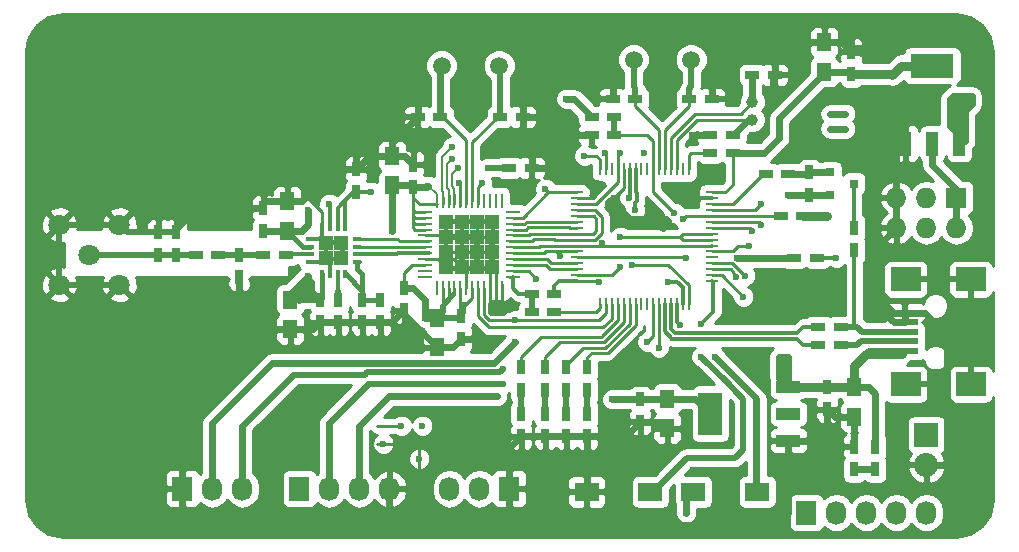
<source format=gbr>
G04 #@! TF.FileFunction,Copper,L1,Top,Signal*
%FSLAX46Y46*%
G04 Gerber Fmt 4.6, Leading zero omitted, Abs format (unit mm)*
G04 Created by KiCad (PCBNEW 4.0.4-stable) date 11/24/16 17:28:53*
%MOMM*%
%LPD*%
G01*
G04 APERTURE LIST*
%ADD10C,0.150000*%
%ADD11R,0.750000X1.200000*%
%ADD12R,0.250000X1.000000*%
%ADD13R,1.000000X0.250000*%
%ADD14R,2.032000X3.657600*%
%ADD15R,2.032000X1.016000*%
%ADD16R,1.200000X0.750000*%
%ADD17R,2.301240X0.500380*%
%ADD18R,2.499360X1.998980*%
%ADD19R,0.800000X0.350000*%
%ADD20R,0.350000X0.800000*%
%ADD21R,1.250000X1.250000*%
%ADD22C,1.798320*%
%ADD23C,1.795780*%
%ADD24R,1.727200X1.727200*%
%ADD25O,1.727200X1.727200*%
%ADD26R,2.000000X1.600000*%
%ADD27R,3.657600X2.032000*%
%ADD28R,1.016000X2.032000*%
%ADD29C,1.000760*%
%ADD30R,0.800100X0.800100*%
%ADD31R,1.250000X1.500000*%
%ADD32R,2.032000X2.032000*%
%ADD33O,2.032000X2.032000*%
%ADD34R,1.727200X2.032000*%
%ADD35O,1.727200X2.032000*%
%ADD36C,1.501140*%
%ADD37R,1.200000X0.250000*%
%ADD38R,0.250000X1.200000*%
%ADD39R,1.287500X1.287500*%
%ADD40C,0.600000*%
%ADD41C,0.500000*%
%ADD42C,0.250000*%
%ADD43C,0.600000*%
%ADD44C,0.300000*%
%ADD45C,0.800000*%
%ADD46C,0.200000*%
%ADD47C,0.400000*%
%ADD48C,0.254000*%
G04 APERTURE END LIST*
D10*
D11*
X123698000Y-99182000D03*
X123698000Y-97282000D03*
D12*
X161738000Y-90058000D03*
X161238000Y-90058000D03*
X160738000Y-90058000D03*
X160238000Y-90058000D03*
X159738000Y-90058000D03*
X159238000Y-90058000D03*
X158738000Y-90058000D03*
X158238000Y-90058000D03*
X157738000Y-90058000D03*
X157238000Y-90058000D03*
X156738000Y-90058000D03*
X156238000Y-90058000D03*
X155738000Y-90058000D03*
X155238000Y-90058000D03*
X154738000Y-90058000D03*
X154238000Y-90058000D03*
D13*
X152288000Y-92008000D03*
X152288000Y-92508000D03*
X152288000Y-93008000D03*
X152288000Y-93508000D03*
X152288000Y-94008000D03*
X152288000Y-94508000D03*
X152288000Y-95008000D03*
X152288000Y-95508000D03*
X152288000Y-96008000D03*
X152288000Y-96508000D03*
X152288000Y-97008000D03*
X152288000Y-97508000D03*
X152288000Y-98008000D03*
X152288000Y-98508000D03*
X152288000Y-99008000D03*
X152288000Y-99508000D03*
D12*
X154238000Y-101458000D03*
X154738000Y-101458000D03*
X155238000Y-101458000D03*
X155738000Y-101458000D03*
X156238000Y-101458000D03*
X156738000Y-101458000D03*
X157238000Y-101458000D03*
X157738000Y-101458000D03*
X158238000Y-101458000D03*
X158738000Y-101458000D03*
X159238000Y-101458000D03*
X159738000Y-101458000D03*
X160238000Y-101458000D03*
X160738000Y-101458000D03*
X161238000Y-101458000D03*
X161738000Y-101458000D03*
D13*
X163688000Y-99508000D03*
X163688000Y-99008000D03*
X163688000Y-98508000D03*
X163688000Y-98008000D03*
X163688000Y-97508000D03*
X163688000Y-97008000D03*
X163688000Y-96508000D03*
X163688000Y-96008000D03*
X163688000Y-95508000D03*
X163688000Y-95008000D03*
X163688000Y-94508000D03*
X163688000Y-94008000D03*
X163688000Y-93508000D03*
X163688000Y-93008000D03*
X163688000Y-92508000D03*
X163688000Y-92008000D03*
D14*
X163576000Y-110744000D03*
D15*
X170180000Y-110744000D03*
X170180000Y-108458000D03*
X170180000Y-113030000D03*
D16*
X170180000Y-90424000D03*
X168280000Y-90424000D03*
D17*
X180027580Y-105399840D03*
X180027580Y-104599740D03*
X180027580Y-103799640D03*
X180027580Y-102999540D03*
X180027580Y-102199440D03*
D18*
X180126640Y-108249720D03*
X185625740Y-108249720D03*
X180126640Y-99349560D03*
X185625740Y-99349560D03*
D19*
X133689000Y-97886000D03*
X133689000Y-97236000D03*
X133689000Y-96586000D03*
X133689000Y-95936000D03*
D20*
X132664000Y-94911000D03*
X132014000Y-94911000D03*
X131364000Y-94911000D03*
X130714000Y-94911000D03*
D19*
X129689000Y-95936000D03*
X129689000Y-96586000D03*
X129689000Y-97236000D03*
X129689000Y-97886000D03*
D20*
X130714000Y-98911000D03*
X131364000Y-98911000D03*
X132014000Y-98911000D03*
X132664000Y-98911000D03*
D21*
X131064000Y-96286000D03*
X131064000Y-97536000D03*
X132314000Y-96286000D03*
X132314000Y-97536000D03*
D16*
X167132000Y-82042000D03*
X169032000Y-82042000D03*
D11*
X118364000Y-95382000D03*
X118364000Y-97282000D03*
X116840000Y-95382000D03*
X116840000Y-97282000D03*
D22*
X110998000Y-97282000D03*
D23*
X113538000Y-94742000D03*
X108458000Y-94742000D03*
X108458000Y-99822000D03*
X113538000Y-99822000D03*
D24*
X184404000Y-92456000D03*
D25*
X184404000Y-94996000D03*
X181864000Y-92456000D03*
X181864000Y-94996000D03*
X179324000Y-92456000D03*
X179324000Y-94996000D03*
D26*
X158496000Y-117348000D03*
X153096000Y-117348000D03*
D27*
X182372000Y-81280000D03*
D28*
X182372000Y-87884000D03*
X184658000Y-87884000D03*
X180086000Y-87884000D03*
D29*
X167132000Y-84340700D03*
X167132000Y-85839300D03*
D11*
X125730000Y-93350000D03*
X125730000Y-95250000D03*
D16*
X127630000Y-97282000D03*
X125730000Y-97282000D03*
D11*
X130556000Y-101092000D03*
X130556000Y-102992000D03*
D16*
X161798000Y-84074000D03*
X163698000Y-84074000D03*
X157226000Y-84074000D03*
X155326000Y-84074000D03*
X165476000Y-87122000D03*
X163576000Y-87122000D03*
X155448000Y-87122000D03*
X153548000Y-87122000D03*
D11*
X134112000Y-101092000D03*
X134112000Y-102992000D03*
X135636000Y-101092000D03*
X135636000Y-102992000D03*
X138430000Y-91562000D03*
X138430000Y-89662000D03*
X137668000Y-100076000D03*
X137668000Y-101976000D03*
X142494000Y-102494000D03*
X142494000Y-104394000D03*
D16*
X140716000Y-85598000D03*
X138816000Y-85598000D03*
X145796000Y-85598000D03*
X147696000Y-85598000D03*
D11*
X175514000Y-81976000D03*
X175514000Y-80076000D03*
X157642808Y-111428914D03*
X157642808Y-109528914D03*
X173482000Y-110358000D03*
X173482000Y-108458000D03*
X153162000Y-112644000D03*
X153162000Y-110744000D03*
X151384000Y-112644000D03*
X151384000Y-110744000D03*
X149606000Y-112644000D03*
X149606000Y-110744000D03*
X147574000Y-112644000D03*
X147574000Y-110744000D03*
D16*
X120020000Y-97282000D03*
X121920000Y-97282000D03*
D11*
X153162000Y-106812000D03*
X153162000Y-108712000D03*
D16*
X171450000Y-93980000D03*
X169550000Y-93980000D03*
D11*
X151384000Y-106812000D03*
X151384000Y-108712000D03*
X149606000Y-106812000D03*
X149606000Y-108712000D03*
X147574000Y-106812000D03*
X147574000Y-108712000D03*
D16*
X170688000Y-97536000D03*
X172588000Y-97536000D03*
X153548000Y-85598000D03*
X155448000Y-85598000D03*
D11*
X132080000Y-101092000D03*
X132080000Y-102992000D03*
X133604000Y-91948000D03*
X133604000Y-90048000D03*
D16*
X163576000Y-88646000D03*
X165476000Y-88646000D03*
X146558000Y-89916000D03*
X148458000Y-89916000D03*
X148468000Y-100584000D03*
X150368000Y-100584000D03*
X150368000Y-102108000D03*
X148468000Y-102108000D03*
D11*
X177546000Y-113538000D03*
X177546000Y-115438000D03*
X171958000Y-90302000D03*
X171958000Y-92202000D03*
D30*
X173736000Y-90302000D03*
X173736000Y-92202000D03*
X175734980Y-91252000D03*
D31*
X127762000Y-92750000D03*
X127762000Y-95250000D03*
X128016000Y-101092000D03*
X128016000Y-103592000D03*
X136652000Y-91420000D03*
X136652000Y-88920000D03*
D16*
X172720000Y-104902000D03*
X174620000Y-104902000D03*
X172720000Y-103378000D03*
X174620000Y-103378000D03*
D31*
X140462000Y-102616000D03*
X140462000Y-105116000D03*
X159928808Y-111974000D03*
X159928808Y-109474000D03*
X175768000Y-110998000D03*
X175768000Y-108498000D03*
D11*
X175768000Y-113538000D03*
X175768000Y-115438000D03*
X175768000Y-96896000D03*
X175768000Y-94996000D03*
D31*
X173228000Y-81788000D03*
X173228000Y-79288000D03*
D32*
X181864000Y-112522000D03*
D33*
X181864000Y-115062000D03*
D34*
X171704000Y-119126000D03*
D35*
X174244000Y-119126000D03*
X176784000Y-119126000D03*
X179324000Y-119126000D03*
X181864000Y-119126000D03*
D36*
X157071060Y-80772000D03*
X161952940Y-80772000D03*
X140815060Y-81280000D03*
X145696940Y-81280000D03*
D34*
X118872000Y-117094000D03*
D35*
X121412000Y-117094000D03*
X123952000Y-117094000D03*
D34*
X128778000Y-117094000D03*
D35*
X131318000Y-117094000D03*
X133858000Y-117094000D03*
X136398000Y-117094000D03*
D34*
X146558000Y-117094000D03*
D35*
X144018000Y-117094000D03*
X141478000Y-117094000D03*
D26*
X167546000Y-117348000D03*
X162146000Y-117348000D03*
D37*
X139455250Y-93651750D03*
X139455250Y-94151750D03*
X139455250Y-94651750D03*
X139455250Y-95151750D03*
X139455250Y-95651750D03*
X139455250Y-96151750D03*
X139455250Y-96651750D03*
X139455250Y-97151750D03*
X139455250Y-97651750D03*
X139455250Y-98151750D03*
X139455250Y-98651750D03*
X139455250Y-99151750D03*
D38*
X140405250Y-100101750D03*
X140905250Y-100101750D03*
X141405250Y-100101750D03*
X141905250Y-100101750D03*
X142405250Y-100101750D03*
X142905250Y-100101750D03*
X143405250Y-100101750D03*
X143905250Y-100101750D03*
X144405250Y-100101750D03*
X144905250Y-100101750D03*
X145405250Y-100101750D03*
X145905250Y-100101750D03*
D37*
X146855250Y-99151750D03*
X146855250Y-98651750D03*
X146855250Y-98151750D03*
X146855250Y-97651750D03*
X146855250Y-97151750D03*
X146855250Y-96651750D03*
X146855250Y-96151750D03*
X146855250Y-95651750D03*
X146855250Y-95151750D03*
X146855250Y-94651750D03*
X146855250Y-94151750D03*
X146855250Y-93651750D03*
D38*
X145905250Y-92701750D03*
X145405250Y-92701750D03*
X144905250Y-92701750D03*
X144405250Y-92701750D03*
X143905250Y-92701750D03*
X143405250Y-92701750D03*
X142905250Y-92701750D03*
X142405250Y-92701750D03*
X141905250Y-92701750D03*
X141405250Y-92701750D03*
X140905250Y-92701750D03*
X140405250Y-92701750D03*
D39*
X145086500Y-98333000D03*
X145086500Y-97045500D03*
X145086500Y-95758000D03*
X145086500Y-94470500D03*
X143799000Y-98333000D03*
X143799000Y-97045500D03*
X143799000Y-95758000D03*
X143799000Y-94470500D03*
X142511500Y-98333000D03*
X142511500Y-97045500D03*
X142511500Y-95758000D03*
X142511500Y-94470500D03*
X141224000Y-98333000D03*
X141224000Y-97045500D03*
X141224000Y-95758000D03*
X141224000Y-94470500D03*
D40*
X175006000Y-85344000D03*
X175006000Y-86614000D03*
X139192000Y-111760000D03*
X137414000Y-111760000D03*
X138938000Y-114554000D03*
X135890000Y-113284000D03*
X131064000Y-96286000D03*
X131064000Y-97536000D03*
X132314000Y-97536000D03*
X132314000Y-96286000D03*
X143799000Y-94470500D03*
X143799000Y-95758000D03*
X143799000Y-97045500D03*
X143764000Y-98044000D03*
X142494000Y-98044000D03*
X142511500Y-97045500D03*
X142511500Y-95758000D03*
X142511500Y-94470500D03*
X137160000Y-113284000D03*
X138938000Y-113284000D03*
X114808000Y-113030000D03*
X113538000Y-113030000D03*
X112014000Y-113030000D03*
X110744000Y-113030000D03*
X110744000Y-111506000D03*
X112014000Y-111506000D03*
X113538000Y-111506000D03*
X114808000Y-111506000D03*
X114808000Y-110236000D03*
X113538000Y-110236000D03*
X112014000Y-110236000D03*
X110744000Y-110236000D03*
X110744000Y-108712000D03*
X112014000Y-108712000D03*
X113538000Y-108712000D03*
X114808000Y-108712000D03*
X121158000Y-89154000D03*
X122174000Y-89154000D03*
X121158000Y-87122000D03*
X121158000Y-86106000D03*
X121158000Y-88138000D03*
X122174000Y-86106000D03*
X122174000Y-87122000D03*
X122174000Y-88138000D03*
X123444000Y-89154000D03*
X123444000Y-88138000D03*
X123444000Y-87122000D03*
X123444000Y-86106000D03*
X124460000Y-86106000D03*
X124460000Y-87122000D03*
X124460000Y-88138000D03*
X124460000Y-89154000D03*
X149860000Y-80518000D03*
X150876000Y-80518000D03*
X151892000Y-80518000D03*
X152908000Y-80518000D03*
X152908000Y-79502000D03*
X151892000Y-79502000D03*
X150876000Y-79502000D03*
X149860000Y-79502000D03*
X185674000Y-119888000D03*
X185674000Y-118872000D03*
X185674000Y-117856000D03*
X185674000Y-115316000D03*
X185674000Y-114300000D03*
X185674000Y-113284000D03*
X185674000Y-112268000D03*
X155194000Y-115062000D03*
X156464000Y-115062000D03*
X157734000Y-115062000D03*
X159004000Y-115062000D03*
X159004000Y-114046000D03*
X157734000Y-114046000D03*
X156464000Y-114046000D03*
X155194000Y-114046000D03*
X120650000Y-103592000D03*
X123444000Y-103592000D03*
X122174000Y-103592000D03*
X119634000Y-103592000D03*
X171958000Y-100838000D03*
X172974000Y-100838000D03*
X173736000Y-100838000D03*
X174752000Y-100838000D03*
X174752000Y-99822000D03*
X173736000Y-99822000D03*
X172974000Y-99822000D03*
X171958000Y-99822000D03*
X133604000Y-86106000D03*
X134874000Y-86106000D03*
X134874000Y-86868000D03*
X133604000Y-86868000D03*
X154386001Y-91394001D03*
X155448000Y-92456000D03*
X159577991Y-94234000D03*
X159577991Y-94996000D03*
X168910000Y-83312000D03*
X162052000Y-87122000D03*
X162052000Y-92456000D03*
X153924000Y-91694000D03*
X154940000Y-92964000D03*
X176784000Y-79756000D03*
X176784000Y-80518000D03*
X177800000Y-83566000D03*
X178816000Y-83566000D03*
X145542000Y-104394000D03*
X144526000Y-104394000D03*
X146050000Y-101854000D03*
X145288000Y-101854000D03*
X156972000Y-98133000D03*
X154178000Y-99633000D03*
X157988000Y-88646000D03*
X155956000Y-88646000D03*
X151384000Y-84074000D03*
X170180000Y-92202000D03*
X168148000Y-88646000D03*
X162814000Y-105918000D03*
X160528000Y-93726000D03*
X155888712Y-98357860D03*
X160020000Y-99568000D03*
X136652000Y-95250000D03*
X136652000Y-94488000D03*
X136652000Y-93726000D03*
X148844000Y-99314000D03*
X139446000Y-101092000D03*
X139700000Y-91440000D03*
X144272000Y-91186000D03*
X142280250Y-91186000D03*
X139446000Y-101854000D03*
X139446000Y-102616000D03*
X155248914Y-109528914D03*
X173482000Y-93980000D03*
X174244000Y-97536000D03*
X158242000Y-104648000D03*
X147066000Y-104648000D03*
X159238000Y-105156000D03*
X146029854Y-106949806D03*
X146050000Y-108204000D03*
X161036000Y-103236000D03*
X145542000Y-109220000D03*
X162814000Y-103124000D03*
X184150000Y-84328000D03*
X185166000Y-84328000D03*
X169926000Y-107188000D03*
X169418000Y-106426000D03*
X184658000Y-85090000D03*
X170180000Y-106426000D03*
X163964011Y-105918000D03*
X161290000Y-94234000D03*
X165862000Y-97536000D03*
X161544000Y-97536000D03*
X156718000Y-92456000D03*
X134874000Y-91948000D03*
X156718000Y-92456000D03*
X144780000Y-89916000D03*
X142240000Y-89916000D03*
X131318000Y-92964000D03*
X157226000Y-93472000D03*
X147066000Y-102808001D03*
X150876000Y-97383000D03*
X155956000Y-95758000D03*
X154432000Y-96266000D03*
X149606000Y-91694000D03*
X152908000Y-88900000D03*
X141732000Y-89154000D03*
X154686000Y-88646000D03*
X141732000Y-88138000D03*
X166527872Y-99055205D03*
X165738263Y-99183737D03*
X166370000Y-100838000D03*
X166878000Y-96520000D03*
X167132000Y-95250000D03*
X167894000Y-94742000D03*
X167894000Y-92964000D03*
X161544000Y-119126000D03*
X134112000Y-100076000D03*
X129540000Y-99060000D03*
X129540000Y-99822000D03*
X129540000Y-93472000D03*
D41*
X180126640Y-108249720D02*
X182417720Y-108249720D01*
X185625740Y-99349560D02*
X185625740Y-108249720D01*
X180126640Y-99349560D02*
X185625740Y-99349560D01*
D42*
X180126640Y-99349560D02*
X182153560Y-99349560D01*
D43*
X173736000Y-85344000D02*
X175006000Y-85344000D01*
X173736000Y-86614000D02*
X175006000Y-86614000D01*
D42*
X135382000Y-111760000D02*
X137414000Y-111760000D01*
X131064000Y-97536000D02*
X131064000Y-96286000D01*
X132314000Y-97536000D02*
X131064000Y-97536000D01*
X132314000Y-96286000D02*
X132314000Y-97536000D01*
X131064000Y-96286000D02*
X132314000Y-96286000D01*
X143799000Y-95758000D02*
X143799000Y-94470500D01*
X142494000Y-98298000D02*
X143764000Y-98298000D01*
X143764000Y-98298000D02*
X143799000Y-98333000D01*
X142511500Y-95758000D02*
X142511500Y-97045500D01*
X142511500Y-94470500D02*
X142511500Y-95758000D01*
X141224000Y-94470500D02*
X142511500Y-94470500D01*
D41*
X154940000Y-92964000D02*
X156672001Y-94696001D01*
X156672001Y-94696001D02*
X159277992Y-94696001D01*
X156972000Y-94488000D02*
X158242000Y-94488000D01*
X156801736Y-94317736D02*
X156972000Y-94488000D01*
X156801736Y-94234000D02*
X156801736Y-94317736D01*
X155448000Y-92456000D02*
X155448000Y-92880264D01*
X155448000Y-92880264D02*
X156801736Y-94234000D01*
X156801736Y-94234000D02*
X159153727Y-94234000D01*
X159153727Y-94234000D02*
X159577991Y-94234000D01*
D42*
X137160000Y-113284000D02*
X135382000Y-113284000D01*
D43*
X138938000Y-120142000D02*
X145542000Y-120142000D01*
X135890000Y-120142000D02*
X138938000Y-120142000D01*
D42*
X138938000Y-120142000D02*
X138938000Y-113284000D01*
D41*
X114808000Y-110236000D02*
X114808000Y-111506000D01*
X112014000Y-113030000D02*
X113538000Y-113030000D01*
X110744000Y-111506000D02*
X110744000Y-113030000D01*
X113538000Y-111506000D02*
X112014000Y-111506000D01*
X112014000Y-110236000D02*
X113538000Y-110236000D01*
X110744000Y-108712000D02*
X110744000Y-110236000D01*
X113538000Y-108712000D02*
X112014000Y-108712000D01*
D43*
X118872000Y-107696000D02*
X118872000Y-106680000D01*
X118872000Y-111511000D02*
X118872000Y-107696000D01*
D41*
X118872000Y-107696000D02*
X115824000Y-107696000D01*
X115824000Y-107696000D02*
X114808000Y-108712000D01*
X125730000Y-93350000D02*
X124460000Y-93350000D01*
X124460000Y-93350000D02*
X120171000Y-93350000D01*
X124460000Y-89154000D02*
X124460000Y-93350000D01*
X122174000Y-89154000D02*
X121158000Y-89154000D01*
X123444000Y-89154000D02*
X122174000Y-89154000D01*
X122174000Y-89154000D02*
X122174000Y-88138000D01*
X121158000Y-86106000D02*
X121158000Y-87122000D01*
X122174000Y-87122000D02*
X122174000Y-86106000D01*
X121158000Y-88138000D02*
X121158000Y-89154000D01*
X123444000Y-88138000D02*
X123444000Y-89154000D01*
X123444000Y-86106000D02*
X123444000Y-87122000D01*
X124460000Y-87122000D02*
X124460000Y-86106000D01*
X124460000Y-89154000D02*
X124460000Y-88138000D01*
X123698000Y-99182000D02*
X123698000Y-103338000D01*
X123698000Y-103338000D02*
X123444000Y-103592000D01*
X108458000Y-99822000D02*
X109727808Y-99822000D01*
X109727808Y-99822000D02*
X113538000Y-99822000D01*
X108458000Y-99822000D02*
X108458000Y-94742000D01*
X113538000Y-94742000D02*
X112268192Y-94742000D01*
X112268192Y-94742000D02*
X108458000Y-94742000D01*
X116840000Y-95382000D02*
X114178000Y-95382000D01*
X114178000Y-95382000D02*
X113538000Y-94742000D01*
X118364000Y-95382000D02*
X116840000Y-95382000D01*
X120171000Y-93350000D02*
X118364000Y-95157000D01*
X118364000Y-95157000D02*
X118364000Y-95382000D01*
X151892000Y-80518000D02*
X150876000Y-80518000D01*
X152908000Y-79502000D02*
X152908000Y-80518000D01*
X150876000Y-79502000D02*
X151892000Y-79502000D01*
D43*
X149860000Y-78486000D02*
X139700000Y-78486000D01*
X155448000Y-78486000D02*
X149860000Y-78486000D01*
D41*
X149860000Y-78486000D02*
X149860000Y-79502000D01*
X185674000Y-118872000D02*
X185674000Y-119888000D01*
X185674000Y-115316000D02*
X185674000Y-117856000D01*
X185674000Y-113284000D02*
X185674000Y-114300000D01*
D43*
X183642000Y-112268000D02*
X183642000Y-114046000D01*
X183642000Y-104063240D02*
X183642000Y-112268000D01*
D41*
X183642000Y-112268000D02*
X185674000Y-112268000D01*
X157734000Y-115062000D02*
X156464000Y-115062000D01*
X159004000Y-114046000D02*
X159004000Y-115062000D01*
X156464000Y-114046000D02*
X157734000Y-114046000D01*
D43*
X153096000Y-114046000D02*
X153096000Y-112710000D01*
X153096000Y-117348000D02*
X153096000Y-114046000D01*
D41*
X153096000Y-114046000D02*
X155194000Y-114046000D01*
D43*
X119634000Y-103592000D02*
X120650000Y-103592000D01*
X122174000Y-103592000D02*
X123444000Y-103592000D01*
D42*
X139755250Y-95651750D02*
X140208000Y-95651750D01*
X140208000Y-95651750D02*
X141117750Y-95651750D01*
X139455250Y-95651750D02*
X140208000Y-95651750D01*
X142905250Y-98726750D02*
X142905250Y-99314000D01*
X142905250Y-99314000D02*
X142905250Y-99801750D01*
X142905250Y-100101750D02*
X142905250Y-99314000D01*
X141000000Y-96586000D02*
X141028000Y-96614000D01*
X140208000Y-97651750D02*
X140542750Y-97651750D01*
X139755250Y-97651750D02*
X140208000Y-97651750D01*
X140208000Y-97651750D02*
X139455250Y-97651750D01*
D43*
X172974000Y-100838000D02*
X171958000Y-100838000D01*
X174752000Y-100838000D02*
X173736000Y-100838000D01*
X173736000Y-99822000D02*
X174752000Y-99822000D01*
X171958000Y-99822000D02*
X172974000Y-99822000D01*
X134874000Y-86106000D02*
X133604000Y-86106000D01*
X133604000Y-86868000D02*
X134874000Y-86868000D01*
X133604000Y-90048000D02*
X133604000Y-86868000D01*
D41*
X175300000Y-79288000D02*
X175514000Y-79502000D01*
X174726000Y-79288000D02*
X175300000Y-79288000D01*
X142511500Y-95758000D02*
X143799000Y-95758000D01*
X141224000Y-95758000D02*
X142511500Y-95758000D01*
X145086500Y-97045500D02*
X145086500Y-95758000D01*
X145086500Y-98333000D02*
X145086500Y-97045500D01*
X143799000Y-97045500D02*
X143799000Y-98333000D01*
X143799000Y-95758000D02*
X143799000Y-97045500D01*
X142511500Y-97045500D02*
X142511500Y-98333000D01*
D43*
X179578000Y-85090000D02*
X179324000Y-84836000D01*
X179324000Y-84836000D02*
X178562000Y-84074000D01*
X179324000Y-85598000D02*
X179324000Y-84836000D01*
X179324000Y-89154000D02*
X179324000Y-88646000D01*
X179324000Y-92456000D02*
X179324000Y-89154000D01*
X179324000Y-89154000D02*
X179324000Y-85598000D01*
X180086000Y-87884000D02*
X179578000Y-87884000D01*
X179578000Y-87884000D02*
X179578000Y-85090000D01*
X178562000Y-84074000D02*
X178308000Y-84074000D01*
X178308000Y-84074000D02*
X177800000Y-83566000D01*
X180027580Y-102999540D02*
X180027580Y-102199440D01*
X173482000Y-110358000D02*
X173482000Y-112776000D01*
X173482000Y-112776000D02*
X173228000Y-113030000D01*
X173228000Y-113030000D02*
X170180000Y-113030000D01*
X175768000Y-110998000D02*
X174122000Y-110998000D01*
X174122000Y-110998000D02*
X173482000Y-110358000D01*
X175768000Y-113538000D02*
X175768000Y-110998000D01*
X144526000Y-104394000D02*
X145542000Y-104394000D01*
X145034000Y-102108000D02*
X145034000Y-101600000D01*
X145034000Y-101600000D02*
X145030260Y-101596260D01*
X146050000Y-102108000D02*
X146050000Y-101854000D01*
X145034000Y-102108000D02*
X146050000Y-102108000D01*
X145288000Y-101854000D02*
X145034000Y-102108000D01*
X159277992Y-94696001D02*
X159877990Y-94696001D01*
X159877990Y-94696001D02*
X160020000Y-94553991D01*
X160020000Y-94553991D02*
X159577991Y-94996000D01*
X160020000Y-94402002D02*
X160020000Y-94553991D01*
X159851998Y-94234000D02*
X160020000Y-94402002D01*
X159577991Y-94234000D02*
X159851998Y-94234000D01*
X155127948Y-92643948D02*
X155315896Y-92456000D01*
X154940000Y-92831896D02*
X155127948Y-92643948D01*
X154940000Y-92964000D02*
X154940000Y-92831896D01*
X155448000Y-92456000D02*
X155194000Y-92710000D01*
X154940000Y-92964000D02*
X155194000Y-92710000D01*
X178308000Y-83312000D02*
X178816000Y-83312000D01*
X177800000Y-83312000D02*
X178308000Y-83312000D01*
X177800000Y-83566000D02*
X177800000Y-83312000D01*
X177038000Y-80264000D02*
X177038000Y-80010000D01*
X177038000Y-80772000D02*
X177038000Y-80264000D01*
X176784000Y-80518000D02*
X177038000Y-80772000D01*
X176784000Y-80518000D02*
X176784000Y-80010000D01*
D44*
X130714000Y-94911000D02*
X130714000Y-95936000D01*
X130714000Y-95936000D02*
X131064000Y-96286000D01*
X129689000Y-95936000D02*
X130714000Y-95936000D01*
X131364000Y-98911000D02*
X131364000Y-97836000D01*
X131364000Y-97836000D02*
X131064000Y-97536000D01*
D43*
X118872000Y-106680000D02*
X118872000Y-106172000D01*
X126791000Y-103592000D02*
X121920000Y-103592000D01*
X118872000Y-106680000D02*
X118872000Y-106640000D01*
X121920000Y-103592000D02*
X121412000Y-103592000D01*
X118872000Y-106640000D02*
X121920000Y-103592000D01*
X118872000Y-106172000D02*
X118872000Y-105410000D01*
X121412000Y-103592000D02*
X120904000Y-103592000D01*
X118872000Y-106172000D02*
X118872000Y-106132000D01*
X118872000Y-106132000D02*
X121412000Y-103592000D01*
X118872000Y-105410000D02*
X118872000Y-104902000D01*
X119086000Y-105410000D02*
X120904000Y-103592000D01*
X120904000Y-103592000D02*
X120142000Y-103592000D01*
X118872000Y-105410000D02*
X119086000Y-105410000D01*
X118872000Y-104394000D02*
X118872000Y-103886000D01*
X118872000Y-104902000D02*
X118872000Y-104394000D01*
X120142000Y-103592000D02*
X119380000Y-103592000D01*
X119380000Y-103592000D02*
X119166000Y-103592000D01*
X118872000Y-104394000D02*
X118872000Y-104100000D01*
X118872000Y-104100000D02*
X119380000Y-103592000D01*
X118872000Y-104902000D02*
X118872000Y-104862000D01*
X118872000Y-104862000D02*
X120142000Y-103592000D01*
X119166000Y-103592000D02*
X118872000Y-103886000D01*
X139700000Y-78486000D02*
X138816000Y-79370000D01*
X138816000Y-79370000D02*
X138816000Y-85598000D01*
D44*
X154432000Y-91186000D02*
X154178000Y-91186000D01*
X154686000Y-91440000D02*
X154432000Y-91186000D01*
X154432000Y-91694000D02*
X154686000Y-91440000D01*
X154086002Y-92039998D02*
X154432000Y-91694000D01*
X154386001Y-91394001D02*
X154086002Y-91694000D01*
X154086002Y-91694000D02*
X154086002Y-92039998D01*
X154086002Y-92039998D02*
X153924000Y-92202000D01*
X154386001Y-91485999D02*
X154178000Y-91694000D01*
X154386001Y-91394001D02*
X154386001Y-91485999D01*
X154386001Y-91394001D02*
X154223999Y-91394001D01*
X154223999Y-91394001D02*
X153924000Y-91694000D01*
X153670000Y-90932000D02*
X152654000Y-89916000D01*
X153832002Y-91094002D02*
X153670000Y-90932000D01*
X153670000Y-90932000D02*
X153924000Y-91186000D01*
X152654000Y-89916000D02*
X152146000Y-89916000D01*
X154386001Y-91394001D02*
X154086002Y-91094002D01*
X154086002Y-91094002D02*
X153832002Y-91094002D01*
X153670000Y-91186000D02*
X153924000Y-91440000D01*
X152400000Y-89916000D02*
X153670000Y-91186000D01*
X152146000Y-89916000D02*
X152400000Y-89916000D01*
X154132001Y-91394001D02*
X154386001Y-91394001D01*
D43*
X148458000Y-89916000D02*
X149658000Y-89916000D01*
X149658000Y-89916000D02*
X152146000Y-89916000D01*
D42*
X156238000Y-91666000D02*
X155448000Y-92456000D01*
D43*
X159577991Y-94996000D02*
X159277992Y-94696001D01*
X168910000Y-83312000D02*
X168910000Y-82164000D01*
X168910000Y-82164000D02*
X169032000Y-82042000D01*
X163576000Y-87122000D02*
X162052000Y-87122000D01*
D44*
X163688000Y-92508000D02*
X162104000Y-92508000D01*
X162104000Y-92508000D02*
X162052000Y-92456000D01*
D42*
X156238000Y-90058000D02*
X156238000Y-91666000D01*
D43*
X176321999Y-80218001D02*
X176179998Y-80076000D01*
X176179998Y-80076000D02*
X175514000Y-80076000D01*
X176784000Y-80518000D02*
X176484001Y-80218001D01*
X176484001Y-80218001D02*
X176321999Y-80218001D01*
X176784000Y-79756000D02*
X175834000Y-79756000D01*
X175834000Y-79756000D02*
X175514000Y-80076000D01*
X180086000Y-87884000D02*
X180086000Y-84836000D01*
X180086000Y-84836000D02*
X178816000Y-83566000D01*
D42*
X145086500Y-94470500D02*
X145086500Y-95758000D01*
X143799000Y-94470500D02*
X145086500Y-94470500D01*
X139755250Y-97651750D02*
X141830250Y-97651750D01*
X141830250Y-97651750D02*
X142511500Y-98333000D01*
X141117750Y-95651750D02*
X141224000Y-95758000D01*
X140542750Y-97651750D02*
X141224000Y-98333000D01*
X141224000Y-97045500D02*
X141224000Y-98333000D01*
X141224000Y-95758000D02*
X141224000Y-97045500D01*
X141224000Y-94470500D02*
X141224000Y-95758000D01*
X143799000Y-94470500D02*
X142511500Y-94470500D01*
X145086500Y-95758000D02*
X143799000Y-95758000D01*
X143799000Y-97045500D02*
X145086500Y-97045500D01*
X142511500Y-97045500D02*
X143799000Y-97045500D01*
X141224000Y-97045500D02*
X142511500Y-97045500D01*
X142511500Y-98333000D02*
X141224000Y-98333000D01*
X142511500Y-98333000D02*
X142905250Y-98726750D01*
X143799000Y-98333000D02*
X142511500Y-98333000D01*
X145086500Y-98333000D02*
X143799000Y-98333000D01*
X145405250Y-99801750D02*
X145405250Y-98651750D01*
X145405250Y-98651750D02*
X145086500Y-98333000D01*
X144905250Y-99801750D02*
X144905250Y-98514250D01*
X144905250Y-98514250D02*
X145086500Y-98333000D01*
D43*
X145966264Y-101346000D02*
X145155510Y-101346000D01*
X145155510Y-101346000D02*
X145030260Y-101471250D01*
X146050000Y-101854000D02*
X146050000Y-101429736D01*
X146050000Y-101429736D02*
X145966264Y-101346000D01*
D42*
X144905250Y-101471250D02*
X145030260Y-101471250D01*
D43*
X145288000Y-101854000D02*
X145030260Y-101596260D01*
X145030260Y-101596260D02*
X145030260Y-101471250D01*
X142494000Y-104394000D02*
X144526000Y-104394000D01*
D42*
X145905250Y-101346000D02*
X145905250Y-101490750D01*
X145905250Y-101346000D02*
X145905250Y-101709250D01*
X145905250Y-99801750D02*
X145905250Y-101346000D01*
X145905250Y-101709250D02*
X146050000Y-101854000D01*
X145905250Y-101490750D02*
X145542000Y-101854000D01*
X145405250Y-99801750D02*
X145405250Y-101736750D01*
X145405250Y-101736750D02*
X145288000Y-101854000D01*
X144905250Y-99801750D02*
X144905250Y-101471250D01*
X152288000Y-92508000D02*
X153618000Y-92508000D01*
X153618000Y-92508000D02*
X153924000Y-92202000D01*
X153924000Y-92202000D02*
X153924000Y-91694000D01*
X153924000Y-91694000D02*
X152146000Y-89916000D01*
D43*
X147696000Y-85598000D02*
X148896000Y-85598000D01*
X148896000Y-85598000D02*
X150420000Y-87122000D01*
X150420000Y-87122000D02*
X152348000Y-87122000D01*
X152348000Y-87122000D02*
X153548000Y-87122000D01*
X148458000Y-88138000D02*
X148458000Y-89916000D01*
X147696000Y-85598000D02*
X147696000Y-87376000D01*
X147696000Y-87376000D02*
X148458000Y-88138000D01*
X148844000Y-81534000D02*
X147696000Y-82682000D01*
X147696000Y-82682000D02*
X147696000Y-85598000D01*
X155326000Y-81534000D02*
X155326000Y-84074000D01*
X155326000Y-78608000D02*
X155326000Y-81534000D01*
X155326000Y-81534000D02*
X148844000Y-81534000D01*
X163698000Y-84074000D02*
X163698000Y-83099000D01*
X163698000Y-83099000D02*
X164632000Y-82165000D01*
X164632000Y-82165000D02*
X164632000Y-79288000D01*
X155448000Y-78486000D02*
X155326000Y-78608000D01*
X163830000Y-78486000D02*
X155448000Y-78486000D01*
X164632000Y-79288000D02*
X163830000Y-78486000D01*
X170811000Y-79288000D02*
X164632000Y-79288000D01*
X128987000Y-92750000D02*
X129540000Y-92197000D01*
X129540000Y-92197000D02*
X131689000Y-90048000D01*
D42*
X130714000Y-93630000D02*
X129540000Y-92456000D01*
X129540000Y-92456000D02*
X129540000Y-92197000D01*
X130714000Y-94911000D02*
X130714000Y-93630000D01*
D43*
X127762000Y-92750000D02*
X128987000Y-92750000D01*
X131689000Y-90048000D02*
X132629000Y-90048000D01*
X132629000Y-90048000D02*
X133604000Y-90048000D01*
X183642000Y-114046000D02*
X183642000Y-114720840D01*
X167894000Y-120142000D02*
X168656000Y-120904000D01*
X168656000Y-120904000D02*
X183134000Y-120904000D01*
X183134000Y-120904000D02*
X183642000Y-120396000D01*
X183642000Y-120396000D02*
X183642000Y-114046000D01*
X167894000Y-120142000D02*
X169164000Y-120142000D01*
X145542000Y-120142000D02*
X167894000Y-120142000D01*
X183642000Y-114720840D02*
X183300840Y-115062000D01*
X183300840Y-115062000D02*
X181864000Y-115062000D01*
X180027580Y-102199440D02*
X181778200Y-102199440D01*
X181778200Y-102199440D02*
X183642000Y-104063240D01*
X169164000Y-120142000D02*
X170180000Y-119126000D01*
X170180000Y-119126000D02*
X170180000Y-113030000D01*
X145542000Y-120142000D02*
X146304000Y-120142000D01*
X146304000Y-120142000D02*
X146558000Y-119888000D01*
X146558000Y-119888000D02*
X146558000Y-117094000D01*
X135890000Y-120142000D02*
X136398000Y-119634000D01*
X136398000Y-119634000D02*
X136398000Y-117094000D01*
X120304000Y-120142000D02*
X135890000Y-120142000D01*
X118872000Y-117094000D02*
X118872000Y-118710000D01*
X118872000Y-118710000D02*
X120304000Y-120142000D01*
X128016000Y-103592000D02*
X126791000Y-103592000D01*
X118872000Y-111511000D02*
X118872000Y-115478000D01*
X118872000Y-115478000D02*
X118872000Y-117094000D01*
X146558000Y-117094000D02*
X146558000Y-113660000D01*
X146558000Y-113660000D02*
X147574000Y-112644000D01*
X179324000Y-94996000D02*
X179324000Y-88646000D01*
X179324000Y-88646000D02*
X180086000Y-87884000D01*
X177546000Y-100618290D02*
X177546000Y-101418390D01*
X177546000Y-101418390D02*
X179127150Y-102999540D01*
X179127150Y-102999540D02*
X180027580Y-102999540D01*
X177546000Y-96774000D02*
X177546000Y-100618290D01*
X177546000Y-100618290D02*
X179127150Y-102199440D01*
X179127150Y-102199440D02*
X180027580Y-102199440D01*
X179324000Y-94996000D02*
X177546000Y-96774000D01*
X173228000Y-79288000D02*
X174726000Y-79288000D01*
X174726000Y-79288000D02*
X175514000Y-80076000D01*
X169032000Y-82042000D02*
X169032000Y-81067000D01*
X169032000Y-81067000D02*
X170811000Y-79288000D01*
X170811000Y-79288000D02*
X173228000Y-79288000D01*
X136652000Y-88920000D02*
X136652000Y-87762000D01*
X136652000Y-87762000D02*
X138816000Y-85598000D01*
X136652000Y-88920000D02*
X137688000Y-88920000D01*
X137688000Y-88920000D02*
X138430000Y-89662000D01*
X136652000Y-88920000D02*
X134732000Y-88920000D01*
X134732000Y-88920000D02*
X133604000Y-90048000D01*
X125730000Y-92964000D02*
X125944000Y-92750000D01*
X125944000Y-92750000D02*
X127762000Y-92750000D01*
X125730000Y-93350000D02*
X125730000Y-92964000D01*
X128016000Y-103592000D02*
X128016000Y-103717000D01*
X147574000Y-112869000D02*
X147574000Y-112644000D01*
X153096000Y-112710000D02*
X153162000Y-112644000D01*
X157642808Y-111428914D02*
X159383722Y-111428914D01*
X159383722Y-111428914D02*
X159928808Y-111974000D01*
X153162000Y-112644000D02*
X156427722Y-112644000D01*
X156427722Y-112644000D02*
X157642808Y-111428914D01*
X153162000Y-112644000D02*
X147574000Y-112644000D01*
X151384000Y-112644000D02*
X153162000Y-112644000D01*
X149606000Y-112644000D02*
X151384000Y-112644000D01*
X147574000Y-112644000D02*
X149606000Y-112644000D01*
X140462000Y-105116000D02*
X141772000Y-105116000D01*
X141772000Y-105116000D02*
X142494000Y-104394000D01*
X137668000Y-101976000D02*
X137668000Y-102322000D01*
X137668000Y-102322000D02*
X140462000Y-105116000D01*
X135636000Y-102992000D02*
X136652000Y-102992000D01*
X136652000Y-102992000D02*
X137668000Y-101976000D01*
X134112000Y-102992000D02*
X135636000Y-102992000D01*
X132080000Y-102992000D02*
X134112000Y-102992000D01*
X130556000Y-102992000D02*
X132080000Y-102992000D01*
X128016000Y-103592000D02*
X129956000Y-103592000D01*
X129956000Y-103592000D02*
X130556000Y-102992000D01*
D44*
X179324000Y-94996000D02*
X179324000Y-92456000D01*
X129689000Y-97886000D02*
X130714000Y-97886000D01*
X130714000Y-97886000D02*
X131064000Y-97536000D01*
D41*
X116840000Y-97282000D02*
X110998000Y-97282000D01*
X118364000Y-97282000D02*
X116840000Y-97282000D01*
X120020000Y-97282000D02*
X118364000Y-97282000D01*
D44*
X150368000Y-100584000D02*
X150368000Y-99909000D01*
X150368000Y-99909000D02*
X150769000Y-99508000D01*
X150769000Y-99508000D02*
X152288000Y-99508000D01*
D43*
X173228000Y-81788000D02*
X175326000Y-81788000D01*
X175326000Y-81788000D02*
X175514000Y-81976000D01*
X169418000Y-85723000D02*
X173228000Y-81913000D01*
X173228000Y-81913000D02*
X173228000Y-81788000D01*
D42*
X155738000Y-90058000D02*
X155738000Y-91150000D01*
X155738000Y-91150000D02*
X153880000Y-93008000D01*
X153880000Y-93008000D02*
X152288000Y-93008000D01*
D43*
X151384000Y-84074000D02*
X152024000Y-84074000D01*
X152024000Y-84074000D02*
X153548000Y-85598000D01*
D42*
X161738000Y-101458000D02*
X161738000Y-99852235D01*
X161738000Y-99852235D02*
X160018765Y-98133000D01*
X160018765Y-98133000D02*
X156972000Y-98133000D01*
X152288000Y-99508000D02*
X154053000Y-99508000D01*
X154053000Y-99508000D02*
X154178000Y-99633000D01*
X155738000Y-90058000D02*
X155738000Y-88864000D01*
X155738000Y-88864000D02*
X155956000Y-88646000D01*
D43*
X171958000Y-92202000D02*
X173736000Y-92202000D01*
X170180000Y-92202000D02*
X171958000Y-92202000D01*
D42*
X163688000Y-92008000D02*
X164846000Y-92008000D01*
X165476000Y-88646000D02*
X165476000Y-91378000D01*
X165476000Y-91378000D02*
X164846000Y-92008000D01*
D43*
X169418000Y-87376000D02*
X168148000Y-88646000D01*
X168148000Y-88646000D02*
X165476000Y-88646000D01*
X169418000Y-85723000D02*
X169418000Y-87376000D01*
D45*
X178981200Y-82042000D02*
X178915200Y-81976000D01*
X178915200Y-81976000D02*
X175514000Y-81976000D01*
X182372000Y-81280000D02*
X179743200Y-81280000D01*
X179743200Y-81280000D02*
X178981200Y-82042000D01*
D43*
X184404000Y-92456000D02*
X184404000Y-94996000D01*
X184404000Y-92456000D02*
X184404000Y-91694000D01*
X184404000Y-91694000D02*
X182372000Y-89662000D01*
X182372000Y-89662000D02*
X182372000Y-87884000D01*
X182372000Y-87884000D02*
X182372000Y-89500000D01*
D41*
X123698000Y-97282000D02*
X121920000Y-97282000D01*
X125730000Y-97282000D02*
X123698000Y-97282000D01*
D44*
X129689000Y-97236000D02*
X127676000Y-97236000D01*
X127676000Y-97236000D02*
X127630000Y-97282000D01*
D41*
X161952940Y-82550000D02*
X161952940Y-80772000D01*
X161798000Y-84074000D02*
X161798000Y-83199000D01*
X161798000Y-83199000D02*
X161952940Y-83044060D01*
X161952940Y-83044060D02*
X161952940Y-82550000D01*
D42*
X161798000Y-84074000D02*
X161798000Y-84699000D01*
X161798000Y-84699000D02*
X159738000Y-86759000D01*
X159738000Y-86759000D02*
X159738000Y-90058000D01*
X159738000Y-89308000D02*
X159738000Y-90058000D01*
D41*
X157071060Y-83044060D02*
X157071060Y-80772000D01*
D42*
X157071060Y-80772000D02*
X157071060Y-82804000D01*
D41*
X157226000Y-84074000D02*
X157226000Y-83199000D01*
X157226000Y-83199000D02*
X157071060Y-83044060D01*
X157071060Y-83044060D02*
X157071060Y-82804000D01*
D42*
X157226000Y-84074000D02*
X157226000Y-84699000D01*
X157226000Y-84699000D02*
X159238000Y-86711000D01*
X159238000Y-86711000D02*
X159238000Y-89308000D01*
X159238000Y-89308000D02*
X159238000Y-90058000D01*
X159238000Y-88997000D02*
X159238000Y-89308000D01*
X160738000Y-90058000D02*
X160738000Y-87548410D01*
X160738000Y-87548410D02*
X162447110Y-85839300D01*
X162447110Y-85839300D02*
X167132000Y-85839300D01*
D43*
X167132000Y-85839300D02*
X166758700Y-85839300D01*
X166758700Y-85839300D02*
X165476000Y-87122000D01*
X167132000Y-84340700D02*
X167132000Y-82042000D01*
D42*
X160238000Y-90058000D02*
X160238000Y-89942408D01*
X160237992Y-89942400D02*
X160237992Y-87412008D01*
X160238000Y-89942408D02*
X160237992Y-89942400D01*
X160237992Y-87412008D02*
X162306000Y-85344000D01*
X162306000Y-85344000D02*
X166128700Y-85344000D01*
X166128700Y-85344000D02*
X167132000Y-84340700D01*
D41*
X155448000Y-87122000D02*
X155448000Y-85598000D01*
X165692000Y-114470000D02*
X161574000Y-114470000D01*
X161574000Y-114470000D02*
X158696000Y-117348000D01*
X158696000Y-117348000D02*
X158496000Y-117348000D01*
X166370000Y-109474000D02*
X166370000Y-113792000D01*
X166370000Y-113792000D02*
X165692000Y-114470000D01*
X165862000Y-108966000D02*
X166116000Y-109220000D01*
X165042001Y-108146001D02*
X165862000Y-108966000D01*
X165862000Y-108966000D02*
X166370000Y-109474000D01*
X162814000Y-105918000D02*
X165042001Y-108146001D01*
D42*
X158738000Y-91936000D02*
X160528000Y-93726000D01*
X158738000Y-90058000D02*
X158738000Y-91936000D01*
X158738000Y-87618000D02*
X158242000Y-87122000D01*
X158242000Y-87122000D02*
X155448000Y-87122000D01*
X158738000Y-90058000D02*
X158738000Y-87618000D01*
X152288000Y-99008000D02*
X155238572Y-99008000D01*
X155238572Y-99008000D02*
X155888712Y-98357860D01*
D44*
X161238000Y-100024000D02*
X160782000Y-99568000D01*
X160782000Y-99568000D02*
X160020000Y-99568000D01*
X161238000Y-101458000D02*
X161238000Y-100024000D01*
D42*
X141405250Y-100101750D02*
X141405250Y-100951750D01*
X141405250Y-100951750D02*
X140905250Y-101451750D01*
X140905250Y-101451750D02*
X140905250Y-101600000D01*
X140905250Y-100101750D02*
X140905250Y-100648750D01*
X140905250Y-100648750D02*
X140905250Y-101600000D01*
X142405250Y-92701750D02*
X142405250Y-93129250D01*
X142748000Y-101600000D02*
X142538000Y-101600000D01*
X142538000Y-101600000D02*
X142494000Y-101644000D01*
X142494000Y-101644000D02*
X142494000Y-102494000D01*
X142748000Y-101600000D02*
X142748000Y-102240000D01*
X142748000Y-102240000D02*
X142494000Y-102494000D01*
X142748000Y-101600000D02*
X143405250Y-100942750D01*
X142494000Y-101854000D02*
X142748000Y-101600000D01*
X141405250Y-100838000D02*
X141478000Y-100838000D01*
X141478000Y-100838000D02*
X141905250Y-100410750D01*
X141905250Y-100410750D02*
X141905250Y-100101750D01*
X140905250Y-101346000D02*
X140905250Y-101600000D01*
X141405250Y-100838000D02*
X141405250Y-101100000D01*
X140905250Y-101346000D02*
X140905250Y-101338000D01*
X140905250Y-101338000D02*
X141405250Y-100838000D01*
X142405250Y-101346000D02*
X142405250Y-100926750D01*
X142405250Y-100926750D02*
X142405250Y-100101750D01*
X143405250Y-100942750D02*
X143405250Y-100101750D01*
X142405250Y-101854000D02*
X142405250Y-102405250D01*
X142405250Y-101600000D02*
X142405250Y-101854000D01*
X142405250Y-101854000D02*
X142494000Y-101854000D01*
D46*
X140405250Y-92701750D02*
X140405250Y-92145250D01*
X140405250Y-92145250D02*
X139700000Y-91440000D01*
D42*
X142405250Y-92701750D02*
X142405250Y-91311000D01*
X142405250Y-91311000D02*
X142280250Y-91186000D01*
X142494000Y-101644000D02*
X142792000Y-101346000D01*
X142792000Y-101346000D02*
X143002000Y-101346000D01*
X142405250Y-101346000D02*
X142405250Y-101600000D01*
X142405250Y-101092000D02*
X142405250Y-101346000D01*
X142405250Y-101346000D02*
X143002000Y-101346000D01*
X143002000Y-101346000D02*
X143405250Y-100942750D01*
X141405250Y-101100000D02*
X141405250Y-101076750D01*
X141405250Y-101076750D02*
X141905250Y-100576750D01*
X141905250Y-100576750D02*
X141905250Y-100101750D01*
D43*
X136652000Y-95250000D02*
X136652000Y-93726000D01*
X136652000Y-91420000D02*
X136652000Y-93726000D01*
D42*
X146855250Y-98651750D02*
X148181750Y-98651750D01*
X148181750Y-98651750D02*
X148844000Y-99314000D01*
X139455250Y-98151750D02*
X138322250Y-98151750D01*
X138322250Y-98151750D02*
X137668000Y-98806000D01*
X137668000Y-98806000D02*
X137668000Y-100076000D01*
X139455250Y-95151750D02*
X138585750Y-95151750D01*
X138585750Y-95151750D02*
X138430000Y-94996000D01*
X138430000Y-94996000D02*
X138430000Y-94488000D01*
X139455250Y-94651750D02*
X138593750Y-94651750D01*
X138593750Y-94651750D02*
X138430000Y-94488000D01*
X139455250Y-94151750D02*
X138601750Y-94151750D01*
X138601750Y-94151750D02*
X138430000Y-93980000D01*
X138430000Y-92456000D02*
X138430000Y-92710000D01*
X138430000Y-92710000D02*
X138430000Y-93218000D01*
X139455250Y-93651750D02*
X138605250Y-93651750D01*
X138605250Y-93651750D02*
X138430000Y-93476500D01*
X138430000Y-93476500D02*
X138430000Y-92710000D01*
X138430000Y-94601500D02*
X138430000Y-92412000D01*
X138430000Y-92412000D02*
X138430000Y-91562000D01*
X138430000Y-93980000D02*
X138430000Y-91562000D01*
X138430000Y-93101500D02*
X138430000Y-92412000D01*
D41*
X140905250Y-101600000D02*
X140905250Y-102172750D01*
X140905250Y-102172750D02*
X140462000Y-102616000D01*
X140462000Y-102616000D02*
X142372000Y-102616000D01*
X142372000Y-102616000D02*
X142494000Y-102494000D01*
D43*
X138430000Y-91562000D02*
X139578000Y-91562000D01*
X139578000Y-91562000D02*
X139700000Y-91440000D01*
X136652000Y-91420000D02*
X138288000Y-91420000D01*
X138288000Y-91420000D02*
X138430000Y-91562000D01*
D42*
X143905250Y-93001750D02*
X143905250Y-91552750D01*
X143905250Y-91552750D02*
X144272000Y-91186000D01*
X138430000Y-91562000D02*
X138430000Y-92456000D01*
X140405250Y-93001750D02*
X138975750Y-93001750D01*
X138975750Y-93001750D02*
X138430000Y-92456000D01*
X138430000Y-93980000D02*
X138430000Y-94488000D01*
X138430000Y-93218000D02*
X138430000Y-93980000D01*
X143256000Y-101092000D02*
X143405250Y-100942750D01*
X143405250Y-100942750D02*
X143405250Y-100401750D01*
D43*
X138430000Y-100076000D02*
X137668000Y-100076000D01*
X139446000Y-101092000D02*
X138430000Y-100076000D01*
X139446000Y-102616000D02*
X139446000Y-101092000D01*
X140208000Y-102616000D02*
X139446000Y-101854000D01*
X140462000Y-102616000D02*
X140208000Y-102616000D01*
X140462000Y-102616000D02*
X139446000Y-102616000D01*
X157642808Y-109528914D02*
X155248914Y-109528914D01*
X157642808Y-109528914D02*
X159873894Y-109528914D01*
X159873894Y-109528914D02*
X159928808Y-109474000D01*
X162306000Y-109474000D02*
X159928808Y-109474000D01*
X163576000Y-110744000D02*
X162306000Y-109474000D01*
D42*
X142405250Y-102405250D02*
X142494000Y-102494000D01*
X141405250Y-101100000D02*
X140905250Y-101600000D01*
D41*
X140716000Y-85598000D02*
X140716000Y-81379060D01*
X140716000Y-81379060D02*
X140815060Y-81280000D01*
D42*
X142905250Y-91118986D02*
X142905250Y-88392000D01*
X140716000Y-85598000D02*
X140941000Y-85598000D01*
X140941000Y-85598000D02*
X142905250Y-87562250D01*
X142905250Y-87562250D02*
X142905250Y-88392000D01*
X140815060Y-81280000D02*
X140815060Y-85443060D01*
X140815060Y-85443060D02*
X140970000Y-85598000D01*
X142905250Y-91118986D02*
X142905250Y-92202000D01*
X142905250Y-92202000D02*
X142905250Y-93001750D01*
X143405250Y-91290750D02*
X143405250Y-90932000D01*
X143405250Y-90932000D02*
X143405250Y-88646000D01*
X143405250Y-92701750D02*
X143405250Y-92052750D01*
X143405250Y-92052750D02*
X143405250Y-90932000D01*
D41*
X145796000Y-85598000D02*
X145796000Y-81379060D01*
X145796000Y-81379060D02*
X145696940Y-81280000D01*
D42*
X145796000Y-85598000D02*
X145571000Y-85598000D01*
X145571000Y-85598000D02*
X143405250Y-87763750D01*
X143405250Y-87763750D02*
X143405250Y-88646000D01*
D41*
X153162000Y-108712000D02*
X153162000Y-110744000D01*
X151384000Y-108712000D02*
X151384000Y-110744000D01*
X149606000Y-108712000D02*
X149606000Y-110744000D01*
X147574000Y-108712000D02*
X147574000Y-110744000D01*
D42*
X137084000Y-95936000D02*
X137299750Y-96151750D01*
X137299750Y-96151750D02*
X139755250Y-96151750D01*
X133689000Y-95936000D02*
X137084000Y-95936000D01*
D44*
X139755250Y-97151750D02*
X137160000Y-97151750D01*
X137160000Y-97151750D02*
X137075750Y-97236000D01*
X133689000Y-97236000D02*
X137075750Y-97236000D01*
D45*
X171450000Y-93980000D02*
X173482000Y-93980000D01*
D44*
X172588000Y-97536000D02*
X174244000Y-97536000D01*
D43*
X121412000Y-117094000D02*
X121412000Y-111506000D01*
X121412000Y-111506000D02*
X126492000Y-106426002D01*
X145288000Y-106426000D02*
X147066000Y-104648000D01*
X126492000Y-106426002D02*
X130301998Y-106426002D01*
X130301998Y-106426002D02*
X130302000Y-106426000D01*
X130302000Y-106426000D02*
X145288000Y-106426000D01*
D42*
X158738000Y-101458000D02*
X158738000Y-104152000D01*
X158738000Y-104152000D02*
X158242000Y-104648000D01*
D41*
X145753650Y-107226010D02*
X146029854Y-106949806D01*
D43*
X128270000Y-107442000D02*
X123952000Y-111760000D01*
D41*
X128270000Y-107442000D02*
X134321326Y-107442000D01*
X134321326Y-107442000D02*
X134537316Y-107226010D01*
X134537316Y-107226010D02*
X145753650Y-107226010D01*
D42*
X159238000Y-101458000D02*
X159238000Y-104288410D01*
X159238000Y-104288410D02*
X159238000Y-105156000D01*
D43*
X123952000Y-111760000D02*
X123952000Y-117094000D01*
X134620000Y-108204000D02*
X131318000Y-111506000D01*
D41*
X146050000Y-108204000D02*
X145625736Y-108204000D01*
X145625736Y-108204000D02*
X134620000Y-108204000D01*
D43*
X131318000Y-111506000D02*
X131318000Y-117094000D01*
D44*
X160738000Y-101458000D02*
X160738000Y-102938000D01*
X160738000Y-102938000D02*
X161036000Y-103236000D01*
D43*
X133858000Y-111760000D02*
X133858000Y-117094000D01*
X145542000Y-109220000D02*
X136398000Y-109220000D01*
X133858000Y-111760000D02*
X136398000Y-109220000D01*
D44*
X163830000Y-101854000D02*
X163830000Y-102108000D01*
X163830000Y-102108000D02*
X162814000Y-103124000D01*
X163830000Y-101854000D02*
X163830000Y-99650000D01*
X163830000Y-99650000D02*
X163688000Y-99508000D01*
D41*
X176324260Y-104599740D02*
X176022000Y-104902000D01*
X176022000Y-104902000D02*
X174620000Y-104902000D01*
X180027580Y-104599740D02*
X176324260Y-104599740D01*
X174668260Y-104853740D02*
X174620000Y-104902000D01*
D43*
X169418000Y-106426000D02*
X169418000Y-105918000D01*
X169418000Y-105918000D02*
X170180000Y-105918000D01*
X170180000Y-105918000D02*
X170180000Y-106426000D01*
X184150000Y-83820000D02*
X184658000Y-83820000D01*
X183896000Y-84074000D02*
X184150000Y-83820000D01*
X183896000Y-84582000D02*
X183896000Y-84074000D01*
X177546000Y-109728000D02*
X177546000Y-113538000D01*
X175768000Y-108498000D02*
X176993000Y-108498000D01*
X176993000Y-108498000D02*
X177546000Y-109051000D01*
X177546000Y-109051000D02*
X177546000Y-109728000D01*
X183896000Y-84582000D02*
X184150000Y-84328000D01*
X184658000Y-87884000D02*
X184658000Y-84836000D01*
X184150000Y-84328000D02*
X184658000Y-83820000D01*
X184658000Y-84836000D02*
X184150000Y-84328000D01*
X183896000Y-84582000D02*
X183896000Y-86360000D01*
X183896000Y-86360000D02*
X184150000Y-86614000D01*
X184658000Y-83820000D02*
X185166000Y-83820000D01*
X184658000Y-85344000D02*
X183896000Y-84582000D01*
X184658000Y-87884000D02*
X184658000Y-85344000D01*
X184150000Y-86614000D02*
X184150000Y-84836000D01*
X184150000Y-84836000D02*
X184658000Y-84328000D01*
X184658000Y-87122000D02*
X184150000Y-86614000D01*
X184658000Y-87884000D02*
X184658000Y-87122000D01*
X185674000Y-83820000D02*
X185719999Y-83865999D01*
X185719999Y-83865999D02*
X185719999Y-84536001D01*
X185719999Y-84536001D02*
X185420000Y-84836000D01*
X185166000Y-83820000D02*
X185674000Y-83820000D01*
X184658000Y-84328000D02*
X185166000Y-83820000D01*
X184658000Y-84328000D02*
X184658000Y-84582000D01*
X184658000Y-84582000D02*
X184912000Y-84836000D01*
X185420000Y-84328000D02*
X184658000Y-84328000D01*
X184658000Y-84836000D02*
X184912000Y-84836000D01*
X185166000Y-85090000D02*
X185166000Y-87630000D01*
X185420000Y-84836000D02*
X185166000Y-85090000D01*
X185420000Y-84328000D02*
X185420000Y-84836000D01*
X169672000Y-107188000D02*
X169672000Y-106426000D01*
X170180000Y-108458000D02*
X170180000Y-107696000D01*
X170180000Y-107696000D02*
X169672000Y-107188000D01*
X169418000Y-107696000D02*
X169418000Y-106426000D01*
X170180000Y-108458000D02*
X169418000Y-107696000D01*
X170180000Y-108458000D02*
X170180000Y-106426000D01*
D45*
X176784000Y-105664000D02*
X179763420Y-105664000D01*
D41*
X177048160Y-105399840D02*
X176784000Y-105664000D01*
D45*
X175768000Y-108498000D02*
X175768000Y-106680000D01*
X175768000Y-106680000D02*
X176784000Y-105664000D01*
X173482000Y-108458000D02*
X175728000Y-108458000D01*
X175728000Y-108458000D02*
X175768000Y-108498000D01*
X170180000Y-108458000D02*
X173482000Y-108458000D01*
D41*
X180027580Y-105399840D02*
X177048160Y-105399840D01*
D44*
X175768000Y-96896000D02*
X175768000Y-97796000D01*
X175768000Y-97796000D02*
X175768000Y-103378000D01*
D41*
X176022000Y-103378000D02*
X175768000Y-103378000D01*
X175768000Y-103378000D02*
X174620000Y-103378000D01*
X176443640Y-103799640D02*
X176022000Y-103378000D01*
X180027580Y-103799640D02*
X176443640Y-103799640D01*
D43*
X171958000Y-90302000D02*
X173736000Y-90302000D01*
X170180000Y-90424000D02*
X171836000Y-90424000D01*
X171836000Y-90424000D02*
X171958000Y-90302000D01*
D44*
X175734980Y-91252000D02*
X175734980Y-94962980D01*
X175734980Y-94962980D02*
X175768000Y-94996000D01*
D41*
X163964011Y-105918000D02*
X167546000Y-109499989D01*
X167546000Y-109499989D02*
X167546000Y-117348000D01*
D44*
X167386000Y-109339989D02*
X167386000Y-117348000D01*
X163964011Y-105918000D02*
X167386000Y-109339989D01*
D42*
X161516000Y-94008000D02*
X161290000Y-94234000D01*
X163688000Y-94008000D02*
X161516000Y-94008000D01*
X167744000Y-94008000D02*
X167772000Y-93980000D01*
X167772000Y-93980000D02*
X169550000Y-93980000D01*
X163688000Y-94008000D02*
X167744000Y-94008000D01*
D43*
X165862000Y-97536000D02*
X170688000Y-97536000D01*
D44*
X165862000Y-97536000D02*
X170180000Y-97536000D01*
D42*
X155674000Y-97508000D02*
X161516000Y-97508000D01*
X161516000Y-97508000D02*
X161544000Y-97536000D01*
X152288000Y-97508000D02*
X155674000Y-97508000D01*
D44*
X132014000Y-100330000D02*
X132014000Y-100772000D01*
X132014000Y-98911000D02*
X132014000Y-100330000D01*
D41*
X132014000Y-100330000D02*
X132014000Y-101026000D01*
X132014000Y-101026000D02*
X132080000Y-101092000D01*
D44*
X133604000Y-91948000D02*
X134874000Y-91948000D01*
X132014000Y-93284000D02*
X133350000Y-91948000D01*
X133350000Y-91948000D02*
X133437000Y-91948000D01*
X132014000Y-94911000D02*
X132014000Y-93284000D01*
X132664000Y-94911000D02*
X132664000Y-92721000D01*
X132664000Y-92721000D02*
X133437000Y-91948000D01*
X156738000Y-90058000D02*
X156738000Y-92436000D01*
X156738000Y-92436000D02*
X156718000Y-92456000D01*
D42*
X161738000Y-88840000D02*
X161932000Y-88646000D01*
X161932000Y-88646000D02*
X163576000Y-88646000D01*
X161738000Y-90058000D02*
X161738000Y-88840000D01*
X161738000Y-90058000D02*
X161738000Y-89308000D01*
D46*
X141905250Y-92701750D02*
X141905250Y-91699002D01*
X141905250Y-91699002D02*
X141680249Y-91474001D01*
X141680249Y-91474001D02*
X141680249Y-90475751D01*
X141680249Y-90475751D02*
X141940001Y-90215999D01*
X141940001Y-90215999D02*
X142240000Y-89916000D01*
D41*
X144780000Y-89916000D02*
X146558000Y-89916000D01*
D42*
X141905250Y-93001750D02*
X141905250Y-92121250D01*
X163688000Y-93008000D02*
X165471000Y-93008000D01*
X165471000Y-93008000D02*
X168055000Y-90424000D01*
X168055000Y-90424000D02*
X168280000Y-90424000D01*
X136078000Y-96586000D02*
X136143750Y-96651750D01*
X136143750Y-96651750D02*
X139455250Y-96651750D01*
X133689000Y-96586000D02*
X136078000Y-96586000D01*
X139455250Y-96651750D02*
X138815750Y-96651750D01*
X133754750Y-96651750D02*
X133689000Y-96586000D01*
D44*
X131364000Y-94911000D02*
X131364000Y-93010000D01*
X131364000Y-93010000D02*
X131318000Y-92964000D01*
X157226000Y-93472000D02*
X157226000Y-92910002D01*
X157226000Y-92910002D02*
X157368001Y-92768001D01*
X157368001Y-92768001D02*
X157368001Y-92090001D01*
X157368001Y-92090001D02*
X157238000Y-91960000D01*
X157238000Y-91960000D02*
X157238000Y-90858000D01*
X157238000Y-90858000D02*
X157238000Y-90058000D01*
D42*
X154505408Y-103433002D02*
X155238000Y-102700410D01*
X155238000Y-102700410D02*
X155238000Y-101458000D01*
X143905250Y-100101750D02*
X143905250Y-102499557D01*
X143905250Y-102499557D02*
X144838695Y-103433002D01*
X144838695Y-103433002D02*
X154505408Y-103433002D01*
X144850104Y-102808001D02*
X147066000Y-102808001D01*
X147066000Y-102808001D02*
X154137999Y-102808001D01*
X144405250Y-100101750D02*
X144405250Y-102363147D01*
X144405250Y-102363147D02*
X144850104Y-102808001D01*
X154137999Y-102808001D02*
X154738000Y-102208000D01*
X154738000Y-102208000D02*
X154738000Y-101458000D01*
X150368000Y-102108000D02*
X153924000Y-102108000D01*
X154238000Y-101458000D02*
X154238000Y-101794000D01*
X154238000Y-101794000D02*
X153924000Y-102108000D01*
X154238000Y-101458000D02*
X154238000Y-101833000D01*
X146855250Y-98151750D02*
X149628508Y-98151750D01*
X149628508Y-98151750D02*
X149984758Y-98508000D01*
X149984758Y-98508000D02*
X151538000Y-98508000D01*
X151538000Y-98508000D02*
X152288000Y-98508000D01*
X146855250Y-97651750D02*
X147458250Y-97651750D01*
X147458250Y-97651750D02*
X147460521Y-97654021D01*
X147460521Y-97654021D02*
X149767189Y-97654021D01*
X149767189Y-97654021D02*
X150121168Y-98008000D01*
X150121168Y-98008000D02*
X151538000Y-98008000D01*
X151538000Y-98008000D02*
X152288000Y-98008000D01*
X150622000Y-97008000D02*
X152288000Y-97008000D01*
X149626000Y-97008000D02*
X150622000Y-97008000D01*
X150622000Y-97008000D02*
X150622000Y-97129000D01*
X150622000Y-97129000D02*
X150876000Y-97383000D01*
X149482250Y-97151750D02*
X149626000Y-97008000D01*
X146855250Y-97151750D02*
X149482250Y-97151750D01*
X163688000Y-96008000D02*
X161286000Y-96008000D01*
X161286000Y-96008000D02*
X161036000Y-95758000D01*
X155956000Y-95758000D02*
X161036000Y-95758000D01*
X161036000Y-95758000D02*
X161286000Y-95508000D01*
X161286000Y-95508000D02*
X163688000Y-95508000D01*
X146855250Y-97151750D02*
X147817168Y-97151750D01*
X153416000Y-96508000D02*
X153924000Y-96508000D01*
X152288000Y-96508000D02*
X153416000Y-96508000D01*
X153416000Y-96508000D02*
X154190000Y-96508000D01*
X154190000Y-96508000D02*
X154432000Y-96266000D01*
X153924000Y-96508000D02*
X154906001Y-96508000D01*
X153924000Y-96508000D02*
X163688000Y-96508000D01*
X149025260Y-96651750D02*
X149169010Y-96508000D01*
X149169010Y-96508000D02*
X152288000Y-96508000D01*
X146855250Y-96651750D02*
X149025260Y-96651750D01*
X149025260Y-96651750D02*
X149098000Y-96579010D01*
X163654001Y-96474001D02*
X163688000Y-96508000D01*
X146555250Y-96151750D02*
X148450250Y-96151750D01*
X148450250Y-96151750D02*
X148647990Y-95954010D01*
X148647990Y-95954010D02*
X150356590Y-95954010D01*
X150356590Y-95954010D02*
X150410580Y-96008000D01*
X150410580Y-96008000D02*
X151538000Y-96008000D01*
X151538000Y-96008000D02*
X152288000Y-96008000D01*
X152288000Y-96008000D02*
X153802410Y-96008000D01*
X153802410Y-96008000D02*
X154374010Y-95436400D01*
X154374010Y-95436400D02*
X154374009Y-94047599D01*
X154374009Y-94047599D02*
X153834410Y-93508000D01*
X153834410Y-93508000D02*
X153038000Y-93508000D01*
X153038000Y-93508000D02*
X152288000Y-93508000D01*
X153924000Y-94234000D02*
X153698000Y-94008000D01*
X153698000Y-94008000D02*
X152288000Y-94008000D01*
X153924000Y-95250000D02*
X153924000Y-94234000D01*
X153666000Y-95508000D02*
X153924000Y-95250000D01*
X152288000Y-95508000D02*
X153666000Y-95508000D01*
X150542990Y-95504000D02*
X150546990Y-95508000D01*
X150546990Y-95508000D02*
X152288000Y-95508000D01*
X148336000Y-95504000D02*
X150542990Y-95504000D01*
X148188250Y-95651750D02*
X148336000Y-95504000D01*
X146855250Y-95651750D02*
X148188250Y-95651750D01*
X152260000Y-93980000D02*
X152288000Y-94008000D01*
X146855250Y-95151750D02*
X147978070Y-95151750D01*
X147978070Y-95151750D02*
X148171810Y-94958010D01*
X148171810Y-94958010D02*
X151600010Y-94958010D01*
X151600010Y-94958010D02*
X151650000Y-95008000D01*
X151650000Y-95008000D02*
X152288000Y-95008000D01*
X146855250Y-94651750D02*
X147841660Y-94651750D01*
X147841660Y-94651750D02*
X147985410Y-94508000D01*
X147985410Y-94508000D02*
X151538000Y-94508000D01*
X151538000Y-94508000D02*
X152288000Y-94508000D01*
X146855250Y-94151750D02*
X147705250Y-94151750D01*
X147705250Y-94151750D02*
X149849000Y-92008000D01*
X149849000Y-92008000D02*
X151538000Y-92008000D01*
X151538000Y-92008000D02*
X152288000Y-92008000D01*
X152288000Y-92008000D02*
X149920000Y-92008000D01*
X149920000Y-92008000D02*
X149606000Y-91694000D01*
D46*
X150181998Y-92008000D02*
X150622000Y-92008000D01*
X150622000Y-92008000D02*
X151130000Y-92008000D01*
D42*
X149606000Y-91694000D02*
X149905999Y-91993999D01*
X152288000Y-92008000D02*
X151130000Y-92008000D01*
X151130000Y-92008000D02*
X150936000Y-92008000D01*
D46*
X141405250Y-92701750D02*
X141405250Y-91764701D01*
X141405250Y-91764701D02*
X141280239Y-91639690D01*
X141280239Y-91639690D02*
X141280239Y-89605761D01*
X141280239Y-89605761D02*
X141432001Y-89453999D01*
X141432001Y-89453999D02*
X141732000Y-89154000D01*
D42*
X141405250Y-93001750D02*
X141405250Y-92257660D01*
X154238000Y-90058000D02*
X154238000Y-89214000D01*
X154238000Y-89214000D02*
X153924000Y-88900000D01*
X153924000Y-88900000D02*
X153416000Y-88900000D01*
X153416000Y-88900000D02*
X152908000Y-88900000D01*
X154738000Y-90058000D02*
X154738000Y-88698000D01*
X154738000Y-88698000D02*
X154686000Y-88646000D01*
D46*
X141732000Y-88138000D02*
X140880229Y-88989771D01*
X140880229Y-88989771D02*
X140880229Y-91876729D01*
X140880229Y-91876729D02*
X140905250Y-91901750D01*
X140905250Y-91901750D02*
X140905250Y-92701750D01*
D42*
X140905250Y-93001750D02*
X140905250Y-92394070D01*
D44*
X162052000Y-104386008D02*
X162306000Y-104386008D01*
X162306000Y-104386008D02*
X170934008Y-104386008D01*
X159738000Y-101458000D02*
X159738000Y-103767765D01*
X159738000Y-103767765D02*
X160356243Y-104386008D01*
X160356243Y-104386008D02*
X162306000Y-104386008D01*
X161658888Y-104386008D02*
X162052000Y-104386008D01*
D42*
X159738000Y-103858000D02*
X160266008Y-104386008D01*
X160266008Y-104386008D02*
X162052000Y-104386008D01*
X159738000Y-102465120D02*
X159738000Y-103858000D01*
D44*
X159738000Y-101458000D02*
X159738000Y-102465120D01*
X170934008Y-104386008D02*
X171450000Y-104902000D01*
X171450000Y-104902000D02*
X172720000Y-104902000D01*
X171820000Y-104902000D02*
X172720000Y-104902000D01*
D43*
X175768000Y-115438000D02*
X177546000Y-115438000D01*
D44*
X146855250Y-100119250D02*
X147320000Y-100584000D01*
X147320000Y-100584000D02*
X148468000Y-100584000D01*
X146855250Y-99151750D02*
X146855250Y-100119250D01*
D41*
X148468000Y-102108000D02*
X148468000Y-100584000D01*
D42*
X146555250Y-99151750D02*
X146780250Y-99151750D01*
X146555250Y-99151750D02*
X146720250Y-99151750D01*
D44*
X162306000Y-103886000D02*
X162052000Y-103886000D01*
X170942000Y-103886000D02*
X162306000Y-103886000D01*
X162306000Y-103886000D02*
X160563355Y-103886000D01*
X160563355Y-103886000D02*
X160238000Y-103560645D01*
D42*
X160238000Y-103596000D02*
X160545677Y-103868322D01*
X160545677Y-103868322D02*
X160552998Y-103910998D01*
D44*
X160238000Y-101458000D02*
X160238000Y-103560645D01*
X160238000Y-103560645D02*
X160545677Y-103868322D01*
X162052000Y-103886000D02*
X161866000Y-103886000D01*
D42*
X160552998Y-103910998D02*
X162027002Y-103910998D01*
X162027002Y-103910998D02*
X162052000Y-103886000D01*
X160238000Y-102258000D02*
X160238000Y-103596000D01*
D44*
X170942000Y-103886000D02*
X171450000Y-103378000D01*
X171450000Y-103378000D02*
X172720000Y-103378000D01*
X160238000Y-102258000D02*
X160238000Y-101458000D01*
X171820000Y-103378000D02*
X172720000Y-103378000D01*
D42*
X153670000Y-105606010D02*
X153517990Y-105606010D01*
X153517990Y-105606010D02*
X153162000Y-105962000D01*
X153162000Y-105962000D02*
X153162000Y-106812000D01*
X154878038Y-105606010D02*
X153670000Y-105606010D01*
X155582048Y-104902000D02*
X154878038Y-105606010D01*
X157238000Y-103246048D02*
X155582048Y-104902000D01*
X157238000Y-101458000D02*
X157238000Y-103246048D01*
X154691638Y-105156000D02*
X153416000Y-105156000D01*
X153416000Y-105156000D02*
X152815000Y-105156000D01*
X152815000Y-105156000D02*
X151384000Y-106587000D01*
X151384000Y-106587000D02*
X151384000Y-106812000D01*
X156738000Y-101458000D02*
X156738000Y-103109638D01*
X156738000Y-103109638D02*
X154691638Y-105156000D01*
X154545199Y-104666029D02*
X150876000Y-104666029D01*
X150876000Y-104666029D02*
X149606000Y-105936029D01*
X149606000Y-105936029D02*
X149606000Y-106812000D01*
X156188009Y-103023221D02*
X154545199Y-104666029D01*
X156238000Y-101458000D02*
X156238000Y-102973230D01*
X156238000Y-102973230D02*
X156188009Y-103023221D01*
X150368000Y-104216019D02*
X149275981Y-104216019D01*
X149275981Y-104216019D02*
X147574000Y-105918000D01*
X147574000Y-105918000D02*
X147574000Y-106812000D01*
X154358799Y-104216019D02*
X150368000Y-104216019D01*
X154434820Y-104140000D02*
X154358799Y-104216019D01*
X155738000Y-101458000D02*
X155738000Y-102836820D01*
X155738000Y-102836820D02*
X154434820Y-104140000D01*
X165446410Y-98008000D02*
X166527872Y-99055205D01*
X166498410Y-99060000D02*
X166523077Y-99060000D01*
X166523077Y-99060000D02*
X166527872Y-99055205D01*
X163688000Y-98008000D02*
X165446410Y-98008000D01*
X165310000Y-98508000D02*
X165738263Y-99183737D01*
X165862000Y-99060000D02*
X165738263Y-99183737D01*
X163688000Y-98508000D02*
X165310000Y-98508000D01*
X163688000Y-99008000D02*
X164540000Y-99008000D01*
X164540000Y-99008000D02*
X166370000Y-100838000D01*
X163688000Y-97008000D02*
X165464998Y-97008000D01*
X165464998Y-97008000D02*
X165952998Y-96520000D01*
X165952998Y-96520000D02*
X166878000Y-96520000D01*
X163688000Y-95008000D02*
X166890000Y-95008000D01*
X166890000Y-95008000D02*
X167132000Y-95250000D01*
X163688000Y-94508000D02*
X167660000Y-94508000D01*
X167660000Y-94508000D02*
X167894000Y-94742000D01*
X163688000Y-93508000D02*
X167350000Y-93508000D01*
X167350000Y-93508000D02*
X167894000Y-92964000D01*
D43*
X161544000Y-117790000D02*
X161986000Y-117348000D01*
X161544000Y-119126000D02*
X161544000Y-117790000D01*
X129794000Y-100330000D02*
X130556000Y-101092000D01*
X129540000Y-100076000D02*
X129794000Y-100330000D01*
X129540000Y-99060000D02*
X129540000Y-99314000D01*
X129540000Y-99314000D02*
X129540000Y-99568000D01*
X129794000Y-100330000D02*
X129794000Y-99568000D01*
X129794000Y-99568000D02*
X129540000Y-99314000D01*
X125730000Y-95250000D02*
X127762000Y-95250000D01*
X129794000Y-100584000D02*
X129540000Y-100838000D01*
X129794000Y-100500264D02*
X129794000Y-100584000D01*
X129540000Y-99822000D02*
X129540000Y-100246264D01*
X129540000Y-100246264D02*
X129794000Y-100500264D01*
D47*
X130556000Y-101092000D02*
X128778000Y-101092000D01*
X128778000Y-101092000D02*
X128016000Y-101092000D01*
D43*
X129540000Y-99822000D02*
X129540000Y-100330000D01*
X129540000Y-100330000D02*
X128778000Y-101092000D01*
X128016000Y-101092000D02*
X128016000Y-100584000D01*
X128016000Y-100584000D02*
X129540000Y-99060000D01*
X129540000Y-99822000D02*
X129286000Y-99822000D01*
X129286000Y-99822000D02*
X128016000Y-101092000D01*
X129540000Y-99822000D02*
X129540000Y-100076000D01*
X129540000Y-93472000D02*
X129540000Y-94697000D01*
X128987000Y-95250000D02*
X127762000Y-95250000D01*
X129540000Y-94697000D02*
X128987000Y-95250000D01*
D47*
X134112000Y-101092000D02*
X135636000Y-101092000D01*
X134112000Y-98884000D02*
X134112000Y-100330000D01*
X134112000Y-100330000D02*
X134112000Y-101092000D01*
X132693000Y-98911000D02*
X134112000Y-100330000D01*
X132664000Y-98911000D02*
X132693000Y-98911000D01*
X133689000Y-97886000D02*
X133689000Y-98461000D01*
X133689000Y-98461000D02*
X134112000Y-98884000D01*
X134112000Y-100867000D02*
X134112000Y-101092000D01*
X130714000Y-98911000D02*
X130714000Y-100934000D01*
X130714000Y-100934000D02*
X130556000Y-101092000D01*
X129689000Y-96586000D02*
X129098000Y-96586000D01*
X129098000Y-96586000D02*
X127762000Y-95250000D01*
D44*
X133689000Y-97886000D02*
X133914000Y-97886000D01*
D48*
G36*
X185584995Y-77158824D02*
X186586196Y-77827804D01*
X187255175Y-78829005D01*
X187504000Y-80079931D01*
X187504000Y-98249838D01*
X187478582Y-98114753D01*
X187339510Y-97898629D01*
X187127310Y-97753639D01*
X186875420Y-97702630D01*
X184376060Y-97702630D01*
X184140743Y-97746908D01*
X183924619Y-97885980D01*
X183779629Y-98098180D01*
X183728620Y-98350070D01*
X183728620Y-100349050D01*
X183772898Y-100584367D01*
X183911970Y-100800491D01*
X184124170Y-100945481D01*
X184376060Y-100996490D01*
X186875420Y-100996490D01*
X187110737Y-100952212D01*
X187326861Y-100813140D01*
X187471851Y-100600940D01*
X187504000Y-100442183D01*
X187504000Y-107149998D01*
X187478582Y-107014913D01*
X187339510Y-106798789D01*
X187127310Y-106653799D01*
X186875420Y-106602790D01*
X184376060Y-106602790D01*
X184140743Y-106647068D01*
X183924619Y-106786140D01*
X183779629Y-106998340D01*
X183728620Y-107250230D01*
X183728620Y-109249210D01*
X183772898Y-109484527D01*
X183911970Y-109700651D01*
X184124170Y-109845641D01*
X184376060Y-109896650D01*
X186875420Y-109896650D01*
X187110737Y-109852372D01*
X187326861Y-109713300D01*
X187471851Y-109501100D01*
X187504000Y-109342343D01*
X187504000Y-118040069D01*
X187255175Y-119290995D01*
X186586196Y-120292196D01*
X185584995Y-120961176D01*
X184334069Y-121210000D01*
X108781931Y-121210000D01*
X107531005Y-120961175D01*
X106529804Y-120292196D01*
X105860824Y-119290995D01*
X105612000Y-118040069D01*
X105612000Y-117379750D01*
X117373400Y-117379750D01*
X117373400Y-118236309D01*
X117470073Y-118469698D01*
X117648701Y-118648327D01*
X117882090Y-118745000D01*
X118586250Y-118745000D01*
X118745000Y-118586250D01*
X118745000Y-117221000D01*
X117532150Y-117221000D01*
X117373400Y-117379750D01*
X105612000Y-117379750D01*
X105612000Y-115951691D01*
X117373400Y-115951691D01*
X117373400Y-116808250D01*
X117532150Y-116967000D01*
X118745000Y-116967000D01*
X118745000Y-115601750D01*
X118586250Y-115443000D01*
X117882090Y-115443000D01*
X117648701Y-115539673D01*
X117470073Y-115718302D01*
X117373400Y-115951691D01*
X105612000Y-115951691D01*
X105612000Y-103877750D01*
X126756000Y-103877750D01*
X126756000Y-104468309D01*
X126852673Y-104701698D01*
X127031301Y-104880327D01*
X127264690Y-104977000D01*
X127730250Y-104977000D01*
X127889000Y-104818250D01*
X127889000Y-103719000D01*
X128143000Y-103719000D01*
X128143000Y-104818250D01*
X128301750Y-104977000D01*
X128767310Y-104977000D01*
X129000699Y-104880327D01*
X129179327Y-104701698D01*
X129276000Y-104468309D01*
X129276000Y-103877750D01*
X129117250Y-103719000D01*
X128143000Y-103719000D01*
X127889000Y-103719000D01*
X126914750Y-103719000D01*
X126756000Y-103877750D01*
X105612000Y-103877750D01*
X105612000Y-100900632D01*
X107558973Y-100900632D01*
X107645121Y-101156897D01*
X108217841Y-101366359D01*
X108827122Y-101340707D01*
X109270879Y-101156897D01*
X109357027Y-100900632D01*
X112638973Y-100900632D01*
X112725121Y-101156897D01*
X113297841Y-101366359D01*
X113907122Y-101340707D01*
X114350879Y-101156897D01*
X114437027Y-100900632D01*
X113538000Y-100001605D01*
X112638973Y-100900632D01*
X109357027Y-100900632D01*
X108458000Y-100001605D01*
X107558973Y-100900632D01*
X105612000Y-100900632D01*
X105612000Y-99581841D01*
X106913641Y-99581841D01*
X106939293Y-100191122D01*
X107123103Y-100634879D01*
X107379368Y-100721027D01*
X108278395Y-99822000D01*
X107379368Y-98922973D01*
X107123103Y-99009121D01*
X106913641Y-99581841D01*
X105612000Y-99581841D01*
X105612000Y-95820632D01*
X107558973Y-95820632D01*
X107645121Y-96076897D01*
X108217841Y-96286359D01*
X108827122Y-96260707D01*
X108839000Y-96255787D01*
X108839000Y-98329151D01*
X108698159Y-98277641D01*
X108088878Y-98303293D01*
X107645121Y-98487103D01*
X107558973Y-98743368D01*
X108458000Y-99642395D01*
X108472143Y-99628253D01*
X108651748Y-99807858D01*
X108637605Y-99822000D01*
X109536632Y-100721027D01*
X109792897Y-100634879D01*
X110002359Y-100062159D01*
X109976707Y-99452878D01*
X109866577Y-99187000D01*
X112138047Y-99187000D01*
X111993641Y-99581841D01*
X112019293Y-100191122D01*
X112203103Y-100634879D01*
X112459368Y-100721027D01*
X113358395Y-99822000D01*
X113344253Y-99807858D01*
X113523858Y-99628253D01*
X113538000Y-99642395D01*
X113552143Y-99628253D01*
X113731748Y-99807858D01*
X113717605Y-99822000D01*
X114616632Y-100721027D01*
X114872897Y-100634879D01*
X115082359Y-100062159D01*
X115056707Y-99452878D01*
X114946577Y-99187000D01*
X122688000Y-99187000D01*
X122688000Y-99309002D01*
X122846748Y-99309002D01*
X122688000Y-99467750D01*
X122688000Y-99908309D01*
X122784673Y-100141698D01*
X122963301Y-100320327D01*
X123196690Y-100417000D01*
X123412250Y-100417000D01*
X123571000Y-100258250D01*
X123571000Y-99309000D01*
X123551000Y-99309000D01*
X123551000Y-99187000D01*
X123845000Y-99187000D01*
X123845000Y-99309000D01*
X123825000Y-99309000D01*
X123825000Y-100258250D01*
X123983750Y-100417000D01*
X124199310Y-100417000D01*
X124432699Y-100320327D01*
X124611327Y-100141698D01*
X124708000Y-99908309D01*
X124708000Y-99467750D01*
X124549252Y-99309002D01*
X124708000Y-99309002D01*
X124708000Y-99187000D01*
X127762000Y-99187000D01*
X127808159Y-99178315D01*
X127850553Y-99151035D01*
X127878994Y-99109410D01*
X127889000Y-99060000D01*
X127889000Y-98304440D01*
X128230000Y-98304440D01*
X128465317Y-98260162D01*
X128654000Y-98138748D01*
X128654000Y-98187310D01*
X128750673Y-98420699D01*
X128803776Y-98473802D01*
X128747808Y-98529673D01*
X128747645Y-98530065D01*
X127583150Y-99694560D01*
X127391000Y-99694560D01*
X127155683Y-99738838D01*
X126939559Y-99877910D01*
X126794569Y-100090110D01*
X126743560Y-100342000D01*
X126743560Y-101842000D01*
X126787838Y-102077317D01*
X126926910Y-102293441D01*
X126995006Y-102339969D01*
X126852673Y-102482302D01*
X126756000Y-102715691D01*
X126756000Y-103306250D01*
X126914750Y-103465000D01*
X127889000Y-103465000D01*
X127889000Y-103445000D01*
X128143000Y-103445000D01*
X128143000Y-103465000D01*
X129117250Y-103465000D01*
X129276000Y-103306250D01*
X129276000Y-103277750D01*
X129546000Y-103277750D01*
X129546000Y-103718309D01*
X129642673Y-103951698D01*
X129821301Y-104130327D01*
X130054690Y-104227000D01*
X130270250Y-104227000D01*
X130429000Y-104068250D01*
X130429000Y-103119000D01*
X130683000Y-103119000D01*
X130683000Y-104068250D01*
X130841750Y-104227000D01*
X131057310Y-104227000D01*
X131290699Y-104130327D01*
X131318000Y-104103026D01*
X131345301Y-104130327D01*
X131578690Y-104227000D01*
X131794250Y-104227000D01*
X131953000Y-104068250D01*
X131953000Y-103119000D01*
X132207000Y-103119000D01*
X132207000Y-104068250D01*
X132365750Y-104227000D01*
X132581310Y-104227000D01*
X132814699Y-104130327D01*
X132993327Y-103951698D01*
X133090000Y-103718309D01*
X133090000Y-103277750D01*
X133102000Y-103277750D01*
X133102000Y-103718309D01*
X133198673Y-103951698D01*
X133377301Y-104130327D01*
X133610690Y-104227000D01*
X133826250Y-104227000D01*
X133985000Y-104068250D01*
X133985000Y-103119000D01*
X134239000Y-103119000D01*
X134239000Y-104068250D01*
X134397750Y-104227000D01*
X134613310Y-104227000D01*
X134846699Y-104130327D01*
X134874000Y-104103026D01*
X134901301Y-104130327D01*
X135134690Y-104227000D01*
X135350250Y-104227000D01*
X135509000Y-104068250D01*
X135509000Y-103119000D01*
X135763000Y-103119000D01*
X135763000Y-104068250D01*
X135921750Y-104227000D01*
X136137310Y-104227000D01*
X136370699Y-104130327D01*
X136549327Y-103951698D01*
X136646000Y-103718309D01*
X136646000Y-103277750D01*
X136487250Y-103119000D01*
X135763000Y-103119000D01*
X135509000Y-103119000D01*
X134239000Y-103119000D01*
X133985000Y-103119000D01*
X133260750Y-103119000D01*
X133102000Y-103277750D01*
X133090000Y-103277750D01*
X132931250Y-103119000D01*
X132207000Y-103119000D01*
X131953000Y-103119000D01*
X130683000Y-103119000D01*
X130429000Y-103119000D01*
X129704750Y-103119000D01*
X129546000Y-103277750D01*
X129276000Y-103277750D01*
X129276000Y-102715691D01*
X129179327Y-102482302D01*
X129038090Y-102341064D01*
X129092441Y-102306090D01*
X129237431Y-102093890D01*
X129271227Y-101927000D01*
X129577778Y-101927000D01*
X129577838Y-101927317D01*
X129644329Y-102030646D01*
X129642673Y-102032302D01*
X129546000Y-102265691D01*
X129546000Y-102706250D01*
X129704750Y-102865000D01*
X130429000Y-102865000D01*
X130429000Y-102845000D01*
X130683000Y-102845000D01*
X130683000Y-102865000D01*
X131953000Y-102865000D01*
X131953000Y-102845000D01*
X132207000Y-102845000D01*
X132207000Y-102865000D01*
X132931250Y-102865000D01*
X133090000Y-102706250D01*
X133090000Y-102265691D01*
X132993327Y-102032302D01*
X132991957Y-102030932D01*
X133051431Y-101943890D01*
X133095764Y-101724969D01*
X133133838Y-101927317D01*
X133200329Y-102030646D01*
X133198673Y-102032302D01*
X133102000Y-102265691D01*
X133102000Y-102706250D01*
X133260750Y-102865000D01*
X133985000Y-102865000D01*
X133985000Y-102845000D01*
X134239000Y-102845000D01*
X134239000Y-102865000D01*
X135509000Y-102865000D01*
X135509000Y-102845000D01*
X135763000Y-102845000D01*
X135763000Y-102865000D01*
X136487250Y-102865000D01*
X136646000Y-102706250D01*
X136646000Y-102265691D01*
X136644368Y-102261750D01*
X136658000Y-102261750D01*
X136658000Y-102702309D01*
X136754673Y-102935698D01*
X136933301Y-103114327D01*
X137166690Y-103211000D01*
X137382250Y-103211000D01*
X137541000Y-103052250D01*
X137541000Y-102103000D01*
X136816750Y-102103000D01*
X136658000Y-102261750D01*
X136644368Y-102261750D01*
X136549327Y-102032302D01*
X136547957Y-102030932D01*
X136607431Y-101943890D01*
X136658440Y-101692000D01*
X136658440Y-101690690D01*
X136816750Y-101849000D01*
X137541000Y-101849000D01*
X137541000Y-101829000D01*
X137795000Y-101829000D01*
X137795000Y-101849000D01*
X137815000Y-101849000D01*
X137815000Y-102103000D01*
X137795000Y-102103000D01*
X137795000Y-103052250D01*
X137953750Y-103211000D01*
X138169310Y-103211000D01*
X138402699Y-103114327D01*
X138570782Y-102946243D01*
X138652883Y-103144943D01*
X138915673Y-103408192D01*
X139221385Y-103535135D01*
X139233838Y-103601317D01*
X139372910Y-103817441D01*
X139441006Y-103863969D01*
X139298673Y-104006302D01*
X139202000Y-104239691D01*
X139202000Y-104830250D01*
X139360750Y-104989000D01*
X140335000Y-104989000D01*
X140335000Y-104969000D01*
X140589000Y-104969000D01*
X140589000Y-104989000D01*
X140609000Y-104989000D01*
X140609000Y-105243000D01*
X140589000Y-105243000D01*
X140589000Y-105263000D01*
X140335000Y-105263000D01*
X140335000Y-105243000D01*
X139360750Y-105243000D01*
X139202000Y-105401750D01*
X139202000Y-105491000D01*
X130302000Y-105491000D01*
X130301990Y-105491002D01*
X126492000Y-105491002D01*
X126134191Y-105562175D01*
X125830855Y-105764857D01*
X120750855Y-110844855D01*
X120548173Y-111148191D01*
X120477000Y-111506000D01*
X120477000Y-115766283D01*
X120352330Y-115849585D01*
X120337500Y-115871780D01*
X120273927Y-115718302D01*
X120095299Y-115539673D01*
X119861910Y-115443000D01*
X119157750Y-115443000D01*
X118999000Y-115601750D01*
X118999000Y-116967000D01*
X119019000Y-116967000D01*
X119019000Y-117221000D01*
X118999000Y-117221000D01*
X118999000Y-118586250D01*
X119157750Y-118745000D01*
X119861910Y-118745000D01*
X120095299Y-118648327D01*
X120273927Y-118469698D01*
X120337500Y-118316220D01*
X120352330Y-118338415D01*
X120838511Y-118663271D01*
X121412000Y-118777345D01*
X121985489Y-118663271D01*
X122471670Y-118338415D01*
X122682000Y-118023634D01*
X122892330Y-118338415D01*
X123378511Y-118663271D01*
X123952000Y-118777345D01*
X124525489Y-118663271D01*
X125011670Y-118338415D01*
X125336526Y-117852234D01*
X125450600Y-117278745D01*
X125450600Y-116909255D01*
X125336526Y-116335766D01*
X125011670Y-115849585D01*
X124887000Y-115766283D01*
X124887000Y-112147290D01*
X128707290Y-108327000D01*
X133174710Y-108327000D01*
X130656855Y-110844855D01*
X130454173Y-111148191D01*
X130383000Y-111506000D01*
X130383000Y-115766283D01*
X130258330Y-115849585D01*
X130248757Y-115863913D01*
X130244762Y-115842683D01*
X130105690Y-115626559D01*
X129893490Y-115481569D01*
X129641600Y-115430560D01*
X127914400Y-115430560D01*
X127679083Y-115474838D01*
X127462959Y-115613910D01*
X127317969Y-115826110D01*
X127266960Y-116078000D01*
X127266960Y-118110000D01*
X127311238Y-118345317D01*
X127450310Y-118561441D01*
X127662510Y-118706431D01*
X127914400Y-118757440D01*
X129641600Y-118757440D01*
X129876917Y-118713162D01*
X130093041Y-118574090D01*
X130238031Y-118361890D01*
X130246400Y-118320561D01*
X130258330Y-118338415D01*
X130744511Y-118663271D01*
X131318000Y-118777345D01*
X131891489Y-118663271D01*
X132377670Y-118338415D01*
X132588000Y-118023634D01*
X132798330Y-118338415D01*
X133284511Y-118663271D01*
X133858000Y-118777345D01*
X134431489Y-118663271D01*
X134917670Y-118338415D01*
X135124461Y-118028931D01*
X135495964Y-118444732D01*
X136023209Y-118698709D01*
X136038974Y-118701358D01*
X136271000Y-118580217D01*
X136271000Y-117221000D01*
X136525000Y-117221000D01*
X136525000Y-118580217D01*
X136757026Y-118701358D01*
X136772791Y-118698709D01*
X137300036Y-118444732D01*
X137689954Y-118008320D01*
X137883184Y-117455913D01*
X137738924Y-117221000D01*
X136525000Y-117221000D01*
X136271000Y-117221000D01*
X136251000Y-117221000D01*
X136251000Y-116967000D01*
X136271000Y-116967000D01*
X136271000Y-115607783D01*
X136525000Y-115607783D01*
X136525000Y-116967000D01*
X137738924Y-116967000D01*
X137774385Y-116909255D01*
X139979400Y-116909255D01*
X139979400Y-117278745D01*
X140093474Y-117852234D01*
X140418330Y-118338415D01*
X140904511Y-118663271D01*
X141478000Y-118777345D01*
X142051489Y-118663271D01*
X142537670Y-118338415D01*
X142748000Y-118023634D01*
X142958330Y-118338415D01*
X143444511Y-118663271D01*
X144018000Y-118777345D01*
X144591489Y-118663271D01*
X145077670Y-118338415D01*
X145092500Y-118316220D01*
X145156073Y-118469698D01*
X145334701Y-118648327D01*
X145568090Y-118745000D01*
X146272250Y-118745000D01*
X146431000Y-118586250D01*
X146431000Y-117221000D01*
X146685000Y-117221000D01*
X146685000Y-118586250D01*
X146843750Y-118745000D01*
X147547910Y-118745000D01*
X147781299Y-118648327D01*
X147959927Y-118469698D01*
X148056600Y-118236309D01*
X148056600Y-117633750D01*
X151461000Y-117633750D01*
X151461000Y-118274310D01*
X151557673Y-118507699D01*
X151736302Y-118686327D01*
X151969691Y-118783000D01*
X152810250Y-118783000D01*
X152969000Y-118624250D01*
X152969000Y-117475000D01*
X153223000Y-117475000D01*
X153223000Y-118624250D01*
X153381750Y-118783000D01*
X154222309Y-118783000D01*
X154455698Y-118686327D01*
X154634327Y-118507699D01*
X154731000Y-118274310D01*
X154731000Y-117633750D01*
X154572250Y-117475000D01*
X153223000Y-117475000D01*
X152969000Y-117475000D01*
X151619750Y-117475000D01*
X151461000Y-117633750D01*
X148056600Y-117633750D01*
X148056600Y-117379750D01*
X147897850Y-117221000D01*
X146685000Y-117221000D01*
X146431000Y-117221000D01*
X146411000Y-117221000D01*
X146411000Y-116967000D01*
X146431000Y-116967000D01*
X146431000Y-115601750D01*
X146685000Y-115601750D01*
X146685000Y-116967000D01*
X147897850Y-116967000D01*
X148056600Y-116808250D01*
X148056600Y-116421690D01*
X151461000Y-116421690D01*
X151461000Y-117062250D01*
X151619750Y-117221000D01*
X152969000Y-117221000D01*
X152969000Y-116071750D01*
X153223000Y-116071750D01*
X153223000Y-117221000D01*
X154572250Y-117221000D01*
X154731000Y-117062250D01*
X154731000Y-116421690D01*
X154634327Y-116188301D01*
X154455698Y-116009673D01*
X154222309Y-115913000D01*
X153381750Y-115913000D01*
X153223000Y-116071750D01*
X152969000Y-116071750D01*
X152810250Y-115913000D01*
X151969691Y-115913000D01*
X151736302Y-116009673D01*
X151557673Y-116188301D01*
X151461000Y-116421690D01*
X148056600Y-116421690D01*
X148056600Y-115951691D01*
X147959927Y-115718302D01*
X147781299Y-115539673D01*
X147547910Y-115443000D01*
X146843750Y-115443000D01*
X146685000Y-115601750D01*
X146431000Y-115601750D01*
X146272250Y-115443000D01*
X145568090Y-115443000D01*
X145334701Y-115539673D01*
X145156073Y-115718302D01*
X145092500Y-115871780D01*
X145077670Y-115849585D01*
X144591489Y-115524729D01*
X144018000Y-115410655D01*
X143444511Y-115524729D01*
X142958330Y-115849585D01*
X142748000Y-116164366D01*
X142537670Y-115849585D01*
X142051489Y-115524729D01*
X141478000Y-115410655D01*
X140904511Y-115524729D01*
X140418330Y-115849585D01*
X140093474Y-116335766D01*
X139979400Y-116909255D01*
X137774385Y-116909255D01*
X137883184Y-116732087D01*
X137689954Y-116179680D01*
X137300036Y-115743268D01*
X136772791Y-115489291D01*
X136757026Y-115486642D01*
X136525000Y-115607783D01*
X136271000Y-115607783D01*
X136038974Y-115486642D01*
X136023209Y-115489291D01*
X135495964Y-115743268D01*
X135124461Y-116159069D01*
X134917670Y-115849585D01*
X134793000Y-115766283D01*
X134793000Y-114739167D01*
X138002838Y-114739167D01*
X138144883Y-115082943D01*
X138407673Y-115346192D01*
X138751201Y-115488838D01*
X139123167Y-115489162D01*
X139466943Y-115347117D01*
X139730192Y-115084327D01*
X139872838Y-114740799D01*
X139873162Y-114368833D01*
X139731117Y-114025057D01*
X139468327Y-113761808D01*
X139124799Y-113619162D01*
X138752833Y-113618838D01*
X138409057Y-113760883D01*
X138145808Y-114023673D01*
X138003162Y-114367201D01*
X138002838Y-114739167D01*
X134793000Y-114739167D01*
X134793000Y-112220177D01*
X134844599Y-112297401D01*
X135091161Y-112462148D01*
X135340215Y-112511688D01*
X135097808Y-112753673D01*
X134955162Y-113097201D01*
X134954838Y-113469167D01*
X135096883Y-113812943D01*
X135359673Y-114076192D01*
X135703201Y-114218838D01*
X136075167Y-114219162D01*
X136418943Y-114077117D01*
X136682192Y-113814327D01*
X136824838Y-113470799D01*
X136825162Y-113098833D01*
X136755299Y-112929750D01*
X146564000Y-112929750D01*
X146564000Y-113370309D01*
X146660673Y-113603698D01*
X146839301Y-113782327D01*
X147072690Y-113879000D01*
X147288250Y-113879000D01*
X147447000Y-113720250D01*
X147447000Y-112771000D01*
X147701000Y-112771000D01*
X147701000Y-113720250D01*
X147859750Y-113879000D01*
X148075310Y-113879000D01*
X148308699Y-113782327D01*
X148487327Y-113603698D01*
X148584000Y-113370309D01*
X148584000Y-112929750D01*
X148596000Y-112929750D01*
X148596000Y-113370309D01*
X148692673Y-113603698D01*
X148871301Y-113782327D01*
X149104690Y-113879000D01*
X149320250Y-113879000D01*
X149479000Y-113720250D01*
X149479000Y-112771000D01*
X149733000Y-112771000D01*
X149733000Y-113720250D01*
X149891750Y-113879000D01*
X150107310Y-113879000D01*
X150340699Y-113782327D01*
X150495000Y-113628025D01*
X150649301Y-113782327D01*
X150882690Y-113879000D01*
X151098250Y-113879000D01*
X151257000Y-113720250D01*
X151257000Y-112771000D01*
X151511000Y-112771000D01*
X151511000Y-113720250D01*
X151669750Y-113879000D01*
X151885310Y-113879000D01*
X152118699Y-113782327D01*
X152273000Y-113628025D01*
X152427301Y-113782327D01*
X152660690Y-113879000D01*
X152876250Y-113879000D01*
X153035000Y-113720250D01*
X153035000Y-112771000D01*
X153289000Y-112771000D01*
X153289000Y-113720250D01*
X153447750Y-113879000D01*
X153663310Y-113879000D01*
X153896699Y-113782327D01*
X154075327Y-113603698D01*
X154172000Y-113370309D01*
X154172000Y-112929750D01*
X154013250Y-112771000D01*
X153289000Y-112771000D01*
X153035000Y-112771000D01*
X152310750Y-112771000D01*
X152273000Y-112808750D01*
X152235250Y-112771000D01*
X151511000Y-112771000D01*
X151257000Y-112771000D01*
X150532750Y-112771000D01*
X150495000Y-112808750D01*
X150457250Y-112771000D01*
X149733000Y-112771000D01*
X149479000Y-112771000D01*
X148754750Y-112771000D01*
X148596000Y-112929750D01*
X148584000Y-112929750D01*
X148425250Y-112771000D01*
X147701000Y-112771000D01*
X147447000Y-112771000D01*
X146722750Y-112771000D01*
X146564000Y-112929750D01*
X136755299Y-112929750D01*
X136683117Y-112755057D01*
X136448470Y-112520000D01*
X136851537Y-112520000D01*
X136883673Y-112552192D01*
X137227201Y-112694838D01*
X137599167Y-112695162D01*
X137942943Y-112553117D01*
X138206192Y-112290327D01*
X138303062Y-112057039D01*
X138398883Y-112288943D01*
X138661673Y-112552192D01*
X139005201Y-112694838D01*
X139377167Y-112695162D01*
X139720943Y-112553117D01*
X139984192Y-112290327D01*
X140126838Y-111946799D01*
X140127162Y-111574833D01*
X139985117Y-111231057D01*
X139722327Y-110967808D01*
X139378799Y-110825162D01*
X139006833Y-110824838D01*
X138663057Y-110966883D01*
X138399808Y-111229673D01*
X138302938Y-111462961D01*
X138207117Y-111231057D01*
X137944327Y-110967808D01*
X137600799Y-110825162D01*
X137228833Y-110824838D01*
X136885057Y-110966883D01*
X136851882Y-111000000D01*
X135940290Y-111000000D01*
X136785290Y-110155000D01*
X145541184Y-110155000D01*
X145727167Y-110155162D01*
X146070943Y-110013117D01*
X146334192Y-109750327D01*
X146476838Y-109406799D01*
X146477158Y-109039174D01*
X146551560Y-109008431D01*
X146551560Y-109312000D01*
X146595838Y-109547317D01*
X146689000Y-109692095D01*
X146689000Y-109765614D01*
X146602569Y-109892110D01*
X146551560Y-110144000D01*
X146551560Y-111344000D01*
X146595838Y-111579317D01*
X146662329Y-111682646D01*
X146660673Y-111684302D01*
X146564000Y-111917691D01*
X146564000Y-112358250D01*
X146722750Y-112517000D01*
X147447000Y-112517000D01*
X147447000Y-112497000D01*
X147701000Y-112497000D01*
X147701000Y-112517000D01*
X148425250Y-112517000D01*
X148584000Y-112358250D01*
X148584000Y-111917691D01*
X148487327Y-111684302D01*
X148485957Y-111682932D01*
X148545431Y-111595890D01*
X148589764Y-111376969D01*
X148627838Y-111579317D01*
X148694329Y-111682646D01*
X148692673Y-111684302D01*
X148596000Y-111917691D01*
X148596000Y-112358250D01*
X148754750Y-112517000D01*
X149479000Y-112517000D01*
X149479000Y-112497000D01*
X149733000Y-112497000D01*
X149733000Y-112517000D01*
X150457250Y-112517000D01*
X150495000Y-112479250D01*
X150532750Y-112517000D01*
X151257000Y-112517000D01*
X151257000Y-112497000D01*
X151511000Y-112497000D01*
X151511000Y-112517000D01*
X152235250Y-112517000D01*
X152273000Y-112479250D01*
X152310750Y-112517000D01*
X153035000Y-112517000D01*
X153035000Y-112497000D01*
X153289000Y-112497000D01*
X153289000Y-112517000D01*
X154013250Y-112517000D01*
X154172000Y-112358250D01*
X154172000Y-111917691D01*
X154087904Y-111714664D01*
X156632808Y-111714664D01*
X156632808Y-112155223D01*
X156729481Y-112388612D01*
X156908109Y-112567241D01*
X157141498Y-112663914D01*
X157357058Y-112663914D01*
X157515808Y-112505164D01*
X157515808Y-111555914D01*
X157769808Y-111555914D01*
X157769808Y-112505164D01*
X157928558Y-112663914D01*
X158144118Y-112663914D01*
X158377507Y-112567241D01*
X158556135Y-112388612D01*
X158609511Y-112259750D01*
X158668808Y-112259750D01*
X158668808Y-112850309D01*
X158765481Y-113083698D01*
X158944109Y-113262327D01*
X159177498Y-113359000D01*
X159643058Y-113359000D01*
X159801808Y-113200250D01*
X159801808Y-112101000D01*
X160055808Y-112101000D01*
X160055808Y-113200250D01*
X160214558Y-113359000D01*
X160680118Y-113359000D01*
X160913507Y-113262327D01*
X161092135Y-113083698D01*
X161188808Y-112850309D01*
X161188808Y-112259750D01*
X161030058Y-112101000D01*
X160055808Y-112101000D01*
X159801808Y-112101000D01*
X158827558Y-112101000D01*
X158668808Y-112259750D01*
X158609511Y-112259750D01*
X158652808Y-112155223D01*
X158652808Y-111714664D01*
X158494058Y-111555914D01*
X157769808Y-111555914D01*
X157515808Y-111555914D01*
X156791558Y-111555914D01*
X156632808Y-111714664D01*
X154087904Y-111714664D01*
X154075327Y-111684302D01*
X154073957Y-111682932D01*
X154133431Y-111595890D01*
X154184440Y-111344000D01*
X154184440Y-110144000D01*
X154140162Y-109908683D01*
X154047000Y-109763905D01*
X154047000Y-109690386D01*
X154133431Y-109563890D01*
X154184440Y-109312000D01*
X154184440Y-108112000D01*
X154140162Y-107876683D01*
X154066380Y-107762022D01*
X154133431Y-107663890D01*
X154184440Y-107412000D01*
X154184440Y-106366010D01*
X154878038Y-106366010D01*
X155168877Y-106308158D01*
X155415439Y-106143411D01*
X156119449Y-105439402D01*
X156119451Y-105439399D01*
X157775401Y-103783449D01*
X157940148Y-103536887D01*
X157978000Y-103346594D01*
X157978000Y-103745411D01*
X157713057Y-103854883D01*
X157449808Y-104117673D01*
X157307162Y-104461201D01*
X157306838Y-104833167D01*
X157448883Y-105176943D01*
X157711673Y-105440192D01*
X158055201Y-105582838D01*
X158402819Y-105583141D01*
X158444883Y-105684943D01*
X158707673Y-105948192D01*
X159051201Y-106090838D01*
X159423167Y-106091162D01*
X159766943Y-105949117D01*
X160030192Y-105686327D01*
X160172838Y-105342799D01*
X160173019Y-105134563D01*
X160356243Y-105171009D01*
X160356248Y-105171008D01*
X162238851Y-105171008D01*
X162021808Y-105387673D01*
X161879162Y-105731201D01*
X161878838Y-106103167D01*
X162020883Y-106446943D01*
X162283673Y-106710192D01*
X162404986Y-106760566D01*
X163912181Y-108267760D01*
X162560000Y-108267760D01*
X162324683Y-108312038D01*
X162108559Y-108451110D01*
X162048506Y-108539000D01*
X161166438Y-108539000D01*
X161156970Y-108488683D01*
X161017898Y-108272559D01*
X160805698Y-108127569D01*
X160553808Y-108076560D01*
X159303808Y-108076560D01*
X159068491Y-108120838D01*
X158852367Y-108259910D01*
X158707377Y-108472110D01*
X158682711Y-108593914D01*
X158556826Y-108593914D01*
X158481898Y-108477473D01*
X158269698Y-108332483D01*
X158017808Y-108281474D01*
X157267808Y-108281474D01*
X157032491Y-108325752D01*
X156816367Y-108464824D01*
X156728164Y-108593914D01*
X155249730Y-108593914D01*
X155063747Y-108593752D01*
X154719971Y-108735797D01*
X154456722Y-108998587D01*
X154314076Y-109342115D01*
X154313752Y-109714081D01*
X154455797Y-110057857D01*
X154718587Y-110321106D01*
X155062115Y-110463752D01*
X155434081Y-110464076D01*
X155434473Y-110463914D01*
X156728790Y-110463914D01*
X156731137Y-110467560D01*
X156729481Y-110469216D01*
X156632808Y-110702605D01*
X156632808Y-111143164D01*
X156791558Y-111301914D01*
X157515808Y-111301914D01*
X157515808Y-111281914D01*
X157769808Y-111281914D01*
X157769808Y-111301914D01*
X158494058Y-111301914D01*
X158652808Y-111143164D01*
X158652808Y-110702605D01*
X158556135Y-110469216D01*
X158554765Y-110467846D01*
X158557452Y-110463914D01*
X158703604Y-110463914D01*
X158839718Y-110675441D01*
X158907814Y-110721969D01*
X158765481Y-110864302D01*
X158668808Y-111097691D01*
X158668808Y-111688250D01*
X158827558Y-111847000D01*
X159801808Y-111847000D01*
X159801808Y-111827000D01*
X160055808Y-111827000D01*
X160055808Y-111847000D01*
X161030058Y-111847000D01*
X161188808Y-111688250D01*
X161188808Y-111097691D01*
X161092135Y-110864302D01*
X160950898Y-110723064D01*
X161005249Y-110688090D01*
X161150239Y-110475890D01*
X161163785Y-110409000D01*
X161912560Y-110409000D01*
X161912560Y-112572800D01*
X161956838Y-112808117D01*
X162095910Y-113024241D01*
X162308110Y-113169231D01*
X162560000Y-113220240D01*
X164592000Y-113220240D01*
X164827317Y-113175962D01*
X165043441Y-113036890D01*
X165188431Y-112824690D01*
X165239440Y-112572800D01*
X165239440Y-109595020D01*
X165485000Y-109840580D01*
X165485000Y-113425421D01*
X165325420Y-113585000D01*
X161574005Y-113585000D01*
X161574000Y-113584999D01*
X161291516Y-113641190D01*
X161235325Y-113652367D01*
X160948210Y-113844210D01*
X160948208Y-113844213D01*
X158891860Y-115900560D01*
X157496000Y-115900560D01*
X157260683Y-115944838D01*
X157044559Y-116083910D01*
X156899569Y-116296110D01*
X156848560Y-116548000D01*
X156848560Y-118148000D01*
X156892838Y-118383317D01*
X157031910Y-118599441D01*
X157244110Y-118744431D01*
X157496000Y-118795440D01*
X159496000Y-118795440D01*
X159731317Y-118751162D01*
X159947441Y-118612090D01*
X160092431Y-118399890D01*
X160143440Y-118148000D01*
X160143440Y-117152140D01*
X160498560Y-116797020D01*
X160498560Y-118148000D01*
X160542838Y-118383317D01*
X160609000Y-118486136D01*
X160609000Y-119125184D01*
X160608838Y-119311167D01*
X160750883Y-119654943D01*
X161013673Y-119918192D01*
X161357201Y-120060838D01*
X161729167Y-120061162D01*
X162072943Y-119919117D01*
X162336192Y-119656327D01*
X162478838Y-119312799D01*
X162479162Y-118940833D01*
X162479000Y-118940441D01*
X162479000Y-118795440D01*
X163146000Y-118795440D01*
X163381317Y-118751162D01*
X163597441Y-118612090D01*
X163742431Y-118399890D01*
X163793440Y-118148000D01*
X163793440Y-116548000D01*
X163749162Y-116312683D01*
X163610090Y-116096559D01*
X163397890Y-115951569D01*
X163146000Y-115900560D01*
X161395019Y-115900560D01*
X161940579Y-115355000D01*
X165691995Y-115355000D01*
X165692000Y-115355001D01*
X165974484Y-115298810D01*
X166030675Y-115287633D01*
X166317790Y-115095790D01*
X166601000Y-114812580D01*
X166601000Y-115900560D01*
X166546000Y-115900560D01*
X166310683Y-115944838D01*
X166094559Y-116083910D01*
X165949569Y-116296110D01*
X165898560Y-116548000D01*
X165898560Y-118148000D01*
X165942838Y-118383317D01*
X166081910Y-118599441D01*
X166294110Y-118744431D01*
X166546000Y-118795440D01*
X168546000Y-118795440D01*
X168781317Y-118751162D01*
X168997441Y-118612090D01*
X169142431Y-118399890D01*
X169193440Y-118148000D01*
X169193440Y-118110000D01*
X170192960Y-118110000D01*
X170192960Y-120142000D01*
X170237238Y-120377317D01*
X170376310Y-120593441D01*
X170588510Y-120738431D01*
X170840400Y-120789440D01*
X172567600Y-120789440D01*
X172802917Y-120745162D01*
X173019041Y-120606090D01*
X173164031Y-120393890D01*
X173172400Y-120352561D01*
X173184330Y-120370415D01*
X173670511Y-120695271D01*
X174244000Y-120809345D01*
X174817489Y-120695271D01*
X175303670Y-120370415D01*
X175514000Y-120055634D01*
X175724330Y-120370415D01*
X176210511Y-120695271D01*
X176784000Y-120809345D01*
X177357489Y-120695271D01*
X177843670Y-120370415D01*
X178054000Y-120055634D01*
X178264330Y-120370415D01*
X178750511Y-120695271D01*
X179324000Y-120809345D01*
X179897489Y-120695271D01*
X180383670Y-120370415D01*
X180594000Y-120055634D01*
X180804330Y-120370415D01*
X181290511Y-120695271D01*
X181864000Y-120809345D01*
X182437489Y-120695271D01*
X182923670Y-120370415D01*
X183248526Y-119884234D01*
X183362600Y-119310745D01*
X183362600Y-118941255D01*
X183248526Y-118367766D01*
X182923670Y-117881585D01*
X182437489Y-117556729D01*
X181864000Y-117442655D01*
X181290511Y-117556729D01*
X180804330Y-117881585D01*
X180594000Y-118196366D01*
X180383670Y-117881585D01*
X179897489Y-117556729D01*
X179324000Y-117442655D01*
X178750511Y-117556729D01*
X178264330Y-117881585D01*
X178054000Y-118196366D01*
X177843670Y-117881585D01*
X177357489Y-117556729D01*
X176784000Y-117442655D01*
X176210511Y-117556729D01*
X175724330Y-117881585D01*
X175514000Y-118196366D01*
X175303670Y-117881585D01*
X174817489Y-117556729D01*
X174244000Y-117442655D01*
X173670511Y-117556729D01*
X173184330Y-117881585D01*
X173174757Y-117895913D01*
X173170762Y-117874683D01*
X173031690Y-117658559D01*
X172819490Y-117513569D01*
X172567600Y-117462560D01*
X170840400Y-117462560D01*
X170605083Y-117506838D01*
X170388959Y-117645910D01*
X170243969Y-117858110D01*
X170192960Y-118110000D01*
X169193440Y-118110000D01*
X169193440Y-116548000D01*
X169149162Y-116312683D01*
X169010090Y-116096559D01*
X168797890Y-115951569D01*
X168546000Y-115900560D01*
X168431000Y-115900560D01*
X168431000Y-113315750D01*
X168529000Y-113315750D01*
X168529000Y-113664309D01*
X168625673Y-113897698D01*
X168804301Y-114076327D01*
X169037690Y-114173000D01*
X169894250Y-114173000D01*
X170053000Y-114014250D01*
X170053000Y-113157000D01*
X170307000Y-113157000D01*
X170307000Y-114014250D01*
X170465750Y-114173000D01*
X171322310Y-114173000D01*
X171555699Y-114076327D01*
X171734327Y-113897698D01*
X171831000Y-113664309D01*
X171831000Y-113315750D01*
X171672250Y-113157000D01*
X170307000Y-113157000D01*
X170053000Y-113157000D01*
X168687750Y-113157000D01*
X168529000Y-113315750D01*
X168431000Y-113315750D01*
X168431000Y-109499989D01*
X168363633Y-109161314D01*
X168171790Y-108874199D01*
X168171787Y-108874197D01*
X164806755Y-105509164D01*
X164757128Y-105389057D01*
X164539459Y-105171008D01*
X168885335Y-105171008D01*
X168756855Y-105256855D01*
X168554173Y-105560191D01*
X168483000Y-105918000D01*
X168483000Y-106425184D01*
X168482838Y-106611167D01*
X168483000Y-106611559D01*
X168483000Y-107696000D01*
X168525118Y-107907740D01*
X168516560Y-107950000D01*
X168516560Y-108966000D01*
X168560838Y-109201317D01*
X168699910Y-109417441D01*
X168912110Y-109562431D01*
X169100314Y-109600543D01*
X168928683Y-109632838D01*
X168712559Y-109771910D01*
X168567569Y-109984110D01*
X168516560Y-110236000D01*
X168516560Y-111252000D01*
X168560838Y-111487317D01*
X168699910Y-111703441D01*
X168912110Y-111848431D01*
X169102569Y-111887000D01*
X169037690Y-111887000D01*
X168804301Y-111983673D01*
X168625673Y-112162302D01*
X168529000Y-112395691D01*
X168529000Y-112744250D01*
X168687750Y-112903000D01*
X170053000Y-112903000D01*
X170053000Y-112883000D01*
X170307000Y-112883000D01*
X170307000Y-112903000D01*
X171672250Y-112903000D01*
X171831000Y-112744250D01*
X171831000Y-112395691D01*
X171734327Y-112162302D01*
X171555699Y-111983673D01*
X171322310Y-111887000D01*
X171262113Y-111887000D01*
X171431317Y-111855162D01*
X171647441Y-111716090D01*
X171792431Y-111503890D01*
X171843440Y-111252000D01*
X171843440Y-110643750D01*
X172472000Y-110643750D01*
X172472000Y-111084309D01*
X172568673Y-111317698D01*
X172747301Y-111496327D01*
X172980690Y-111593000D01*
X173196250Y-111593000D01*
X173355000Y-111434250D01*
X173355000Y-110485000D01*
X173609000Y-110485000D01*
X173609000Y-111434250D01*
X173767750Y-111593000D01*
X173983310Y-111593000D01*
X174216699Y-111496327D01*
X174395327Y-111317698D01*
X174409388Y-111283750D01*
X174508000Y-111283750D01*
X174508000Y-111874309D01*
X174604673Y-112107698D01*
X174783301Y-112286327D01*
X175016690Y-112383000D01*
X175073553Y-112383000D01*
X175033301Y-112399673D01*
X174854673Y-112578302D01*
X174758000Y-112811691D01*
X174758000Y-113252250D01*
X174916750Y-113411000D01*
X175641000Y-113411000D01*
X175641000Y-112461750D01*
X175522250Y-112343000D01*
X175641000Y-112224250D01*
X175641000Y-111125000D01*
X174666750Y-111125000D01*
X174508000Y-111283750D01*
X174409388Y-111283750D01*
X174492000Y-111084309D01*
X174492000Y-110643750D01*
X174333250Y-110485000D01*
X173609000Y-110485000D01*
X173355000Y-110485000D01*
X172630750Y-110485000D01*
X172472000Y-110643750D01*
X171843440Y-110643750D01*
X171843440Y-110236000D01*
X171799162Y-110000683D01*
X171660090Y-109784559D01*
X171447890Y-109639569D01*
X171259686Y-109601457D01*
X171431317Y-109569162D01*
X171549676Y-109493000D01*
X172529448Y-109493000D01*
X172472000Y-109631691D01*
X172472000Y-110072250D01*
X172630750Y-110231000D01*
X173355000Y-110231000D01*
X173355000Y-110211000D01*
X173609000Y-110211000D01*
X173609000Y-110231000D01*
X174333250Y-110231000D01*
X174492000Y-110072250D01*
X174492000Y-109631691D01*
X174434552Y-109493000D01*
X174546069Y-109493000D01*
X174678910Y-109699441D01*
X174747006Y-109745969D01*
X174604673Y-109888302D01*
X174508000Y-110121691D01*
X174508000Y-110712250D01*
X174666750Y-110871000D01*
X175641000Y-110871000D01*
X175641000Y-110851000D01*
X175895000Y-110851000D01*
X175895000Y-110871000D01*
X175915000Y-110871000D01*
X175915000Y-111125000D01*
X175895000Y-111125000D01*
X175895000Y-112224250D01*
X176013750Y-112343000D01*
X175895000Y-112461750D01*
X175895000Y-113411000D01*
X175915000Y-113411000D01*
X175915000Y-113665000D01*
X175895000Y-113665000D01*
X175895000Y-113685000D01*
X175641000Y-113685000D01*
X175641000Y-113665000D01*
X174916750Y-113665000D01*
X174758000Y-113823750D01*
X174758000Y-114264309D01*
X174854673Y-114497698D01*
X174856043Y-114499068D01*
X174796569Y-114586110D01*
X174745560Y-114838000D01*
X174745560Y-116038000D01*
X174789838Y-116273317D01*
X174928910Y-116489441D01*
X175141110Y-116634431D01*
X175393000Y-116685440D01*
X176143000Y-116685440D01*
X176378317Y-116641162D01*
X176594441Y-116502090D01*
X176656554Y-116411185D01*
X176706910Y-116489441D01*
X176919110Y-116634431D01*
X177171000Y-116685440D01*
X177921000Y-116685440D01*
X178156317Y-116641162D01*
X178372441Y-116502090D01*
X178517431Y-116289890D01*
X178568440Y-116038000D01*
X178568440Y-115444944D01*
X180258025Y-115444944D01*
X180457615Y-115926818D01*
X180895621Y-116399188D01*
X181481054Y-116667983D01*
X181737000Y-116549367D01*
X181737000Y-115189000D01*
X181991000Y-115189000D01*
X181991000Y-116549367D01*
X182246946Y-116667983D01*
X182832379Y-116399188D01*
X183270385Y-115926818D01*
X183469975Y-115444944D01*
X183350836Y-115189000D01*
X181991000Y-115189000D01*
X181737000Y-115189000D01*
X180377164Y-115189000D01*
X180258025Y-115444944D01*
X178568440Y-115444944D01*
X178568440Y-114838000D01*
X178524162Y-114602683D01*
X178450380Y-114488022D01*
X178517431Y-114389890D01*
X178568440Y-114138000D01*
X178568440Y-112938000D01*
X178524162Y-112702683D01*
X178481000Y-112635607D01*
X178481000Y-111506000D01*
X180200560Y-111506000D01*
X180200560Y-113538000D01*
X180244838Y-113773317D01*
X180383910Y-113989441D01*
X180546948Y-114100840D01*
X180457615Y-114197182D01*
X180258025Y-114679056D01*
X180377164Y-114935000D01*
X181737000Y-114935000D01*
X181737000Y-114915000D01*
X181991000Y-114915000D01*
X181991000Y-114935000D01*
X183350836Y-114935000D01*
X183469975Y-114679056D01*
X183270385Y-114197182D01*
X183179903Y-114099602D01*
X183331441Y-114002090D01*
X183476431Y-113789890D01*
X183527440Y-113538000D01*
X183527440Y-111506000D01*
X183483162Y-111270683D01*
X183344090Y-111054559D01*
X183131890Y-110909569D01*
X182880000Y-110858560D01*
X180848000Y-110858560D01*
X180612683Y-110902838D01*
X180396559Y-111041910D01*
X180251569Y-111254110D01*
X180200560Y-111506000D01*
X178481000Y-111506000D01*
X178481000Y-109747202D01*
X178625070Y-109845641D01*
X178876960Y-109896650D01*
X181376320Y-109896650D01*
X181611637Y-109852372D01*
X181827761Y-109713300D01*
X181972751Y-109501100D01*
X182023760Y-109249210D01*
X182023760Y-107250230D01*
X181979482Y-107014913D01*
X181840410Y-106798789D01*
X181628210Y-106653799D01*
X181376320Y-106602790D01*
X180185576Y-106602790D01*
X180495276Y-106395856D01*
X180561015Y-106297470D01*
X181178200Y-106297470D01*
X181413517Y-106253192D01*
X181541270Y-106170985D01*
X181541232Y-106214070D01*
X181706002Y-106612843D01*
X182010833Y-106918206D01*
X182409317Y-107083671D01*
X182840790Y-107084048D01*
X183239563Y-106919278D01*
X183544926Y-106614447D01*
X183710391Y-106215963D01*
X183710768Y-105784490D01*
X183545998Y-105385717D01*
X183241167Y-105080354D01*
X182842683Y-104914889D01*
X182411210Y-104914512D01*
X182012437Y-105079282D01*
X181825640Y-105265754D01*
X181825640Y-105149650D01*
X181796407Y-104994288D01*
X181825640Y-104849930D01*
X181825640Y-104349550D01*
X181796407Y-104194188D01*
X181825640Y-104049830D01*
X181825640Y-103549450D01*
X181799317Y-103409556D01*
X181813200Y-103376040D01*
X181813200Y-103283385D01*
X181668400Y-103138585D01*
X181642290Y-103098009D01*
X181502614Y-103002572D01*
X181537898Y-102987957D01*
X181651411Y-102874445D01*
X181654450Y-102874445D01*
X181813200Y-102715695D01*
X181813200Y-102623040D01*
X181803445Y-102599490D01*
X181813200Y-102575940D01*
X181813200Y-102483285D01*
X181656357Y-102326442D01*
X181813200Y-102326442D01*
X181813200Y-102320948D01*
X182010833Y-102518926D01*
X182409317Y-102684391D01*
X182840790Y-102684768D01*
X183239563Y-102519998D01*
X183544926Y-102215167D01*
X183710391Y-101816683D01*
X183710768Y-101385210D01*
X183545998Y-100986437D01*
X183241167Y-100681074D01*
X182842683Y-100515609D01*
X182411210Y-100515232D01*
X182012437Y-100680002D01*
X181707074Y-100984833D01*
X181541609Y-101383317D01*
X181541582Y-101414607D01*
X181537898Y-101410923D01*
X181304509Y-101314250D01*
X180313330Y-101314250D01*
X180154580Y-101473000D01*
X180154580Y-102074345D01*
X180174580Y-102074345D01*
X180174580Y-102253100D01*
X180154580Y-102273100D01*
X180154580Y-102346440D01*
X179900580Y-102346440D01*
X179900580Y-102273100D01*
X179741830Y-102114350D01*
X178750651Y-102114350D01*
X178517262Y-102211023D01*
X178403749Y-102324535D01*
X178400710Y-102324535D01*
X178241960Y-102483285D01*
X178241960Y-102575940D01*
X178251715Y-102599490D01*
X178241960Y-102623040D01*
X178241960Y-102715695D01*
X178398803Y-102872538D01*
X178241960Y-102872538D01*
X178241960Y-102914640D01*
X176810220Y-102914640D01*
X176647790Y-102752210D01*
X176580213Y-102707057D01*
X176553000Y-102688874D01*
X176553000Y-101822940D01*
X178241960Y-101822940D01*
X178241960Y-101915595D01*
X178400710Y-102074345D01*
X179900580Y-102074345D01*
X179900580Y-101473000D01*
X179741830Y-101314250D01*
X178750651Y-101314250D01*
X178517262Y-101410923D01*
X178338633Y-101589551D01*
X178241960Y-101822940D01*
X176553000Y-101822940D01*
X176553000Y-98350070D01*
X178229520Y-98350070D01*
X178229520Y-100349050D01*
X178273798Y-100584367D01*
X178412870Y-100800491D01*
X178625070Y-100945481D01*
X178876960Y-100996490D01*
X181376320Y-100996490D01*
X181611637Y-100952212D01*
X181827761Y-100813140D01*
X181972751Y-100600940D01*
X182023760Y-100349050D01*
X182023760Y-98350070D01*
X181979482Y-98114753D01*
X181840410Y-97898629D01*
X181628210Y-97753639D01*
X181376320Y-97702630D01*
X178876960Y-97702630D01*
X178641643Y-97746908D01*
X178425519Y-97885980D01*
X178280529Y-98098180D01*
X178229520Y-98350070D01*
X176553000Y-98350070D01*
X176553000Y-97986757D01*
X176594441Y-97960090D01*
X176739431Y-97747890D01*
X176790440Y-97496000D01*
X176790440Y-96296000D01*
X176746162Y-96060683D01*
X176672380Y-95946022D01*
X176739431Y-95847890D01*
X176790440Y-95596000D01*
X176790440Y-95355027D01*
X177869032Y-95355027D01*
X178117179Y-95884490D01*
X178549053Y-96278688D01*
X178964974Y-96450958D01*
X179197000Y-96329817D01*
X179197000Y-95123000D01*
X177989531Y-95123000D01*
X177869032Y-95355027D01*
X176790440Y-95355027D01*
X176790440Y-94396000D01*
X176746162Y-94160683D01*
X176607090Y-93944559D01*
X176519980Y-93885039D01*
X176519980Y-92815027D01*
X177869032Y-92815027D01*
X178117179Y-93344490D01*
X178535152Y-93726000D01*
X178117179Y-94107510D01*
X177869032Y-94636973D01*
X177989531Y-94869000D01*
X179197000Y-94869000D01*
X179197000Y-92583000D01*
X177989531Y-92583000D01*
X177869032Y-92815027D01*
X176519980Y-92815027D01*
X176519980Y-92158926D01*
X176586471Y-92116140D01*
X176599567Y-92096973D01*
X177869032Y-92096973D01*
X177989531Y-92329000D01*
X179197000Y-92329000D01*
X179197000Y-91122183D01*
X178964974Y-91001042D01*
X178549053Y-91173312D01*
X178117179Y-91567510D01*
X177869032Y-92096973D01*
X176599567Y-92096973D01*
X176731461Y-91903940D01*
X176782470Y-91652050D01*
X176782470Y-90851950D01*
X176738192Y-90616633D01*
X176599120Y-90400509D01*
X176386920Y-90255519D01*
X176135030Y-90204510D01*
X175334930Y-90204510D01*
X175099613Y-90248788D01*
X174883489Y-90387860D01*
X174783490Y-90534213D01*
X174783490Y-89901950D01*
X174739212Y-89666633D01*
X174600140Y-89450509D01*
X174387940Y-89305519D01*
X174136050Y-89254510D01*
X173335950Y-89254510D01*
X173100633Y-89298788D01*
X172994629Y-89367000D01*
X172872018Y-89367000D01*
X172797090Y-89250559D01*
X172584890Y-89105569D01*
X172333000Y-89054560D01*
X171583000Y-89054560D01*
X171347683Y-89098838D01*
X171131559Y-89237910D01*
X170990602Y-89444208D01*
X170780000Y-89401560D01*
X169580000Y-89401560D01*
X169344683Y-89445838D01*
X169230022Y-89519620D01*
X169131890Y-89452569D01*
X168880000Y-89401560D01*
X168714566Y-89401560D01*
X168940192Y-89176327D01*
X168940355Y-89175935D01*
X169946540Y-88169750D01*
X178943000Y-88169750D01*
X178943000Y-89026310D01*
X179039673Y-89259699D01*
X179218302Y-89438327D01*
X179451691Y-89535000D01*
X179800250Y-89535000D01*
X179959000Y-89376250D01*
X179959000Y-88011000D01*
X179101750Y-88011000D01*
X178943000Y-88169750D01*
X169946540Y-88169750D01*
X170079145Y-88037145D01*
X170281827Y-87733809D01*
X170353000Y-87376000D01*
X170353000Y-86110290D01*
X171119290Y-85344000D01*
X172801000Y-85344000D01*
X172872173Y-85701809D01*
X173057386Y-85979000D01*
X172872173Y-86256191D01*
X172801000Y-86614000D01*
X172872173Y-86971809D01*
X173074855Y-87275145D01*
X173378191Y-87477827D01*
X173736000Y-87549000D01*
X175005184Y-87549000D01*
X175191167Y-87549162D01*
X175534943Y-87407117D01*
X175798192Y-87144327D01*
X175940838Y-86800799D01*
X175940889Y-86741690D01*
X178943000Y-86741690D01*
X178943000Y-87598250D01*
X179101750Y-87757000D01*
X179959000Y-87757000D01*
X179959000Y-86391750D01*
X179800250Y-86233000D01*
X179451691Y-86233000D01*
X179218302Y-86329673D01*
X179039673Y-86508301D01*
X178943000Y-86741690D01*
X175940889Y-86741690D01*
X175941162Y-86428833D01*
X175799117Y-86085057D01*
X175693290Y-85979046D01*
X175798192Y-85874327D01*
X175940838Y-85530799D01*
X175941162Y-85158833D01*
X175799117Y-84815057D01*
X175536327Y-84551808D01*
X175192799Y-84409162D01*
X174820833Y-84408838D01*
X174820441Y-84409000D01*
X173736000Y-84409000D01*
X173378191Y-84480173D01*
X173074855Y-84682855D01*
X172872173Y-84986191D01*
X172801000Y-85344000D01*
X171119290Y-85344000D01*
X173277850Y-83185440D01*
X173853000Y-83185440D01*
X174088317Y-83141162D01*
X174304441Y-83002090D01*
X174449431Y-82789890D01*
X174462977Y-82723000D01*
X174519220Y-82723000D01*
X174535838Y-82811317D01*
X174674910Y-83027441D01*
X174887110Y-83172431D01*
X175139000Y-83223440D01*
X175889000Y-83223440D01*
X176124317Y-83179162D01*
X176340441Y-83040090D01*
X176360317Y-83011000D01*
X178649396Y-83011000D01*
X178981200Y-83077001D01*
X179377277Y-82998215D01*
X179713056Y-82773856D01*
X179946129Y-82540783D01*
X180079110Y-82747441D01*
X180291310Y-82892431D01*
X180543200Y-82943440D01*
X183856204Y-82943440D01*
X183792191Y-82956173D01*
X183488855Y-83158855D01*
X183234855Y-83412855D01*
X183032173Y-83716191D01*
X182961000Y-84074000D01*
X182961000Y-86236963D01*
X182880000Y-86220560D01*
X181864000Y-86220560D01*
X181628683Y-86264838D01*
X181412559Y-86403910D01*
X181267569Y-86616110D01*
X181229000Y-86806569D01*
X181229000Y-86741690D01*
X181132327Y-86508301D01*
X180953698Y-86329673D01*
X180720309Y-86233000D01*
X180371750Y-86233000D01*
X180213000Y-86391750D01*
X180213000Y-87757000D01*
X180233000Y-87757000D01*
X180233000Y-88011000D01*
X180213000Y-88011000D01*
X180213000Y-89376250D01*
X180371750Y-89535000D01*
X180720309Y-89535000D01*
X180953698Y-89438327D01*
X181132327Y-89259699D01*
X181229000Y-89026310D01*
X181229000Y-88966113D01*
X181260838Y-89135317D01*
X181399910Y-89351441D01*
X181437000Y-89376784D01*
X181437000Y-89662000D01*
X181508173Y-90019809D01*
X181710855Y-90323145D01*
X182427922Y-91040212D01*
X181864000Y-90928041D01*
X181290511Y-91042115D01*
X180804330Y-91366971D01*
X180588336Y-91690228D01*
X180530821Y-91567510D01*
X180098947Y-91173312D01*
X179683026Y-91001042D01*
X179451000Y-91122183D01*
X179451000Y-92329000D01*
X179471000Y-92329000D01*
X179471000Y-92583000D01*
X179451000Y-92583000D01*
X179451000Y-94869000D01*
X179471000Y-94869000D01*
X179471000Y-95123000D01*
X179451000Y-95123000D01*
X179451000Y-96329817D01*
X179683026Y-96450958D01*
X180098947Y-96278688D01*
X180530821Y-95884490D01*
X180588336Y-95761772D01*
X180804330Y-96085029D01*
X181290511Y-96409885D01*
X181864000Y-96523959D01*
X182437489Y-96409885D01*
X182923670Y-96085029D01*
X183134000Y-95770248D01*
X183344330Y-96085029D01*
X183830511Y-96409885D01*
X184404000Y-96523959D01*
X184977489Y-96409885D01*
X185463670Y-96085029D01*
X185788526Y-95598848D01*
X185902600Y-95025359D01*
X185902600Y-94966641D01*
X185788526Y-94393152D01*
X185477426Y-93927558D01*
X185502917Y-93922762D01*
X185719041Y-93783690D01*
X185864031Y-93571490D01*
X185915040Y-93319600D01*
X185915040Y-91592400D01*
X185870762Y-91357083D01*
X185731690Y-91140959D01*
X185519490Y-90995969D01*
X185267600Y-90944960D01*
X184977250Y-90944960D01*
X183357801Y-89325511D01*
X183476431Y-89151890D01*
X183514543Y-88963686D01*
X183546838Y-89135317D01*
X183685910Y-89351441D01*
X183898110Y-89496431D01*
X184150000Y-89547440D01*
X185166000Y-89547440D01*
X185401317Y-89503162D01*
X185617441Y-89364090D01*
X185762431Y-89151890D01*
X185813440Y-88900000D01*
X185813440Y-88300302D01*
X185827145Y-88291145D01*
X186029827Y-87987809D01*
X186101000Y-87630000D01*
X186101000Y-85477290D01*
X186381144Y-85197146D01*
X186583826Y-84893810D01*
X186654999Y-84536001D01*
X186654999Y-83865999D01*
X186583826Y-83508190D01*
X186381144Y-83204854D01*
X186335145Y-83158855D01*
X186031809Y-82956173D01*
X185674000Y-82885000D01*
X184458125Y-82885000D01*
X184652241Y-82760090D01*
X184797231Y-82547890D01*
X184848240Y-82296000D01*
X184848240Y-80264000D01*
X184803962Y-80028683D01*
X184664890Y-79812559D01*
X184452690Y-79667569D01*
X184200800Y-79616560D01*
X180543200Y-79616560D01*
X180307883Y-79660838D01*
X180091759Y-79799910D01*
X179946769Y-80012110D01*
X179899608Y-80245000D01*
X179743205Y-80245000D01*
X179743200Y-80244999D01*
X179347123Y-80323785D01*
X179011344Y-80548144D01*
X179011342Y-80548147D01*
X178618488Y-80941000D01*
X176466552Y-80941000D01*
X176524000Y-80802309D01*
X176524000Y-80361750D01*
X176365250Y-80203000D01*
X175641000Y-80203000D01*
X175641000Y-80223000D01*
X175387000Y-80223000D01*
X175387000Y-80203000D01*
X174662750Y-80203000D01*
X174504000Y-80361750D01*
X174504000Y-80802309D01*
X174524997Y-80853000D01*
X174465630Y-80853000D01*
X174456162Y-80802683D01*
X174317090Y-80586559D01*
X174248994Y-80540031D01*
X174391327Y-80397698D01*
X174488000Y-80164309D01*
X174488000Y-79573750D01*
X174329250Y-79415000D01*
X173355000Y-79415000D01*
X173355000Y-79435000D01*
X173101000Y-79435000D01*
X173101000Y-79415000D01*
X172126750Y-79415000D01*
X171968000Y-79573750D01*
X171968000Y-80164309D01*
X172064673Y-80397698D01*
X172205910Y-80538936D01*
X172151559Y-80573910D01*
X172006569Y-80786110D01*
X171955560Y-81038000D01*
X171955560Y-81863150D01*
X168756855Y-85061855D01*
X168554173Y-85365191D01*
X168483000Y-85723000D01*
X168483000Y-86988710D01*
X167760710Y-87711000D01*
X166680104Y-87711000D01*
X166723440Y-87497000D01*
X166723440Y-87196850D01*
X166945773Y-86974517D01*
X167356850Y-86974876D01*
X167774301Y-86802389D01*
X168093967Y-86483281D01*
X168267182Y-86066132D01*
X168267576Y-85614450D01*
X168095089Y-85196999D01*
X167988370Y-85090094D01*
X168093967Y-84984681D01*
X168267182Y-84567532D01*
X168267576Y-84115850D01*
X168095089Y-83698399D01*
X168067000Y-83670261D01*
X168067000Y-82956018D01*
X168070646Y-82953671D01*
X168072302Y-82955327D01*
X168305691Y-83052000D01*
X168746250Y-83052000D01*
X168905000Y-82893250D01*
X168905000Y-82169000D01*
X169159000Y-82169000D01*
X169159000Y-82893250D01*
X169317750Y-83052000D01*
X169758309Y-83052000D01*
X169991698Y-82955327D01*
X170170327Y-82776699D01*
X170267000Y-82543310D01*
X170267000Y-82327750D01*
X170108250Y-82169000D01*
X169159000Y-82169000D01*
X168905000Y-82169000D01*
X168885000Y-82169000D01*
X168885000Y-81915000D01*
X168905000Y-81915000D01*
X168905000Y-81190750D01*
X169159000Y-81190750D01*
X169159000Y-81915000D01*
X170108250Y-81915000D01*
X170267000Y-81756250D01*
X170267000Y-81540690D01*
X170170327Y-81307301D01*
X169991698Y-81128673D01*
X169758309Y-81032000D01*
X169317750Y-81032000D01*
X169159000Y-81190750D01*
X168905000Y-81190750D01*
X168746250Y-81032000D01*
X168305691Y-81032000D01*
X168072302Y-81128673D01*
X168070932Y-81130043D01*
X167983890Y-81070569D01*
X167732000Y-81019560D01*
X166532000Y-81019560D01*
X166296683Y-81063838D01*
X166080559Y-81202910D01*
X165935569Y-81415110D01*
X165884560Y-81667000D01*
X165884560Y-82417000D01*
X165928838Y-82652317D01*
X166067910Y-82868441D01*
X166197000Y-82956644D01*
X166197000Y-83669799D01*
X166170033Y-83696719D01*
X165996818Y-84113868D01*
X165996567Y-84401331D01*
X165813898Y-84584000D01*
X164929400Y-84584000D01*
X164933000Y-84575310D01*
X164933000Y-84359750D01*
X164774250Y-84201000D01*
X163825000Y-84201000D01*
X163825000Y-84221000D01*
X163571000Y-84221000D01*
X163571000Y-84201000D01*
X163551000Y-84201000D01*
X163551000Y-83947000D01*
X163571000Y-83947000D01*
X163571000Y-83222750D01*
X163825000Y-83222750D01*
X163825000Y-83947000D01*
X164774250Y-83947000D01*
X164933000Y-83788250D01*
X164933000Y-83572690D01*
X164836327Y-83339301D01*
X164657698Y-83160673D01*
X164424309Y-83064000D01*
X163983750Y-83064000D01*
X163825000Y-83222750D01*
X163571000Y-83222750D01*
X163412250Y-83064000D01*
X162971691Y-83064000D01*
X162821609Y-83126166D01*
X162837941Y-83044060D01*
X162837940Y-83044055D01*
X162837940Y-81846327D01*
X163126884Y-81557887D01*
X163338269Y-81048816D01*
X163338750Y-80497602D01*
X163128254Y-79988163D01*
X162738827Y-79598056D01*
X162229756Y-79386671D01*
X161678542Y-79386190D01*
X161169103Y-79596686D01*
X160778996Y-79986113D01*
X160567611Y-80495184D01*
X160567130Y-81046398D01*
X160777626Y-81555837D01*
X161067940Y-81846658D01*
X161067940Y-82729262D01*
X160980367Y-82860325D01*
X160980367Y-82860326D01*
X160929239Y-83117359D01*
X160746559Y-83234910D01*
X160601569Y-83447110D01*
X160550560Y-83699000D01*
X160550560Y-84449000D01*
X160594838Y-84684317D01*
X160650844Y-84771354D01*
X159512000Y-85910198D01*
X158373827Y-84772025D01*
X158422431Y-84700890D01*
X158473440Y-84449000D01*
X158473440Y-83699000D01*
X158429162Y-83463683D01*
X158290090Y-83247559D01*
X158094010Y-83113583D01*
X158043633Y-82860325D01*
X157996570Y-82789890D01*
X157956060Y-82729262D01*
X157956060Y-81846327D01*
X158245004Y-81557887D01*
X158456389Y-81048816D01*
X158456870Y-80497602D01*
X158246374Y-79988163D01*
X157856947Y-79598056D01*
X157347876Y-79386671D01*
X156796662Y-79386190D01*
X156287223Y-79596686D01*
X155897116Y-79986113D01*
X155685731Y-80495184D01*
X155685250Y-81046398D01*
X155895746Y-81555837D01*
X156186060Y-81846658D01*
X156186060Y-83044055D01*
X156186059Y-83044060D01*
X156202391Y-83126166D01*
X156052309Y-83064000D01*
X155611750Y-83064000D01*
X155453000Y-83222750D01*
X155453000Y-83947000D01*
X155473000Y-83947000D01*
X155473000Y-84201000D01*
X155453000Y-84201000D01*
X155453000Y-84221000D01*
X155199000Y-84221000D01*
X155199000Y-84201000D01*
X154249750Y-84201000D01*
X154091000Y-84359750D01*
X154091000Y-84575310D01*
X154091104Y-84575560D01*
X153847850Y-84575560D01*
X152844980Y-83572690D01*
X154091000Y-83572690D01*
X154091000Y-83788250D01*
X154249750Y-83947000D01*
X155199000Y-83947000D01*
X155199000Y-83222750D01*
X155040250Y-83064000D01*
X154599691Y-83064000D01*
X154366302Y-83160673D01*
X154187673Y-83339301D01*
X154091000Y-83572690D01*
X152844980Y-83572690D01*
X152685145Y-83412855D01*
X152381809Y-83210173D01*
X152024000Y-83139000D01*
X151384816Y-83139000D01*
X151198833Y-83138838D01*
X150855057Y-83280883D01*
X150591808Y-83543673D01*
X150449162Y-83887201D01*
X150448838Y-84259167D01*
X150590883Y-84602943D01*
X150853673Y-84866192D01*
X151197201Y-85008838D01*
X151569167Y-85009162D01*
X151569559Y-85009000D01*
X151636710Y-85009000D01*
X152300560Y-85672850D01*
X152300560Y-85973000D01*
X152344838Y-86208317D01*
X152440302Y-86356672D01*
X152409673Y-86387301D01*
X152313000Y-86620690D01*
X152313000Y-86836250D01*
X152471750Y-86995000D01*
X153421000Y-86995000D01*
X153421000Y-86975000D01*
X153675000Y-86975000D01*
X153675000Y-86995000D01*
X153695000Y-86995000D01*
X153695000Y-87249000D01*
X153675000Y-87249000D01*
X153675000Y-87973250D01*
X153833750Y-88132000D01*
X153887028Y-88132000D01*
X153883706Y-88140000D01*
X153470463Y-88140000D01*
X153438327Y-88107808D01*
X153331006Y-88063244D01*
X153421000Y-87973250D01*
X153421000Y-87249000D01*
X152471750Y-87249000D01*
X152313000Y-87407750D01*
X152313000Y-87623310D01*
X152409673Y-87856699D01*
X152577757Y-88024782D01*
X152379057Y-88106883D01*
X152115808Y-88369673D01*
X151973162Y-88713201D01*
X151972838Y-89085167D01*
X152114883Y-89428943D01*
X152377673Y-89692192D01*
X152721201Y-89834838D01*
X153093167Y-89835162D01*
X153436943Y-89693117D01*
X153465560Y-89664550D01*
X153465560Y-90558000D01*
X153509838Y-90793317D01*
X153648910Y-91009441D01*
X153861110Y-91154431D01*
X154113000Y-91205440D01*
X154363000Y-91205440D01*
X154492589Y-91181056D01*
X154608641Y-91204557D01*
X153565198Y-92248000D01*
X153419400Y-92248000D01*
X153414532Y-92236247D01*
X153435440Y-92133000D01*
X153435440Y-91883000D01*
X153391162Y-91647683D01*
X153252090Y-91431559D01*
X153039890Y-91286569D01*
X152788000Y-91235560D01*
X151788000Y-91235560D01*
X151721887Y-91248000D01*
X150433388Y-91248000D01*
X150399117Y-91165057D01*
X150136327Y-90901808D01*
X149792799Y-90759162D01*
X149488129Y-90758897D01*
X149596327Y-90650699D01*
X149693000Y-90417310D01*
X149693000Y-90201750D01*
X149534250Y-90043000D01*
X148585000Y-90043000D01*
X148585000Y-90767250D01*
X148743750Y-90926000D01*
X149051896Y-90926000D01*
X148813808Y-91163673D01*
X148671162Y-91507201D01*
X148670838Y-91879167D01*
X148738727Y-92043471D01*
X147793127Y-92989071D01*
X147707140Y-92930319D01*
X147455250Y-92879310D01*
X146677690Y-92879310D01*
X146677690Y-92101750D01*
X146633412Y-91866433D01*
X146494340Y-91650309D01*
X146282140Y-91505319D01*
X146030250Y-91454310D01*
X145780250Y-91454310D01*
X145650661Y-91478694D01*
X145530250Y-91454310D01*
X145280250Y-91454310D01*
X145163901Y-91476203D01*
X145206838Y-91372799D01*
X145207162Y-91000833D01*
X145124593Y-90801000D01*
X145579614Y-90801000D01*
X145706110Y-90887431D01*
X145958000Y-90938440D01*
X147158000Y-90938440D01*
X147393317Y-90894162D01*
X147496646Y-90827671D01*
X147498302Y-90829327D01*
X147731691Y-90926000D01*
X148172250Y-90926000D01*
X148331000Y-90767250D01*
X148331000Y-90043000D01*
X148311000Y-90043000D01*
X148311000Y-89789000D01*
X148331000Y-89789000D01*
X148331000Y-89064750D01*
X148585000Y-89064750D01*
X148585000Y-89789000D01*
X149534250Y-89789000D01*
X149693000Y-89630250D01*
X149693000Y-89414690D01*
X149596327Y-89181301D01*
X149417698Y-89002673D01*
X149184309Y-88906000D01*
X148743750Y-88906000D01*
X148585000Y-89064750D01*
X148331000Y-89064750D01*
X148172250Y-88906000D01*
X147731691Y-88906000D01*
X147498302Y-89002673D01*
X147496932Y-89004043D01*
X147409890Y-88944569D01*
X147158000Y-88893560D01*
X145958000Y-88893560D01*
X145722683Y-88937838D01*
X145577905Y-89031000D01*
X145086822Y-89031000D01*
X144966799Y-88981162D01*
X144594833Y-88980838D01*
X144251057Y-89122883D01*
X144165250Y-89208540D01*
X144165250Y-88078552D01*
X145623362Y-86620440D01*
X146396000Y-86620440D01*
X146631317Y-86576162D01*
X146734646Y-86509671D01*
X146736302Y-86511327D01*
X146969691Y-86608000D01*
X147410250Y-86608000D01*
X147569000Y-86449250D01*
X147569000Y-85725000D01*
X147823000Y-85725000D01*
X147823000Y-86449250D01*
X147981750Y-86608000D01*
X148422309Y-86608000D01*
X148655698Y-86511327D01*
X148834327Y-86332699D01*
X148931000Y-86099310D01*
X148931000Y-85883750D01*
X148772250Y-85725000D01*
X147823000Y-85725000D01*
X147569000Y-85725000D01*
X147549000Y-85725000D01*
X147549000Y-85471000D01*
X147569000Y-85471000D01*
X147569000Y-84746750D01*
X147823000Y-84746750D01*
X147823000Y-85471000D01*
X148772250Y-85471000D01*
X148931000Y-85312250D01*
X148931000Y-85096690D01*
X148834327Y-84863301D01*
X148655698Y-84684673D01*
X148422309Y-84588000D01*
X147981750Y-84588000D01*
X147823000Y-84746750D01*
X147569000Y-84746750D01*
X147410250Y-84588000D01*
X146969691Y-84588000D01*
X146736302Y-84684673D01*
X146734932Y-84686043D01*
X146681000Y-84649192D01*
X146681000Y-82255440D01*
X146870884Y-82065887D01*
X147082269Y-81556816D01*
X147082750Y-81005602D01*
X146872254Y-80496163D01*
X146482827Y-80106056D01*
X145973756Y-79894671D01*
X145422542Y-79894190D01*
X144913103Y-80104686D01*
X144522996Y-80494113D01*
X144311611Y-81003184D01*
X144311130Y-81554398D01*
X144521626Y-82063837D01*
X144911000Y-82453891D01*
X144911000Y-84651808D01*
X144744559Y-84758910D01*
X144599569Y-84971110D01*
X144548560Y-85223000D01*
X144548560Y-85545638D01*
X143256000Y-86838198D01*
X141963440Y-85545638D01*
X141963440Y-85223000D01*
X141919162Y-84987683D01*
X141780090Y-84771559D01*
X141601000Y-84649192D01*
X141601000Y-82453215D01*
X141989004Y-82065887D01*
X142200389Y-81556816D01*
X142200870Y-81005602D01*
X141990374Y-80496163D01*
X141600947Y-80106056D01*
X141091876Y-79894671D01*
X140540662Y-79894190D01*
X140031223Y-80104686D01*
X139641116Y-80494113D01*
X139429731Y-81003184D01*
X139429250Y-81554398D01*
X139639746Y-82063837D01*
X139831000Y-82255425D01*
X139831000Y-84651808D01*
X139777354Y-84686329D01*
X139775698Y-84684673D01*
X139542309Y-84588000D01*
X139101750Y-84588000D01*
X138943000Y-84746750D01*
X138943000Y-85471000D01*
X138963000Y-85471000D01*
X138963000Y-85725000D01*
X138943000Y-85725000D01*
X138943000Y-86449250D01*
X139101750Y-86608000D01*
X139542309Y-86608000D01*
X139775698Y-86511327D01*
X139777068Y-86509957D01*
X139864110Y-86569431D01*
X140116000Y-86620440D01*
X140888638Y-86620440D01*
X141493198Y-87225000D01*
X141203057Y-87344883D01*
X140939808Y-87607673D01*
X140797162Y-87951201D01*
X140797090Y-88033463D01*
X140360506Y-88470048D01*
X140201178Y-88708499D01*
X140145229Y-88989771D01*
X140145229Y-90612472D01*
X139886799Y-90505162D01*
X139514833Y-90504838D01*
X139366313Y-90566205D01*
X139440000Y-90388309D01*
X139440000Y-89947750D01*
X139281250Y-89789000D01*
X138557000Y-89789000D01*
X138557000Y-89809000D01*
X138303000Y-89809000D01*
X138303000Y-89789000D01*
X138283000Y-89789000D01*
X138283000Y-89535000D01*
X138303000Y-89535000D01*
X138303000Y-88585750D01*
X138557000Y-88585750D01*
X138557000Y-89535000D01*
X139281250Y-89535000D01*
X139440000Y-89376250D01*
X139440000Y-88935691D01*
X139343327Y-88702302D01*
X139164699Y-88523673D01*
X138931310Y-88427000D01*
X138715750Y-88427000D01*
X138557000Y-88585750D01*
X138303000Y-88585750D01*
X138144250Y-88427000D01*
X137928690Y-88427000D01*
X137912000Y-88433913D01*
X137912000Y-88043691D01*
X137815327Y-87810302D01*
X137636699Y-87631673D01*
X137403310Y-87535000D01*
X136937750Y-87535000D01*
X136779000Y-87693750D01*
X136779000Y-88793000D01*
X136799000Y-88793000D01*
X136799000Y-89047000D01*
X136779000Y-89047000D01*
X136779000Y-89067000D01*
X136525000Y-89067000D01*
X136525000Y-89047000D01*
X135550750Y-89047000D01*
X135392000Y-89205750D01*
X135392000Y-89796309D01*
X135488673Y-90029698D01*
X135629910Y-90170936D01*
X135575559Y-90205910D01*
X135430569Y-90418110D01*
X135379560Y-90670000D01*
X135379560Y-91145524D01*
X135060799Y-91013162D01*
X134688833Y-91012838D01*
X134553813Y-91068627D01*
X134515671Y-91009354D01*
X134517327Y-91007698D01*
X134614000Y-90774309D01*
X134614000Y-90333750D01*
X134455250Y-90175000D01*
X133731000Y-90175000D01*
X133731000Y-90195000D01*
X133477000Y-90195000D01*
X133477000Y-90175000D01*
X132752750Y-90175000D01*
X132594000Y-90333750D01*
X132594000Y-90774309D01*
X132690673Y-91007698D01*
X132692043Y-91009068D01*
X132632569Y-91096110D01*
X132581560Y-91348000D01*
X132581560Y-91606282D01*
X131932107Y-92255735D01*
X131848327Y-92171808D01*
X131504799Y-92029162D01*
X131132833Y-92028838D01*
X130789057Y-92170883D01*
X130525808Y-92433673D01*
X130383162Y-92777201D01*
X130382913Y-93063572D01*
X130333117Y-92943057D01*
X130070327Y-92679808D01*
X129726799Y-92537162D01*
X129354833Y-92536838D01*
X129022000Y-92674361D01*
X129022000Y-92622998D01*
X128863252Y-92622998D01*
X129022000Y-92464250D01*
X129022000Y-91873691D01*
X128925327Y-91640302D01*
X128746699Y-91461673D01*
X128513310Y-91365000D01*
X128047750Y-91365000D01*
X127889000Y-91523750D01*
X127889000Y-92623000D01*
X127909000Y-92623000D01*
X127909000Y-92877000D01*
X127889000Y-92877000D01*
X127889000Y-92897000D01*
X127635000Y-92897000D01*
X127635000Y-92877000D01*
X127615000Y-92877000D01*
X127615000Y-92623000D01*
X127635000Y-92623000D01*
X127635000Y-91523750D01*
X127476250Y-91365000D01*
X127010690Y-91365000D01*
X126777301Y-91461673D01*
X126598673Y-91640302D01*
X126502000Y-91873691D01*
X126502000Y-92248974D01*
X126464699Y-92211673D01*
X126231310Y-92115000D01*
X126015750Y-92115000D01*
X125857000Y-92273750D01*
X125857000Y-93223000D01*
X125877000Y-93223000D01*
X125877000Y-93477000D01*
X125857000Y-93477000D01*
X125857000Y-93497000D01*
X125603000Y-93497000D01*
X125603000Y-93477000D01*
X124878750Y-93477000D01*
X124720000Y-93635750D01*
X124720000Y-94076309D01*
X124816673Y-94309698D01*
X124818043Y-94311068D01*
X124758569Y-94398110D01*
X124707560Y-94650000D01*
X124707560Y-95123000D01*
X119347250Y-95123000D01*
X119374000Y-95096250D01*
X119374000Y-94655691D01*
X119277327Y-94422302D01*
X119098699Y-94243673D01*
X118865310Y-94147000D01*
X118649750Y-94147000D01*
X118491000Y-94305750D01*
X118491000Y-95123000D01*
X118237000Y-95123000D01*
X118237000Y-94305750D01*
X118078250Y-94147000D01*
X117862690Y-94147000D01*
X117629301Y-94243673D01*
X117602000Y-94270974D01*
X117574699Y-94243673D01*
X117341310Y-94147000D01*
X117125750Y-94147000D01*
X116967000Y-94305750D01*
X116967000Y-95123000D01*
X116713000Y-95123000D01*
X116713000Y-94305750D01*
X116554250Y-94147000D01*
X116338690Y-94147000D01*
X116105301Y-94243673D01*
X115926673Y-94422302D01*
X115830000Y-94655691D01*
X115830000Y-95096250D01*
X115856750Y-95123000D01*
X115030849Y-95123000D01*
X115082359Y-94982159D01*
X115056707Y-94372878D01*
X114872897Y-93929121D01*
X114616632Y-93842973D01*
X113717605Y-94742000D01*
X113731748Y-94756143D01*
X113552143Y-94935748D01*
X113538000Y-94921605D01*
X113523858Y-94935748D01*
X113344253Y-94756143D01*
X113358395Y-94742000D01*
X112459368Y-93842973D01*
X112203103Y-93929121D01*
X111993641Y-94501841D01*
X112019293Y-95111122D01*
X112024213Y-95123000D01*
X109950849Y-95123000D01*
X110002359Y-94982159D01*
X109976707Y-94372878D01*
X109792897Y-93929121D01*
X109536632Y-93842973D01*
X108637605Y-94742000D01*
X108651748Y-94756143D01*
X108472143Y-94935748D01*
X108458000Y-94921605D01*
X107558973Y-95820632D01*
X105612000Y-95820632D01*
X105612000Y-94501841D01*
X106913641Y-94501841D01*
X106939293Y-95111122D01*
X107123103Y-95554879D01*
X107379368Y-95641027D01*
X108278395Y-94742000D01*
X107379368Y-93842973D01*
X107123103Y-93929121D01*
X106913641Y-94501841D01*
X105612000Y-94501841D01*
X105612000Y-93663368D01*
X107558973Y-93663368D01*
X108458000Y-94562395D01*
X109357027Y-93663368D01*
X112638973Y-93663368D01*
X113538000Y-94562395D01*
X114437027Y-93663368D01*
X114350879Y-93407103D01*
X113778159Y-93197641D01*
X113168878Y-93223293D01*
X112725121Y-93407103D01*
X112638973Y-93663368D01*
X109357027Y-93663368D01*
X109270879Y-93407103D01*
X108698159Y-93197641D01*
X108088878Y-93223293D01*
X107645121Y-93407103D01*
X107558973Y-93663368D01*
X105612000Y-93663368D01*
X105612000Y-92623691D01*
X124720000Y-92623691D01*
X124720000Y-93064250D01*
X124878750Y-93223000D01*
X125603000Y-93223000D01*
X125603000Y-92273750D01*
X125444250Y-92115000D01*
X125228690Y-92115000D01*
X124995301Y-92211673D01*
X124816673Y-92390302D01*
X124720000Y-92623691D01*
X105612000Y-92623691D01*
X105612000Y-89321691D01*
X132594000Y-89321691D01*
X132594000Y-89762250D01*
X132752750Y-89921000D01*
X133477000Y-89921000D01*
X133477000Y-88971750D01*
X133731000Y-88971750D01*
X133731000Y-89921000D01*
X134455250Y-89921000D01*
X134614000Y-89762250D01*
X134614000Y-89321691D01*
X134517327Y-89088302D01*
X134338699Y-88909673D01*
X134105310Y-88813000D01*
X133889750Y-88813000D01*
X133731000Y-88971750D01*
X133477000Y-88971750D01*
X133318250Y-88813000D01*
X133102690Y-88813000D01*
X132869301Y-88909673D01*
X132690673Y-89088302D01*
X132594000Y-89321691D01*
X105612000Y-89321691D01*
X105612000Y-88043691D01*
X135392000Y-88043691D01*
X135392000Y-88634250D01*
X135550750Y-88793000D01*
X136525000Y-88793000D01*
X136525000Y-87693750D01*
X136366250Y-87535000D01*
X135900690Y-87535000D01*
X135667301Y-87631673D01*
X135488673Y-87810302D01*
X135392000Y-88043691D01*
X105612000Y-88043691D01*
X105612000Y-85883750D01*
X137581000Y-85883750D01*
X137581000Y-86099310D01*
X137677673Y-86332699D01*
X137856302Y-86511327D01*
X138089691Y-86608000D01*
X138530250Y-86608000D01*
X138689000Y-86449250D01*
X138689000Y-85725000D01*
X137739750Y-85725000D01*
X137581000Y-85883750D01*
X105612000Y-85883750D01*
X105612000Y-85096690D01*
X137581000Y-85096690D01*
X137581000Y-85312250D01*
X137739750Y-85471000D01*
X138689000Y-85471000D01*
X138689000Y-84746750D01*
X138530250Y-84588000D01*
X138089691Y-84588000D01*
X137856302Y-84684673D01*
X137677673Y-84863301D01*
X137581000Y-85096690D01*
X105612000Y-85096690D01*
X105612000Y-80079931D01*
X105757253Y-79349691D01*
X174504000Y-79349691D01*
X174504000Y-79790250D01*
X174662750Y-79949000D01*
X175387000Y-79949000D01*
X175387000Y-78999750D01*
X175641000Y-78999750D01*
X175641000Y-79949000D01*
X176365250Y-79949000D01*
X176524000Y-79790250D01*
X176524000Y-79349691D01*
X176427327Y-79116302D01*
X176248699Y-78937673D01*
X176015310Y-78841000D01*
X175799750Y-78841000D01*
X175641000Y-78999750D01*
X175387000Y-78999750D01*
X175228250Y-78841000D01*
X175012690Y-78841000D01*
X174779301Y-78937673D01*
X174600673Y-79116302D01*
X174504000Y-79349691D01*
X105757253Y-79349691D01*
X105860824Y-78829005D01*
X106139663Y-78411691D01*
X171968000Y-78411691D01*
X171968000Y-79002250D01*
X172126750Y-79161000D01*
X173101000Y-79161000D01*
X173101000Y-78061750D01*
X173355000Y-78061750D01*
X173355000Y-79161000D01*
X174329250Y-79161000D01*
X174488000Y-79002250D01*
X174488000Y-78411691D01*
X174391327Y-78178302D01*
X174212699Y-77999673D01*
X173979310Y-77903000D01*
X173513750Y-77903000D01*
X173355000Y-78061750D01*
X173101000Y-78061750D01*
X172942250Y-77903000D01*
X172476690Y-77903000D01*
X172243301Y-77999673D01*
X172064673Y-78178302D01*
X171968000Y-78411691D01*
X106139663Y-78411691D01*
X106529804Y-77827804D01*
X107531005Y-77158825D01*
X108781931Y-76910000D01*
X184334069Y-76910000D01*
X185584995Y-77158824D01*
X185584995Y-77158824D01*
G37*
X185584995Y-77158824D02*
X186586196Y-77827804D01*
X187255175Y-78829005D01*
X187504000Y-80079931D01*
X187504000Y-98249838D01*
X187478582Y-98114753D01*
X187339510Y-97898629D01*
X187127310Y-97753639D01*
X186875420Y-97702630D01*
X184376060Y-97702630D01*
X184140743Y-97746908D01*
X183924619Y-97885980D01*
X183779629Y-98098180D01*
X183728620Y-98350070D01*
X183728620Y-100349050D01*
X183772898Y-100584367D01*
X183911970Y-100800491D01*
X184124170Y-100945481D01*
X184376060Y-100996490D01*
X186875420Y-100996490D01*
X187110737Y-100952212D01*
X187326861Y-100813140D01*
X187471851Y-100600940D01*
X187504000Y-100442183D01*
X187504000Y-107149998D01*
X187478582Y-107014913D01*
X187339510Y-106798789D01*
X187127310Y-106653799D01*
X186875420Y-106602790D01*
X184376060Y-106602790D01*
X184140743Y-106647068D01*
X183924619Y-106786140D01*
X183779629Y-106998340D01*
X183728620Y-107250230D01*
X183728620Y-109249210D01*
X183772898Y-109484527D01*
X183911970Y-109700651D01*
X184124170Y-109845641D01*
X184376060Y-109896650D01*
X186875420Y-109896650D01*
X187110737Y-109852372D01*
X187326861Y-109713300D01*
X187471851Y-109501100D01*
X187504000Y-109342343D01*
X187504000Y-118040069D01*
X187255175Y-119290995D01*
X186586196Y-120292196D01*
X185584995Y-120961176D01*
X184334069Y-121210000D01*
X108781931Y-121210000D01*
X107531005Y-120961175D01*
X106529804Y-120292196D01*
X105860824Y-119290995D01*
X105612000Y-118040069D01*
X105612000Y-117379750D01*
X117373400Y-117379750D01*
X117373400Y-118236309D01*
X117470073Y-118469698D01*
X117648701Y-118648327D01*
X117882090Y-118745000D01*
X118586250Y-118745000D01*
X118745000Y-118586250D01*
X118745000Y-117221000D01*
X117532150Y-117221000D01*
X117373400Y-117379750D01*
X105612000Y-117379750D01*
X105612000Y-115951691D01*
X117373400Y-115951691D01*
X117373400Y-116808250D01*
X117532150Y-116967000D01*
X118745000Y-116967000D01*
X118745000Y-115601750D01*
X118586250Y-115443000D01*
X117882090Y-115443000D01*
X117648701Y-115539673D01*
X117470073Y-115718302D01*
X117373400Y-115951691D01*
X105612000Y-115951691D01*
X105612000Y-103877750D01*
X126756000Y-103877750D01*
X126756000Y-104468309D01*
X126852673Y-104701698D01*
X127031301Y-104880327D01*
X127264690Y-104977000D01*
X127730250Y-104977000D01*
X127889000Y-104818250D01*
X127889000Y-103719000D01*
X128143000Y-103719000D01*
X128143000Y-104818250D01*
X128301750Y-104977000D01*
X128767310Y-104977000D01*
X129000699Y-104880327D01*
X129179327Y-104701698D01*
X129276000Y-104468309D01*
X129276000Y-103877750D01*
X129117250Y-103719000D01*
X128143000Y-103719000D01*
X127889000Y-103719000D01*
X126914750Y-103719000D01*
X126756000Y-103877750D01*
X105612000Y-103877750D01*
X105612000Y-100900632D01*
X107558973Y-100900632D01*
X107645121Y-101156897D01*
X108217841Y-101366359D01*
X108827122Y-101340707D01*
X109270879Y-101156897D01*
X109357027Y-100900632D01*
X112638973Y-100900632D01*
X112725121Y-101156897D01*
X113297841Y-101366359D01*
X113907122Y-101340707D01*
X114350879Y-101156897D01*
X114437027Y-100900632D01*
X113538000Y-100001605D01*
X112638973Y-100900632D01*
X109357027Y-100900632D01*
X108458000Y-100001605D01*
X107558973Y-100900632D01*
X105612000Y-100900632D01*
X105612000Y-99581841D01*
X106913641Y-99581841D01*
X106939293Y-100191122D01*
X107123103Y-100634879D01*
X107379368Y-100721027D01*
X108278395Y-99822000D01*
X107379368Y-98922973D01*
X107123103Y-99009121D01*
X106913641Y-99581841D01*
X105612000Y-99581841D01*
X105612000Y-95820632D01*
X107558973Y-95820632D01*
X107645121Y-96076897D01*
X108217841Y-96286359D01*
X108827122Y-96260707D01*
X108839000Y-96255787D01*
X108839000Y-98329151D01*
X108698159Y-98277641D01*
X108088878Y-98303293D01*
X107645121Y-98487103D01*
X107558973Y-98743368D01*
X108458000Y-99642395D01*
X108472143Y-99628253D01*
X108651748Y-99807858D01*
X108637605Y-99822000D01*
X109536632Y-100721027D01*
X109792897Y-100634879D01*
X110002359Y-100062159D01*
X109976707Y-99452878D01*
X109866577Y-99187000D01*
X112138047Y-99187000D01*
X111993641Y-99581841D01*
X112019293Y-100191122D01*
X112203103Y-100634879D01*
X112459368Y-100721027D01*
X113358395Y-99822000D01*
X113344253Y-99807858D01*
X113523858Y-99628253D01*
X113538000Y-99642395D01*
X113552143Y-99628253D01*
X113731748Y-99807858D01*
X113717605Y-99822000D01*
X114616632Y-100721027D01*
X114872897Y-100634879D01*
X115082359Y-100062159D01*
X115056707Y-99452878D01*
X114946577Y-99187000D01*
X122688000Y-99187000D01*
X122688000Y-99309002D01*
X122846748Y-99309002D01*
X122688000Y-99467750D01*
X122688000Y-99908309D01*
X122784673Y-100141698D01*
X122963301Y-100320327D01*
X123196690Y-100417000D01*
X123412250Y-100417000D01*
X123571000Y-100258250D01*
X123571000Y-99309000D01*
X123551000Y-99309000D01*
X123551000Y-99187000D01*
X123845000Y-99187000D01*
X123845000Y-99309000D01*
X123825000Y-99309000D01*
X123825000Y-100258250D01*
X123983750Y-100417000D01*
X124199310Y-100417000D01*
X124432699Y-100320327D01*
X124611327Y-100141698D01*
X124708000Y-99908309D01*
X124708000Y-99467750D01*
X124549252Y-99309002D01*
X124708000Y-99309002D01*
X124708000Y-99187000D01*
X127762000Y-99187000D01*
X127808159Y-99178315D01*
X127850553Y-99151035D01*
X127878994Y-99109410D01*
X127889000Y-99060000D01*
X127889000Y-98304440D01*
X128230000Y-98304440D01*
X128465317Y-98260162D01*
X128654000Y-98138748D01*
X128654000Y-98187310D01*
X128750673Y-98420699D01*
X128803776Y-98473802D01*
X128747808Y-98529673D01*
X128747645Y-98530065D01*
X127583150Y-99694560D01*
X127391000Y-99694560D01*
X127155683Y-99738838D01*
X126939559Y-99877910D01*
X126794569Y-100090110D01*
X126743560Y-100342000D01*
X126743560Y-101842000D01*
X126787838Y-102077317D01*
X126926910Y-102293441D01*
X126995006Y-102339969D01*
X126852673Y-102482302D01*
X126756000Y-102715691D01*
X126756000Y-103306250D01*
X126914750Y-103465000D01*
X127889000Y-103465000D01*
X127889000Y-103445000D01*
X128143000Y-103445000D01*
X128143000Y-103465000D01*
X129117250Y-103465000D01*
X129276000Y-103306250D01*
X129276000Y-103277750D01*
X129546000Y-103277750D01*
X129546000Y-103718309D01*
X129642673Y-103951698D01*
X129821301Y-104130327D01*
X130054690Y-104227000D01*
X130270250Y-104227000D01*
X130429000Y-104068250D01*
X130429000Y-103119000D01*
X130683000Y-103119000D01*
X130683000Y-104068250D01*
X130841750Y-104227000D01*
X131057310Y-104227000D01*
X131290699Y-104130327D01*
X131318000Y-104103026D01*
X131345301Y-104130327D01*
X131578690Y-104227000D01*
X131794250Y-104227000D01*
X131953000Y-104068250D01*
X131953000Y-103119000D01*
X132207000Y-103119000D01*
X132207000Y-104068250D01*
X132365750Y-104227000D01*
X132581310Y-104227000D01*
X132814699Y-104130327D01*
X132993327Y-103951698D01*
X133090000Y-103718309D01*
X133090000Y-103277750D01*
X133102000Y-103277750D01*
X133102000Y-103718309D01*
X133198673Y-103951698D01*
X133377301Y-104130327D01*
X133610690Y-104227000D01*
X133826250Y-104227000D01*
X133985000Y-104068250D01*
X133985000Y-103119000D01*
X134239000Y-103119000D01*
X134239000Y-104068250D01*
X134397750Y-104227000D01*
X134613310Y-104227000D01*
X134846699Y-104130327D01*
X134874000Y-104103026D01*
X134901301Y-104130327D01*
X135134690Y-104227000D01*
X135350250Y-104227000D01*
X135509000Y-104068250D01*
X135509000Y-103119000D01*
X135763000Y-103119000D01*
X135763000Y-104068250D01*
X135921750Y-104227000D01*
X136137310Y-104227000D01*
X136370699Y-104130327D01*
X136549327Y-103951698D01*
X136646000Y-103718309D01*
X136646000Y-103277750D01*
X136487250Y-103119000D01*
X135763000Y-103119000D01*
X135509000Y-103119000D01*
X134239000Y-103119000D01*
X133985000Y-103119000D01*
X133260750Y-103119000D01*
X133102000Y-103277750D01*
X133090000Y-103277750D01*
X132931250Y-103119000D01*
X132207000Y-103119000D01*
X131953000Y-103119000D01*
X130683000Y-103119000D01*
X130429000Y-103119000D01*
X129704750Y-103119000D01*
X129546000Y-103277750D01*
X129276000Y-103277750D01*
X129276000Y-102715691D01*
X129179327Y-102482302D01*
X129038090Y-102341064D01*
X129092441Y-102306090D01*
X129237431Y-102093890D01*
X129271227Y-101927000D01*
X129577778Y-101927000D01*
X129577838Y-101927317D01*
X129644329Y-102030646D01*
X129642673Y-102032302D01*
X129546000Y-102265691D01*
X129546000Y-102706250D01*
X129704750Y-102865000D01*
X130429000Y-102865000D01*
X130429000Y-102845000D01*
X130683000Y-102845000D01*
X130683000Y-102865000D01*
X131953000Y-102865000D01*
X131953000Y-102845000D01*
X132207000Y-102845000D01*
X132207000Y-102865000D01*
X132931250Y-102865000D01*
X133090000Y-102706250D01*
X133090000Y-102265691D01*
X132993327Y-102032302D01*
X132991957Y-102030932D01*
X133051431Y-101943890D01*
X133095764Y-101724969D01*
X133133838Y-101927317D01*
X133200329Y-102030646D01*
X133198673Y-102032302D01*
X133102000Y-102265691D01*
X133102000Y-102706250D01*
X133260750Y-102865000D01*
X133985000Y-102865000D01*
X133985000Y-102845000D01*
X134239000Y-102845000D01*
X134239000Y-102865000D01*
X135509000Y-102865000D01*
X135509000Y-102845000D01*
X135763000Y-102845000D01*
X135763000Y-102865000D01*
X136487250Y-102865000D01*
X136646000Y-102706250D01*
X136646000Y-102265691D01*
X136644368Y-102261750D01*
X136658000Y-102261750D01*
X136658000Y-102702309D01*
X136754673Y-102935698D01*
X136933301Y-103114327D01*
X137166690Y-103211000D01*
X137382250Y-103211000D01*
X137541000Y-103052250D01*
X137541000Y-102103000D01*
X136816750Y-102103000D01*
X136658000Y-102261750D01*
X136644368Y-102261750D01*
X136549327Y-102032302D01*
X136547957Y-102030932D01*
X136607431Y-101943890D01*
X136658440Y-101692000D01*
X136658440Y-101690690D01*
X136816750Y-101849000D01*
X137541000Y-101849000D01*
X137541000Y-101829000D01*
X137795000Y-101829000D01*
X137795000Y-101849000D01*
X137815000Y-101849000D01*
X137815000Y-102103000D01*
X137795000Y-102103000D01*
X137795000Y-103052250D01*
X137953750Y-103211000D01*
X138169310Y-103211000D01*
X138402699Y-103114327D01*
X138570782Y-102946243D01*
X138652883Y-103144943D01*
X138915673Y-103408192D01*
X139221385Y-103535135D01*
X139233838Y-103601317D01*
X139372910Y-103817441D01*
X139441006Y-103863969D01*
X139298673Y-104006302D01*
X139202000Y-104239691D01*
X139202000Y-104830250D01*
X139360750Y-104989000D01*
X140335000Y-104989000D01*
X140335000Y-104969000D01*
X140589000Y-104969000D01*
X140589000Y-104989000D01*
X140609000Y-104989000D01*
X140609000Y-105243000D01*
X140589000Y-105243000D01*
X140589000Y-105263000D01*
X140335000Y-105263000D01*
X140335000Y-105243000D01*
X139360750Y-105243000D01*
X139202000Y-105401750D01*
X139202000Y-105491000D01*
X130302000Y-105491000D01*
X130301990Y-105491002D01*
X126492000Y-105491002D01*
X126134191Y-105562175D01*
X125830855Y-105764857D01*
X120750855Y-110844855D01*
X120548173Y-111148191D01*
X120477000Y-111506000D01*
X120477000Y-115766283D01*
X120352330Y-115849585D01*
X120337500Y-115871780D01*
X120273927Y-115718302D01*
X120095299Y-115539673D01*
X119861910Y-115443000D01*
X119157750Y-115443000D01*
X118999000Y-115601750D01*
X118999000Y-116967000D01*
X119019000Y-116967000D01*
X119019000Y-117221000D01*
X118999000Y-117221000D01*
X118999000Y-118586250D01*
X119157750Y-118745000D01*
X119861910Y-118745000D01*
X120095299Y-118648327D01*
X120273927Y-118469698D01*
X120337500Y-118316220D01*
X120352330Y-118338415D01*
X120838511Y-118663271D01*
X121412000Y-118777345D01*
X121985489Y-118663271D01*
X122471670Y-118338415D01*
X122682000Y-118023634D01*
X122892330Y-118338415D01*
X123378511Y-118663271D01*
X123952000Y-118777345D01*
X124525489Y-118663271D01*
X125011670Y-118338415D01*
X125336526Y-117852234D01*
X125450600Y-117278745D01*
X125450600Y-116909255D01*
X125336526Y-116335766D01*
X125011670Y-115849585D01*
X124887000Y-115766283D01*
X124887000Y-112147290D01*
X128707290Y-108327000D01*
X133174710Y-108327000D01*
X130656855Y-110844855D01*
X130454173Y-111148191D01*
X130383000Y-111506000D01*
X130383000Y-115766283D01*
X130258330Y-115849585D01*
X130248757Y-115863913D01*
X130244762Y-115842683D01*
X130105690Y-115626559D01*
X129893490Y-115481569D01*
X129641600Y-115430560D01*
X127914400Y-115430560D01*
X127679083Y-115474838D01*
X127462959Y-115613910D01*
X127317969Y-115826110D01*
X127266960Y-116078000D01*
X127266960Y-118110000D01*
X127311238Y-118345317D01*
X127450310Y-118561441D01*
X127662510Y-118706431D01*
X127914400Y-118757440D01*
X129641600Y-118757440D01*
X129876917Y-118713162D01*
X130093041Y-118574090D01*
X130238031Y-118361890D01*
X130246400Y-118320561D01*
X130258330Y-118338415D01*
X130744511Y-118663271D01*
X131318000Y-118777345D01*
X131891489Y-118663271D01*
X132377670Y-118338415D01*
X132588000Y-118023634D01*
X132798330Y-118338415D01*
X133284511Y-118663271D01*
X133858000Y-118777345D01*
X134431489Y-118663271D01*
X134917670Y-118338415D01*
X135124461Y-118028931D01*
X135495964Y-118444732D01*
X136023209Y-118698709D01*
X136038974Y-118701358D01*
X136271000Y-118580217D01*
X136271000Y-117221000D01*
X136525000Y-117221000D01*
X136525000Y-118580217D01*
X136757026Y-118701358D01*
X136772791Y-118698709D01*
X137300036Y-118444732D01*
X137689954Y-118008320D01*
X137883184Y-117455913D01*
X137738924Y-117221000D01*
X136525000Y-117221000D01*
X136271000Y-117221000D01*
X136251000Y-117221000D01*
X136251000Y-116967000D01*
X136271000Y-116967000D01*
X136271000Y-115607783D01*
X136525000Y-115607783D01*
X136525000Y-116967000D01*
X137738924Y-116967000D01*
X137774385Y-116909255D01*
X139979400Y-116909255D01*
X139979400Y-117278745D01*
X140093474Y-117852234D01*
X140418330Y-118338415D01*
X140904511Y-118663271D01*
X141478000Y-118777345D01*
X142051489Y-118663271D01*
X142537670Y-118338415D01*
X142748000Y-118023634D01*
X142958330Y-118338415D01*
X143444511Y-118663271D01*
X144018000Y-118777345D01*
X144591489Y-118663271D01*
X145077670Y-118338415D01*
X145092500Y-118316220D01*
X145156073Y-118469698D01*
X145334701Y-118648327D01*
X145568090Y-118745000D01*
X146272250Y-118745000D01*
X146431000Y-118586250D01*
X146431000Y-117221000D01*
X146685000Y-117221000D01*
X146685000Y-118586250D01*
X146843750Y-118745000D01*
X147547910Y-118745000D01*
X147781299Y-118648327D01*
X147959927Y-118469698D01*
X148056600Y-118236309D01*
X148056600Y-117633750D01*
X151461000Y-117633750D01*
X151461000Y-118274310D01*
X151557673Y-118507699D01*
X151736302Y-118686327D01*
X151969691Y-118783000D01*
X152810250Y-118783000D01*
X152969000Y-118624250D01*
X152969000Y-117475000D01*
X153223000Y-117475000D01*
X153223000Y-118624250D01*
X153381750Y-118783000D01*
X154222309Y-118783000D01*
X154455698Y-118686327D01*
X154634327Y-118507699D01*
X154731000Y-118274310D01*
X154731000Y-117633750D01*
X154572250Y-117475000D01*
X153223000Y-117475000D01*
X152969000Y-117475000D01*
X151619750Y-117475000D01*
X151461000Y-117633750D01*
X148056600Y-117633750D01*
X148056600Y-117379750D01*
X147897850Y-117221000D01*
X146685000Y-117221000D01*
X146431000Y-117221000D01*
X146411000Y-117221000D01*
X146411000Y-116967000D01*
X146431000Y-116967000D01*
X146431000Y-115601750D01*
X146685000Y-115601750D01*
X146685000Y-116967000D01*
X147897850Y-116967000D01*
X148056600Y-116808250D01*
X148056600Y-116421690D01*
X151461000Y-116421690D01*
X151461000Y-117062250D01*
X151619750Y-117221000D01*
X152969000Y-117221000D01*
X152969000Y-116071750D01*
X153223000Y-116071750D01*
X153223000Y-117221000D01*
X154572250Y-117221000D01*
X154731000Y-117062250D01*
X154731000Y-116421690D01*
X154634327Y-116188301D01*
X154455698Y-116009673D01*
X154222309Y-115913000D01*
X153381750Y-115913000D01*
X153223000Y-116071750D01*
X152969000Y-116071750D01*
X152810250Y-115913000D01*
X151969691Y-115913000D01*
X151736302Y-116009673D01*
X151557673Y-116188301D01*
X151461000Y-116421690D01*
X148056600Y-116421690D01*
X148056600Y-115951691D01*
X147959927Y-115718302D01*
X147781299Y-115539673D01*
X147547910Y-115443000D01*
X146843750Y-115443000D01*
X146685000Y-115601750D01*
X146431000Y-115601750D01*
X146272250Y-115443000D01*
X145568090Y-115443000D01*
X145334701Y-115539673D01*
X145156073Y-115718302D01*
X145092500Y-115871780D01*
X145077670Y-115849585D01*
X144591489Y-115524729D01*
X144018000Y-115410655D01*
X143444511Y-115524729D01*
X142958330Y-115849585D01*
X142748000Y-116164366D01*
X142537670Y-115849585D01*
X142051489Y-115524729D01*
X141478000Y-115410655D01*
X140904511Y-115524729D01*
X140418330Y-115849585D01*
X140093474Y-116335766D01*
X139979400Y-116909255D01*
X137774385Y-116909255D01*
X137883184Y-116732087D01*
X137689954Y-116179680D01*
X137300036Y-115743268D01*
X136772791Y-115489291D01*
X136757026Y-115486642D01*
X136525000Y-115607783D01*
X136271000Y-115607783D01*
X136038974Y-115486642D01*
X136023209Y-115489291D01*
X135495964Y-115743268D01*
X135124461Y-116159069D01*
X134917670Y-115849585D01*
X134793000Y-115766283D01*
X134793000Y-114739167D01*
X138002838Y-114739167D01*
X138144883Y-115082943D01*
X138407673Y-115346192D01*
X138751201Y-115488838D01*
X139123167Y-115489162D01*
X139466943Y-115347117D01*
X139730192Y-115084327D01*
X139872838Y-114740799D01*
X139873162Y-114368833D01*
X139731117Y-114025057D01*
X139468327Y-113761808D01*
X139124799Y-113619162D01*
X138752833Y-113618838D01*
X138409057Y-113760883D01*
X138145808Y-114023673D01*
X138003162Y-114367201D01*
X138002838Y-114739167D01*
X134793000Y-114739167D01*
X134793000Y-112220177D01*
X134844599Y-112297401D01*
X135091161Y-112462148D01*
X135340215Y-112511688D01*
X135097808Y-112753673D01*
X134955162Y-113097201D01*
X134954838Y-113469167D01*
X135096883Y-113812943D01*
X135359673Y-114076192D01*
X135703201Y-114218838D01*
X136075167Y-114219162D01*
X136418943Y-114077117D01*
X136682192Y-113814327D01*
X136824838Y-113470799D01*
X136825162Y-113098833D01*
X136755299Y-112929750D01*
X146564000Y-112929750D01*
X146564000Y-113370309D01*
X146660673Y-113603698D01*
X146839301Y-113782327D01*
X147072690Y-113879000D01*
X147288250Y-113879000D01*
X147447000Y-113720250D01*
X147447000Y-112771000D01*
X147701000Y-112771000D01*
X147701000Y-113720250D01*
X147859750Y-113879000D01*
X148075310Y-113879000D01*
X148308699Y-113782327D01*
X148487327Y-113603698D01*
X148584000Y-113370309D01*
X148584000Y-112929750D01*
X148596000Y-112929750D01*
X148596000Y-113370309D01*
X148692673Y-113603698D01*
X148871301Y-113782327D01*
X149104690Y-113879000D01*
X149320250Y-113879000D01*
X149479000Y-113720250D01*
X149479000Y-112771000D01*
X149733000Y-112771000D01*
X149733000Y-113720250D01*
X149891750Y-113879000D01*
X150107310Y-113879000D01*
X150340699Y-113782327D01*
X150495000Y-113628025D01*
X150649301Y-113782327D01*
X150882690Y-113879000D01*
X151098250Y-113879000D01*
X151257000Y-113720250D01*
X151257000Y-112771000D01*
X151511000Y-112771000D01*
X151511000Y-113720250D01*
X151669750Y-113879000D01*
X151885310Y-113879000D01*
X152118699Y-113782327D01*
X152273000Y-113628025D01*
X152427301Y-113782327D01*
X152660690Y-113879000D01*
X152876250Y-113879000D01*
X153035000Y-113720250D01*
X153035000Y-112771000D01*
X153289000Y-112771000D01*
X153289000Y-113720250D01*
X153447750Y-113879000D01*
X153663310Y-113879000D01*
X153896699Y-113782327D01*
X154075327Y-113603698D01*
X154172000Y-113370309D01*
X154172000Y-112929750D01*
X154013250Y-112771000D01*
X153289000Y-112771000D01*
X153035000Y-112771000D01*
X152310750Y-112771000D01*
X152273000Y-112808750D01*
X152235250Y-112771000D01*
X151511000Y-112771000D01*
X151257000Y-112771000D01*
X150532750Y-112771000D01*
X150495000Y-112808750D01*
X150457250Y-112771000D01*
X149733000Y-112771000D01*
X149479000Y-112771000D01*
X148754750Y-112771000D01*
X148596000Y-112929750D01*
X148584000Y-112929750D01*
X148425250Y-112771000D01*
X147701000Y-112771000D01*
X147447000Y-112771000D01*
X146722750Y-112771000D01*
X146564000Y-112929750D01*
X136755299Y-112929750D01*
X136683117Y-112755057D01*
X136448470Y-112520000D01*
X136851537Y-112520000D01*
X136883673Y-112552192D01*
X137227201Y-112694838D01*
X137599167Y-112695162D01*
X137942943Y-112553117D01*
X138206192Y-112290327D01*
X138303062Y-112057039D01*
X138398883Y-112288943D01*
X138661673Y-112552192D01*
X139005201Y-112694838D01*
X139377167Y-112695162D01*
X139720943Y-112553117D01*
X139984192Y-112290327D01*
X140126838Y-111946799D01*
X140127162Y-111574833D01*
X139985117Y-111231057D01*
X139722327Y-110967808D01*
X139378799Y-110825162D01*
X139006833Y-110824838D01*
X138663057Y-110966883D01*
X138399808Y-111229673D01*
X138302938Y-111462961D01*
X138207117Y-111231057D01*
X137944327Y-110967808D01*
X137600799Y-110825162D01*
X137228833Y-110824838D01*
X136885057Y-110966883D01*
X136851882Y-111000000D01*
X135940290Y-111000000D01*
X136785290Y-110155000D01*
X145541184Y-110155000D01*
X145727167Y-110155162D01*
X146070943Y-110013117D01*
X146334192Y-109750327D01*
X146476838Y-109406799D01*
X146477158Y-109039174D01*
X146551560Y-109008431D01*
X146551560Y-109312000D01*
X146595838Y-109547317D01*
X146689000Y-109692095D01*
X146689000Y-109765614D01*
X146602569Y-109892110D01*
X146551560Y-110144000D01*
X146551560Y-111344000D01*
X146595838Y-111579317D01*
X146662329Y-111682646D01*
X146660673Y-111684302D01*
X146564000Y-111917691D01*
X146564000Y-112358250D01*
X146722750Y-112517000D01*
X147447000Y-112517000D01*
X147447000Y-112497000D01*
X147701000Y-112497000D01*
X147701000Y-112517000D01*
X148425250Y-112517000D01*
X148584000Y-112358250D01*
X148584000Y-111917691D01*
X148487327Y-111684302D01*
X148485957Y-111682932D01*
X148545431Y-111595890D01*
X148589764Y-111376969D01*
X148627838Y-111579317D01*
X148694329Y-111682646D01*
X148692673Y-111684302D01*
X148596000Y-111917691D01*
X148596000Y-112358250D01*
X148754750Y-112517000D01*
X149479000Y-112517000D01*
X149479000Y-112497000D01*
X149733000Y-112497000D01*
X149733000Y-112517000D01*
X150457250Y-112517000D01*
X150495000Y-112479250D01*
X150532750Y-112517000D01*
X151257000Y-112517000D01*
X151257000Y-112497000D01*
X151511000Y-112497000D01*
X151511000Y-112517000D01*
X152235250Y-112517000D01*
X152273000Y-112479250D01*
X152310750Y-112517000D01*
X153035000Y-112517000D01*
X153035000Y-112497000D01*
X153289000Y-112497000D01*
X153289000Y-112517000D01*
X154013250Y-112517000D01*
X154172000Y-112358250D01*
X154172000Y-111917691D01*
X154087904Y-111714664D01*
X156632808Y-111714664D01*
X156632808Y-112155223D01*
X156729481Y-112388612D01*
X156908109Y-112567241D01*
X157141498Y-112663914D01*
X157357058Y-112663914D01*
X157515808Y-112505164D01*
X157515808Y-111555914D01*
X157769808Y-111555914D01*
X157769808Y-112505164D01*
X157928558Y-112663914D01*
X158144118Y-112663914D01*
X158377507Y-112567241D01*
X158556135Y-112388612D01*
X158609511Y-112259750D01*
X158668808Y-112259750D01*
X158668808Y-112850309D01*
X158765481Y-113083698D01*
X158944109Y-113262327D01*
X159177498Y-113359000D01*
X159643058Y-113359000D01*
X159801808Y-113200250D01*
X159801808Y-112101000D01*
X160055808Y-112101000D01*
X160055808Y-113200250D01*
X160214558Y-113359000D01*
X160680118Y-113359000D01*
X160913507Y-113262327D01*
X161092135Y-113083698D01*
X161188808Y-112850309D01*
X161188808Y-112259750D01*
X161030058Y-112101000D01*
X160055808Y-112101000D01*
X159801808Y-112101000D01*
X158827558Y-112101000D01*
X158668808Y-112259750D01*
X158609511Y-112259750D01*
X158652808Y-112155223D01*
X158652808Y-111714664D01*
X158494058Y-111555914D01*
X157769808Y-111555914D01*
X157515808Y-111555914D01*
X156791558Y-111555914D01*
X156632808Y-111714664D01*
X154087904Y-111714664D01*
X154075327Y-111684302D01*
X154073957Y-111682932D01*
X154133431Y-111595890D01*
X154184440Y-111344000D01*
X154184440Y-110144000D01*
X154140162Y-109908683D01*
X154047000Y-109763905D01*
X154047000Y-109690386D01*
X154133431Y-109563890D01*
X154184440Y-109312000D01*
X154184440Y-108112000D01*
X154140162Y-107876683D01*
X154066380Y-107762022D01*
X154133431Y-107663890D01*
X154184440Y-107412000D01*
X154184440Y-106366010D01*
X154878038Y-106366010D01*
X155168877Y-106308158D01*
X155415439Y-106143411D01*
X156119449Y-105439402D01*
X156119451Y-105439399D01*
X157775401Y-103783449D01*
X157940148Y-103536887D01*
X157978000Y-103346594D01*
X157978000Y-103745411D01*
X157713057Y-103854883D01*
X157449808Y-104117673D01*
X157307162Y-104461201D01*
X157306838Y-104833167D01*
X157448883Y-105176943D01*
X157711673Y-105440192D01*
X158055201Y-105582838D01*
X158402819Y-105583141D01*
X158444883Y-105684943D01*
X158707673Y-105948192D01*
X159051201Y-106090838D01*
X159423167Y-106091162D01*
X159766943Y-105949117D01*
X160030192Y-105686327D01*
X160172838Y-105342799D01*
X160173019Y-105134563D01*
X160356243Y-105171009D01*
X160356248Y-105171008D01*
X162238851Y-105171008D01*
X162021808Y-105387673D01*
X161879162Y-105731201D01*
X161878838Y-106103167D01*
X162020883Y-106446943D01*
X162283673Y-106710192D01*
X162404986Y-106760566D01*
X163912181Y-108267760D01*
X162560000Y-108267760D01*
X162324683Y-108312038D01*
X162108559Y-108451110D01*
X162048506Y-108539000D01*
X161166438Y-108539000D01*
X161156970Y-108488683D01*
X161017898Y-108272559D01*
X160805698Y-108127569D01*
X160553808Y-108076560D01*
X159303808Y-108076560D01*
X159068491Y-108120838D01*
X158852367Y-108259910D01*
X158707377Y-108472110D01*
X158682711Y-108593914D01*
X158556826Y-108593914D01*
X158481898Y-108477473D01*
X158269698Y-108332483D01*
X158017808Y-108281474D01*
X157267808Y-108281474D01*
X157032491Y-108325752D01*
X156816367Y-108464824D01*
X156728164Y-108593914D01*
X155249730Y-108593914D01*
X155063747Y-108593752D01*
X154719971Y-108735797D01*
X154456722Y-108998587D01*
X154314076Y-109342115D01*
X154313752Y-109714081D01*
X154455797Y-110057857D01*
X154718587Y-110321106D01*
X155062115Y-110463752D01*
X155434081Y-110464076D01*
X155434473Y-110463914D01*
X156728790Y-110463914D01*
X156731137Y-110467560D01*
X156729481Y-110469216D01*
X156632808Y-110702605D01*
X156632808Y-111143164D01*
X156791558Y-111301914D01*
X157515808Y-111301914D01*
X157515808Y-111281914D01*
X157769808Y-111281914D01*
X157769808Y-111301914D01*
X158494058Y-111301914D01*
X158652808Y-111143164D01*
X158652808Y-110702605D01*
X158556135Y-110469216D01*
X158554765Y-110467846D01*
X158557452Y-110463914D01*
X158703604Y-110463914D01*
X158839718Y-110675441D01*
X158907814Y-110721969D01*
X158765481Y-110864302D01*
X158668808Y-111097691D01*
X158668808Y-111688250D01*
X158827558Y-111847000D01*
X159801808Y-111847000D01*
X159801808Y-111827000D01*
X160055808Y-111827000D01*
X160055808Y-111847000D01*
X161030058Y-111847000D01*
X161188808Y-111688250D01*
X161188808Y-111097691D01*
X161092135Y-110864302D01*
X160950898Y-110723064D01*
X161005249Y-110688090D01*
X161150239Y-110475890D01*
X161163785Y-110409000D01*
X161912560Y-110409000D01*
X161912560Y-112572800D01*
X161956838Y-112808117D01*
X162095910Y-113024241D01*
X162308110Y-113169231D01*
X162560000Y-113220240D01*
X164592000Y-113220240D01*
X164827317Y-113175962D01*
X165043441Y-113036890D01*
X165188431Y-112824690D01*
X165239440Y-112572800D01*
X165239440Y-109595020D01*
X165485000Y-109840580D01*
X165485000Y-113425421D01*
X165325420Y-113585000D01*
X161574005Y-113585000D01*
X161574000Y-113584999D01*
X161291516Y-113641190D01*
X161235325Y-113652367D01*
X160948210Y-113844210D01*
X160948208Y-113844213D01*
X158891860Y-115900560D01*
X157496000Y-115900560D01*
X157260683Y-115944838D01*
X157044559Y-116083910D01*
X156899569Y-116296110D01*
X156848560Y-116548000D01*
X156848560Y-118148000D01*
X156892838Y-118383317D01*
X157031910Y-118599441D01*
X157244110Y-118744431D01*
X157496000Y-118795440D01*
X159496000Y-118795440D01*
X159731317Y-118751162D01*
X159947441Y-118612090D01*
X160092431Y-118399890D01*
X160143440Y-118148000D01*
X160143440Y-117152140D01*
X160498560Y-116797020D01*
X160498560Y-118148000D01*
X160542838Y-118383317D01*
X160609000Y-118486136D01*
X160609000Y-119125184D01*
X160608838Y-119311167D01*
X160750883Y-119654943D01*
X161013673Y-119918192D01*
X161357201Y-120060838D01*
X161729167Y-120061162D01*
X162072943Y-119919117D01*
X162336192Y-119656327D01*
X162478838Y-119312799D01*
X162479162Y-118940833D01*
X162479000Y-118940441D01*
X162479000Y-118795440D01*
X163146000Y-118795440D01*
X163381317Y-118751162D01*
X163597441Y-118612090D01*
X163742431Y-118399890D01*
X163793440Y-118148000D01*
X163793440Y-116548000D01*
X163749162Y-116312683D01*
X163610090Y-116096559D01*
X163397890Y-115951569D01*
X163146000Y-115900560D01*
X161395019Y-115900560D01*
X161940579Y-115355000D01*
X165691995Y-115355000D01*
X165692000Y-115355001D01*
X165974484Y-115298810D01*
X166030675Y-115287633D01*
X166317790Y-115095790D01*
X166601000Y-114812580D01*
X166601000Y-115900560D01*
X166546000Y-115900560D01*
X166310683Y-115944838D01*
X166094559Y-116083910D01*
X165949569Y-116296110D01*
X165898560Y-116548000D01*
X165898560Y-118148000D01*
X165942838Y-118383317D01*
X166081910Y-118599441D01*
X166294110Y-118744431D01*
X166546000Y-118795440D01*
X168546000Y-118795440D01*
X168781317Y-118751162D01*
X168997441Y-118612090D01*
X169142431Y-118399890D01*
X169193440Y-118148000D01*
X169193440Y-118110000D01*
X170192960Y-118110000D01*
X170192960Y-120142000D01*
X170237238Y-120377317D01*
X170376310Y-120593441D01*
X170588510Y-120738431D01*
X170840400Y-120789440D01*
X172567600Y-120789440D01*
X172802917Y-120745162D01*
X173019041Y-120606090D01*
X173164031Y-120393890D01*
X173172400Y-120352561D01*
X173184330Y-120370415D01*
X173670511Y-120695271D01*
X174244000Y-120809345D01*
X174817489Y-120695271D01*
X175303670Y-120370415D01*
X175514000Y-120055634D01*
X175724330Y-120370415D01*
X176210511Y-120695271D01*
X176784000Y-120809345D01*
X177357489Y-120695271D01*
X177843670Y-120370415D01*
X178054000Y-120055634D01*
X178264330Y-120370415D01*
X178750511Y-120695271D01*
X179324000Y-120809345D01*
X179897489Y-120695271D01*
X180383670Y-120370415D01*
X180594000Y-120055634D01*
X180804330Y-120370415D01*
X181290511Y-120695271D01*
X181864000Y-120809345D01*
X182437489Y-120695271D01*
X182923670Y-120370415D01*
X183248526Y-119884234D01*
X183362600Y-119310745D01*
X183362600Y-118941255D01*
X183248526Y-118367766D01*
X182923670Y-117881585D01*
X182437489Y-117556729D01*
X181864000Y-117442655D01*
X181290511Y-117556729D01*
X180804330Y-117881585D01*
X180594000Y-118196366D01*
X180383670Y-117881585D01*
X179897489Y-117556729D01*
X179324000Y-117442655D01*
X178750511Y-117556729D01*
X178264330Y-117881585D01*
X178054000Y-118196366D01*
X177843670Y-117881585D01*
X177357489Y-117556729D01*
X176784000Y-117442655D01*
X176210511Y-117556729D01*
X175724330Y-117881585D01*
X175514000Y-118196366D01*
X175303670Y-117881585D01*
X174817489Y-117556729D01*
X174244000Y-117442655D01*
X173670511Y-117556729D01*
X173184330Y-117881585D01*
X173174757Y-117895913D01*
X173170762Y-117874683D01*
X173031690Y-117658559D01*
X172819490Y-117513569D01*
X172567600Y-117462560D01*
X170840400Y-117462560D01*
X170605083Y-117506838D01*
X170388959Y-117645910D01*
X170243969Y-117858110D01*
X170192960Y-118110000D01*
X169193440Y-118110000D01*
X169193440Y-116548000D01*
X169149162Y-116312683D01*
X169010090Y-116096559D01*
X168797890Y-115951569D01*
X168546000Y-115900560D01*
X168431000Y-115900560D01*
X168431000Y-113315750D01*
X168529000Y-113315750D01*
X168529000Y-113664309D01*
X168625673Y-113897698D01*
X168804301Y-114076327D01*
X169037690Y-114173000D01*
X169894250Y-114173000D01*
X170053000Y-114014250D01*
X170053000Y-113157000D01*
X170307000Y-113157000D01*
X170307000Y-114014250D01*
X170465750Y-114173000D01*
X171322310Y-114173000D01*
X171555699Y-114076327D01*
X171734327Y-113897698D01*
X171831000Y-113664309D01*
X171831000Y-113315750D01*
X171672250Y-113157000D01*
X170307000Y-113157000D01*
X170053000Y-113157000D01*
X168687750Y-113157000D01*
X168529000Y-113315750D01*
X168431000Y-113315750D01*
X168431000Y-109499989D01*
X168363633Y-109161314D01*
X168171790Y-108874199D01*
X168171787Y-108874197D01*
X164806755Y-105509164D01*
X164757128Y-105389057D01*
X164539459Y-105171008D01*
X168885335Y-105171008D01*
X168756855Y-105256855D01*
X168554173Y-105560191D01*
X168483000Y-105918000D01*
X168483000Y-106425184D01*
X168482838Y-106611167D01*
X168483000Y-106611559D01*
X168483000Y-107696000D01*
X168525118Y-107907740D01*
X168516560Y-107950000D01*
X168516560Y-108966000D01*
X168560838Y-109201317D01*
X168699910Y-109417441D01*
X168912110Y-109562431D01*
X169100314Y-109600543D01*
X168928683Y-109632838D01*
X168712559Y-109771910D01*
X168567569Y-109984110D01*
X168516560Y-110236000D01*
X168516560Y-111252000D01*
X168560838Y-111487317D01*
X168699910Y-111703441D01*
X168912110Y-111848431D01*
X169102569Y-111887000D01*
X169037690Y-111887000D01*
X168804301Y-111983673D01*
X168625673Y-112162302D01*
X168529000Y-112395691D01*
X168529000Y-112744250D01*
X168687750Y-112903000D01*
X170053000Y-112903000D01*
X170053000Y-112883000D01*
X170307000Y-112883000D01*
X170307000Y-112903000D01*
X171672250Y-112903000D01*
X171831000Y-112744250D01*
X171831000Y-112395691D01*
X171734327Y-112162302D01*
X171555699Y-111983673D01*
X171322310Y-111887000D01*
X171262113Y-111887000D01*
X171431317Y-111855162D01*
X171647441Y-111716090D01*
X171792431Y-111503890D01*
X171843440Y-111252000D01*
X171843440Y-110643750D01*
X172472000Y-110643750D01*
X172472000Y-111084309D01*
X172568673Y-111317698D01*
X172747301Y-111496327D01*
X172980690Y-111593000D01*
X173196250Y-111593000D01*
X173355000Y-111434250D01*
X173355000Y-110485000D01*
X173609000Y-110485000D01*
X173609000Y-111434250D01*
X173767750Y-111593000D01*
X173983310Y-111593000D01*
X174216699Y-111496327D01*
X174395327Y-111317698D01*
X174409388Y-111283750D01*
X174508000Y-111283750D01*
X174508000Y-111874309D01*
X174604673Y-112107698D01*
X174783301Y-112286327D01*
X175016690Y-112383000D01*
X175073553Y-112383000D01*
X175033301Y-112399673D01*
X174854673Y-112578302D01*
X174758000Y-112811691D01*
X174758000Y-113252250D01*
X174916750Y-113411000D01*
X175641000Y-113411000D01*
X175641000Y-112461750D01*
X175522250Y-112343000D01*
X175641000Y-112224250D01*
X175641000Y-111125000D01*
X174666750Y-111125000D01*
X174508000Y-111283750D01*
X174409388Y-111283750D01*
X174492000Y-111084309D01*
X174492000Y-110643750D01*
X174333250Y-110485000D01*
X173609000Y-110485000D01*
X173355000Y-110485000D01*
X172630750Y-110485000D01*
X172472000Y-110643750D01*
X171843440Y-110643750D01*
X171843440Y-110236000D01*
X171799162Y-110000683D01*
X171660090Y-109784559D01*
X171447890Y-109639569D01*
X171259686Y-109601457D01*
X171431317Y-109569162D01*
X171549676Y-109493000D01*
X172529448Y-109493000D01*
X172472000Y-109631691D01*
X172472000Y-110072250D01*
X172630750Y-110231000D01*
X173355000Y-110231000D01*
X173355000Y-110211000D01*
X173609000Y-110211000D01*
X173609000Y-110231000D01*
X174333250Y-110231000D01*
X174492000Y-110072250D01*
X174492000Y-109631691D01*
X174434552Y-109493000D01*
X174546069Y-109493000D01*
X174678910Y-109699441D01*
X174747006Y-109745969D01*
X174604673Y-109888302D01*
X174508000Y-110121691D01*
X174508000Y-110712250D01*
X174666750Y-110871000D01*
X175641000Y-110871000D01*
X175641000Y-110851000D01*
X175895000Y-110851000D01*
X175895000Y-110871000D01*
X175915000Y-110871000D01*
X175915000Y-111125000D01*
X175895000Y-111125000D01*
X175895000Y-112224250D01*
X176013750Y-112343000D01*
X175895000Y-112461750D01*
X175895000Y-113411000D01*
X175915000Y-113411000D01*
X175915000Y-113665000D01*
X175895000Y-113665000D01*
X175895000Y-113685000D01*
X175641000Y-113685000D01*
X175641000Y-113665000D01*
X174916750Y-113665000D01*
X174758000Y-113823750D01*
X174758000Y-114264309D01*
X174854673Y-114497698D01*
X174856043Y-114499068D01*
X174796569Y-114586110D01*
X174745560Y-114838000D01*
X174745560Y-116038000D01*
X174789838Y-116273317D01*
X174928910Y-116489441D01*
X175141110Y-116634431D01*
X175393000Y-116685440D01*
X176143000Y-116685440D01*
X176378317Y-116641162D01*
X176594441Y-116502090D01*
X176656554Y-116411185D01*
X176706910Y-116489441D01*
X176919110Y-116634431D01*
X177171000Y-116685440D01*
X177921000Y-116685440D01*
X178156317Y-116641162D01*
X178372441Y-116502090D01*
X178517431Y-116289890D01*
X178568440Y-116038000D01*
X178568440Y-115444944D01*
X180258025Y-115444944D01*
X180457615Y-115926818D01*
X180895621Y-116399188D01*
X181481054Y-116667983D01*
X181737000Y-116549367D01*
X181737000Y-115189000D01*
X181991000Y-115189000D01*
X181991000Y-116549367D01*
X182246946Y-116667983D01*
X182832379Y-116399188D01*
X183270385Y-115926818D01*
X183469975Y-115444944D01*
X183350836Y-115189000D01*
X181991000Y-115189000D01*
X181737000Y-115189000D01*
X180377164Y-115189000D01*
X180258025Y-115444944D01*
X178568440Y-115444944D01*
X178568440Y-114838000D01*
X178524162Y-114602683D01*
X178450380Y-114488022D01*
X178517431Y-114389890D01*
X178568440Y-114138000D01*
X178568440Y-112938000D01*
X178524162Y-112702683D01*
X178481000Y-112635607D01*
X178481000Y-111506000D01*
X180200560Y-111506000D01*
X180200560Y-113538000D01*
X180244838Y-113773317D01*
X180383910Y-113989441D01*
X180546948Y-114100840D01*
X180457615Y-114197182D01*
X180258025Y-114679056D01*
X180377164Y-114935000D01*
X181737000Y-114935000D01*
X181737000Y-114915000D01*
X181991000Y-114915000D01*
X181991000Y-114935000D01*
X183350836Y-114935000D01*
X183469975Y-114679056D01*
X183270385Y-114197182D01*
X183179903Y-114099602D01*
X183331441Y-114002090D01*
X183476431Y-113789890D01*
X183527440Y-113538000D01*
X183527440Y-111506000D01*
X183483162Y-111270683D01*
X183344090Y-111054559D01*
X183131890Y-110909569D01*
X182880000Y-110858560D01*
X180848000Y-110858560D01*
X180612683Y-110902838D01*
X180396559Y-111041910D01*
X180251569Y-111254110D01*
X180200560Y-111506000D01*
X178481000Y-111506000D01*
X178481000Y-109747202D01*
X178625070Y-109845641D01*
X178876960Y-109896650D01*
X181376320Y-109896650D01*
X181611637Y-109852372D01*
X181827761Y-109713300D01*
X181972751Y-109501100D01*
X182023760Y-109249210D01*
X182023760Y-107250230D01*
X181979482Y-107014913D01*
X181840410Y-106798789D01*
X181628210Y-106653799D01*
X181376320Y-106602790D01*
X180185576Y-106602790D01*
X180495276Y-106395856D01*
X180561015Y-106297470D01*
X181178200Y-106297470D01*
X181413517Y-106253192D01*
X181541270Y-106170985D01*
X181541232Y-106214070D01*
X181706002Y-106612843D01*
X182010833Y-106918206D01*
X182409317Y-107083671D01*
X182840790Y-107084048D01*
X183239563Y-106919278D01*
X183544926Y-106614447D01*
X183710391Y-106215963D01*
X183710768Y-105784490D01*
X183545998Y-105385717D01*
X183241167Y-105080354D01*
X182842683Y-104914889D01*
X182411210Y-104914512D01*
X182012437Y-105079282D01*
X181825640Y-105265754D01*
X181825640Y-105149650D01*
X181796407Y-104994288D01*
X181825640Y-104849930D01*
X181825640Y-104349550D01*
X181796407Y-104194188D01*
X181825640Y-104049830D01*
X181825640Y-103549450D01*
X181799317Y-103409556D01*
X181813200Y-103376040D01*
X181813200Y-103283385D01*
X181668400Y-103138585D01*
X181642290Y-103098009D01*
X181502614Y-103002572D01*
X181537898Y-102987957D01*
X181651411Y-102874445D01*
X181654450Y-102874445D01*
X181813200Y-102715695D01*
X181813200Y-102623040D01*
X181803445Y-102599490D01*
X181813200Y-102575940D01*
X181813200Y-102483285D01*
X181656357Y-102326442D01*
X181813200Y-102326442D01*
X181813200Y-102320948D01*
X182010833Y-102518926D01*
X182409317Y-102684391D01*
X182840790Y-102684768D01*
X183239563Y-102519998D01*
X183544926Y-102215167D01*
X183710391Y-101816683D01*
X183710768Y-101385210D01*
X183545998Y-100986437D01*
X183241167Y-100681074D01*
X182842683Y-100515609D01*
X182411210Y-100515232D01*
X182012437Y-100680002D01*
X181707074Y-100984833D01*
X181541609Y-101383317D01*
X181541582Y-101414607D01*
X181537898Y-101410923D01*
X181304509Y-101314250D01*
X180313330Y-101314250D01*
X180154580Y-101473000D01*
X180154580Y-102074345D01*
X180174580Y-102074345D01*
X180174580Y-102253100D01*
X180154580Y-102273100D01*
X180154580Y-102346440D01*
X179900580Y-102346440D01*
X179900580Y-102273100D01*
X179741830Y-102114350D01*
X178750651Y-102114350D01*
X178517262Y-102211023D01*
X178403749Y-102324535D01*
X178400710Y-102324535D01*
X178241960Y-102483285D01*
X178241960Y-102575940D01*
X178251715Y-102599490D01*
X178241960Y-102623040D01*
X178241960Y-102715695D01*
X178398803Y-102872538D01*
X178241960Y-102872538D01*
X178241960Y-102914640D01*
X176810220Y-102914640D01*
X176647790Y-102752210D01*
X176580213Y-102707057D01*
X176553000Y-102688874D01*
X176553000Y-101822940D01*
X178241960Y-101822940D01*
X178241960Y-101915595D01*
X178400710Y-102074345D01*
X179900580Y-102074345D01*
X179900580Y-101473000D01*
X179741830Y-101314250D01*
X178750651Y-101314250D01*
X178517262Y-101410923D01*
X178338633Y-101589551D01*
X178241960Y-101822940D01*
X176553000Y-101822940D01*
X176553000Y-98350070D01*
X178229520Y-98350070D01*
X178229520Y-100349050D01*
X178273798Y-100584367D01*
X178412870Y-100800491D01*
X178625070Y-100945481D01*
X178876960Y-100996490D01*
X181376320Y-100996490D01*
X181611637Y-100952212D01*
X181827761Y-100813140D01*
X181972751Y-100600940D01*
X182023760Y-100349050D01*
X182023760Y-98350070D01*
X181979482Y-98114753D01*
X181840410Y-97898629D01*
X181628210Y-97753639D01*
X181376320Y-97702630D01*
X178876960Y-97702630D01*
X178641643Y-97746908D01*
X178425519Y-97885980D01*
X178280529Y-98098180D01*
X178229520Y-98350070D01*
X176553000Y-98350070D01*
X176553000Y-97986757D01*
X176594441Y-97960090D01*
X176739431Y-97747890D01*
X176790440Y-97496000D01*
X176790440Y-96296000D01*
X176746162Y-96060683D01*
X176672380Y-95946022D01*
X176739431Y-95847890D01*
X176790440Y-95596000D01*
X176790440Y-95355027D01*
X177869032Y-95355027D01*
X178117179Y-95884490D01*
X178549053Y-96278688D01*
X178964974Y-96450958D01*
X179197000Y-96329817D01*
X179197000Y-95123000D01*
X177989531Y-95123000D01*
X177869032Y-95355027D01*
X176790440Y-95355027D01*
X176790440Y-94396000D01*
X176746162Y-94160683D01*
X176607090Y-93944559D01*
X176519980Y-93885039D01*
X176519980Y-92815027D01*
X177869032Y-92815027D01*
X178117179Y-93344490D01*
X178535152Y-93726000D01*
X178117179Y-94107510D01*
X177869032Y-94636973D01*
X177989531Y-94869000D01*
X179197000Y-94869000D01*
X179197000Y-92583000D01*
X177989531Y-92583000D01*
X177869032Y-92815027D01*
X176519980Y-92815027D01*
X176519980Y-92158926D01*
X176586471Y-92116140D01*
X176599567Y-92096973D01*
X177869032Y-92096973D01*
X177989531Y-92329000D01*
X179197000Y-92329000D01*
X179197000Y-91122183D01*
X178964974Y-91001042D01*
X178549053Y-91173312D01*
X178117179Y-91567510D01*
X177869032Y-92096973D01*
X176599567Y-92096973D01*
X176731461Y-91903940D01*
X176782470Y-91652050D01*
X176782470Y-90851950D01*
X176738192Y-90616633D01*
X176599120Y-90400509D01*
X176386920Y-90255519D01*
X176135030Y-90204510D01*
X175334930Y-90204510D01*
X175099613Y-90248788D01*
X174883489Y-90387860D01*
X174783490Y-90534213D01*
X174783490Y-89901950D01*
X174739212Y-89666633D01*
X174600140Y-89450509D01*
X174387940Y-89305519D01*
X174136050Y-89254510D01*
X173335950Y-89254510D01*
X173100633Y-89298788D01*
X172994629Y-89367000D01*
X172872018Y-89367000D01*
X172797090Y-89250559D01*
X172584890Y-89105569D01*
X172333000Y-89054560D01*
X171583000Y-89054560D01*
X171347683Y-89098838D01*
X171131559Y-89237910D01*
X170990602Y-89444208D01*
X170780000Y-89401560D01*
X169580000Y-89401560D01*
X169344683Y-89445838D01*
X169230022Y-89519620D01*
X169131890Y-89452569D01*
X168880000Y-89401560D01*
X168714566Y-89401560D01*
X168940192Y-89176327D01*
X168940355Y-89175935D01*
X169946540Y-88169750D01*
X178943000Y-88169750D01*
X178943000Y-89026310D01*
X179039673Y-89259699D01*
X179218302Y-89438327D01*
X179451691Y-89535000D01*
X179800250Y-89535000D01*
X179959000Y-89376250D01*
X179959000Y-88011000D01*
X179101750Y-88011000D01*
X178943000Y-88169750D01*
X169946540Y-88169750D01*
X170079145Y-88037145D01*
X170281827Y-87733809D01*
X170353000Y-87376000D01*
X170353000Y-86110290D01*
X171119290Y-85344000D01*
X172801000Y-85344000D01*
X172872173Y-85701809D01*
X173057386Y-85979000D01*
X172872173Y-86256191D01*
X172801000Y-86614000D01*
X172872173Y-86971809D01*
X173074855Y-87275145D01*
X173378191Y-87477827D01*
X173736000Y-87549000D01*
X175005184Y-87549000D01*
X175191167Y-87549162D01*
X175534943Y-87407117D01*
X175798192Y-87144327D01*
X175940838Y-86800799D01*
X175940889Y-86741690D01*
X178943000Y-86741690D01*
X178943000Y-87598250D01*
X179101750Y-87757000D01*
X179959000Y-87757000D01*
X179959000Y-86391750D01*
X179800250Y-86233000D01*
X179451691Y-86233000D01*
X179218302Y-86329673D01*
X179039673Y-86508301D01*
X178943000Y-86741690D01*
X175940889Y-86741690D01*
X175941162Y-86428833D01*
X175799117Y-86085057D01*
X175693290Y-85979046D01*
X175798192Y-85874327D01*
X175940838Y-85530799D01*
X175941162Y-85158833D01*
X175799117Y-84815057D01*
X175536327Y-84551808D01*
X175192799Y-84409162D01*
X174820833Y-84408838D01*
X174820441Y-84409000D01*
X173736000Y-84409000D01*
X173378191Y-84480173D01*
X173074855Y-84682855D01*
X172872173Y-84986191D01*
X172801000Y-85344000D01*
X171119290Y-85344000D01*
X173277850Y-83185440D01*
X173853000Y-83185440D01*
X174088317Y-83141162D01*
X174304441Y-83002090D01*
X174449431Y-82789890D01*
X174462977Y-82723000D01*
X174519220Y-82723000D01*
X174535838Y-82811317D01*
X174674910Y-83027441D01*
X174887110Y-83172431D01*
X175139000Y-83223440D01*
X175889000Y-83223440D01*
X176124317Y-83179162D01*
X176340441Y-83040090D01*
X176360317Y-83011000D01*
X178649396Y-83011000D01*
X178981200Y-83077001D01*
X179377277Y-82998215D01*
X179713056Y-82773856D01*
X179946129Y-82540783D01*
X180079110Y-82747441D01*
X180291310Y-82892431D01*
X180543200Y-82943440D01*
X183856204Y-82943440D01*
X183792191Y-82956173D01*
X183488855Y-83158855D01*
X183234855Y-83412855D01*
X183032173Y-83716191D01*
X182961000Y-84074000D01*
X182961000Y-86236963D01*
X182880000Y-86220560D01*
X181864000Y-86220560D01*
X181628683Y-86264838D01*
X181412559Y-86403910D01*
X181267569Y-86616110D01*
X181229000Y-86806569D01*
X181229000Y-86741690D01*
X181132327Y-86508301D01*
X180953698Y-86329673D01*
X180720309Y-86233000D01*
X180371750Y-86233000D01*
X180213000Y-86391750D01*
X180213000Y-87757000D01*
X180233000Y-87757000D01*
X180233000Y-88011000D01*
X180213000Y-88011000D01*
X180213000Y-89376250D01*
X180371750Y-89535000D01*
X180720309Y-89535000D01*
X180953698Y-89438327D01*
X181132327Y-89259699D01*
X181229000Y-89026310D01*
X181229000Y-88966113D01*
X181260838Y-89135317D01*
X181399910Y-89351441D01*
X181437000Y-89376784D01*
X181437000Y-89662000D01*
X181508173Y-90019809D01*
X181710855Y-90323145D01*
X182427922Y-91040212D01*
X181864000Y-90928041D01*
X181290511Y-91042115D01*
X180804330Y-91366971D01*
X180588336Y-91690228D01*
X180530821Y-91567510D01*
X180098947Y-91173312D01*
X179683026Y-91001042D01*
X179451000Y-91122183D01*
X179451000Y-92329000D01*
X179471000Y-92329000D01*
X179471000Y-92583000D01*
X179451000Y-92583000D01*
X179451000Y-94869000D01*
X179471000Y-94869000D01*
X179471000Y-95123000D01*
X179451000Y-95123000D01*
X179451000Y-96329817D01*
X179683026Y-96450958D01*
X180098947Y-96278688D01*
X180530821Y-95884490D01*
X180588336Y-95761772D01*
X180804330Y-96085029D01*
X181290511Y-96409885D01*
X181864000Y-96523959D01*
X182437489Y-96409885D01*
X182923670Y-96085029D01*
X183134000Y-95770248D01*
X183344330Y-96085029D01*
X183830511Y-96409885D01*
X184404000Y-96523959D01*
X184977489Y-96409885D01*
X185463670Y-96085029D01*
X185788526Y-95598848D01*
X185902600Y-95025359D01*
X185902600Y-94966641D01*
X185788526Y-94393152D01*
X185477426Y-93927558D01*
X185502917Y-93922762D01*
X185719041Y-93783690D01*
X185864031Y-93571490D01*
X185915040Y-93319600D01*
X185915040Y-91592400D01*
X185870762Y-91357083D01*
X185731690Y-91140959D01*
X185519490Y-90995969D01*
X185267600Y-90944960D01*
X184977250Y-90944960D01*
X183357801Y-89325511D01*
X183476431Y-89151890D01*
X183514543Y-88963686D01*
X183546838Y-89135317D01*
X183685910Y-89351441D01*
X183898110Y-89496431D01*
X184150000Y-89547440D01*
X185166000Y-89547440D01*
X185401317Y-89503162D01*
X185617441Y-89364090D01*
X185762431Y-89151890D01*
X185813440Y-88900000D01*
X185813440Y-88300302D01*
X185827145Y-88291145D01*
X186029827Y-87987809D01*
X186101000Y-87630000D01*
X186101000Y-85477290D01*
X186381144Y-85197146D01*
X186583826Y-84893810D01*
X186654999Y-84536001D01*
X186654999Y-83865999D01*
X186583826Y-83508190D01*
X186381144Y-83204854D01*
X186335145Y-83158855D01*
X186031809Y-82956173D01*
X185674000Y-82885000D01*
X184458125Y-82885000D01*
X184652241Y-82760090D01*
X184797231Y-82547890D01*
X184848240Y-82296000D01*
X184848240Y-80264000D01*
X184803962Y-80028683D01*
X184664890Y-79812559D01*
X184452690Y-79667569D01*
X184200800Y-79616560D01*
X180543200Y-79616560D01*
X180307883Y-79660838D01*
X180091759Y-79799910D01*
X179946769Y-80012110D01*
X179899608Y-80245000D01*
X179743205Y-80245000D01*
X179743200Y-80244999D01*
X179347123Y-80323785D01*
X179011344Y-80548144D01*
X179011342Y-80548147D01*
X178618488Y-80941000D01*
X176466552Y-80941000D01*
X176524000Y-80802309D01*
X176524000Y-80361750D01*
X176365250Y-80203000D01*
X175641000Y-80203000D01*
X175641000Y-80223000D01*
X175387000Y-80223000D01*
X175387000Y-80203000D01*
X174662750Y-80203000D01*
X174504000Y-80361750D01*
X174504000Y-80802309D01*
X174524997Y-80853000D01*
X174465630Y-80853000D01*
X174456162Y-80802683D01*
X174317090Y-80586559D01*
X174248994Y-80540031D01*
X174391327Y-80397698D01*
X174488000Y-80164309D01*
X174488000Y-79573750D01*
X174329250Y-79415000D01*
X173355000Y-79415000D01*
X173355000Y-79435000D01*
X173101000Y-79435000D01*
X173101000Y-79415000D01*
X172126750Y-79415000D01*
X171968000Y-79573750D01*
X171968000Y-80164309D01*
X172064673Y-80397698D01*
X172205910Y-80538936D01*
X172151559Y-80573910D01*
X172006569Y-80786110D01*
X171955560Y-81038000D01*
X171955560Y-81863150D01*
X168756855Y-85061855D01*
X168554173Y-85365191D01*
X168483000Y-85723000D01*
X168483000Y-86988710D01*
X167760710Y-87711000D01*
X166680104Y-87711000D01*
X166723440Y-87497000D01*
X166723440Y-87196850D01*
X166945773Y-86974517D01*
X167356850Y-86974876D01*
X167774301Y-86802389D01*
X168093967Y-86483281D01*
X168267182Y-86066132D01*
X168267576Y-85614450D01*
X168095089Y-85196999D01*
X167988370Y-85090094D01*
X168093967Y-84984681D01*
X168267182Y-84567532D01*
X168267576Y-84115850D01*
X168095089Y-83698399D01*
X168067000Y-83670261D01*
X168067000Y-82956018D01*
X168070646Y-82953671D01*
X168072302Y-82955327D01*
X168305691Y-83052000D01*
X168746250Y-83052000D01*
X168905000Y-82893250D01*
X168905000Y-82169000D01*
X169159000Y-82169000D01*
X169159000Y-82893250D01*
X169317750Y-83052000D01*
X169758309Y-83052000D01*
X169991698Y-82955327D01*
X170170327Y-82776699D01*
X170267000Y-82543310D01*
X170267000Y-82327750D01*
X170108250Y-82169000D01*
X169159000Y-82169000D01*
X168905000Y-82169000D01*
X168885000Y-82169000D01*
X168885000Y-81915000D01*
X168905000Y-81915000D01*
X168905000Y-81190750D01*
X169159000Y-81190750D01*
X169159000Y-81915000D01*
X170108250Y-81915000D01*
X170267000Y-81756250D01*
X170267000Y-81540690D01*
X170170327Y-81307301D01*
X169991698Y-81128673D01*
X169758309Y-81032000D01*
X169317750Y-81032000D01*
X169159000Y-81190750D01*
X168905000Y-81190750D01*
X168746250Y-81032000D01*
X168305691Y-81032000D01*
X168072302Y-81128673D01*
X168070932Y-81130043D01*
X167983890Y-81070569D01*
X167732000Y-81019560D01*
X166532000Y-81019560D01*
X166296683Y-81063838D01*
X166080559Y-81202910D01*
X165935569Y-81415110D01*
X165884560Y-81667000D01*
X165884560Y-82417000D01*
X165928838Y-82652317D01*
X166067910Y-82868441D01*
X166197000Y-82956644D01*
X166197000Y-83669799D01*
X166170033Y-83696719D01*
X165996818Y-84113868D01*
X165996567Y-84401331D01*
X165813898Y-84584000D01*
X164929400Y-84584000D01*
X164933000Y-84575310D01*
X164933000Y-84359750D01*
X164774250Y-84201000D01*
X163825000Y-84201000D01*
X163825000Y-84221000D01*
X163571000Y-84221000D01*
X163571000Y-84201000D01*
X163551000Y-84201000D01*
X163551000Y-83947000D01*
X163571000Y-83947000D01*
X163571000Y-83222750D01*
X163825000Y-83222750D01*
X163825000Y-83947000D01*
X164774250Y-83947000D01*
X164933000Y-83788250D01*
X164933000Y-83572690D01*
X164836327Y-83339301D01*
X164657698Y-83160673D01*
X164424309Y-83064000D01*
X163983750Y-83064000D01*
X163825000Y-83222750D01*
X163571000Y-83222750D01*
X163412250Y-83064000D01*
X162971691Y-83064000D01*
X162821609Y-83126166D01*
X162837941Y-83044060D01*
X162837940Y-83044055D01*
X162837940Y-81846327D01*
X163126884Y-81557887D01*
X163338269Y-81048816D01*
X163338750Y-80497602D01*
X163128254Y-79988163D01*
X162738827Y-79598056D01*
X162229756Y-79386671D01*
X161678542Y-79386190D01*
X161169103Y-79596686D01*
X160778996Y-79986113D01*
X160567611Y-80495184D01*
X160567130Y-81046398D01*
X160777626Y-81555837D01*
X161067940Y-81846658D01*
X161067940Y-82729262D01*
X160980367Y-82860325D01*
X160980367Y-82860326D01*
X160929239Y-83117359D01*
X160746559Y-83234910D01*
X160601569Y-83447110D01*
X160550560Y-83699000D01*
X160550560Y-84449000D01*
X160594838Y-84684317D01*
X160650844Y-84771354D01*
X159512000Y-85910198D01*
X158373827Y-84772025D01*
X158422431Y-84700890D01*
X158473440Y-84449000D01*
X158473440Y-83699000D01*
X158429162Y-83463683D01*
X158290090Y-83247559D01*
X158094010Y-83113583D01*
X158043633Y-82860325D01*
X157996570Y-82789890D01*
X157956060Y-82729262D01*
X157956060Y-81846327D01*
X158245004Y-81557887D01*
X158456389Y-81048816D01*
X158456870Y-80497602D01*
X158246374Y-79988163D01*
X157856947Y-79598056D01*
X157347876Y-79386671D01*
X156796662Y-79386190D01*
X156287223Y-79596686D01*
X155897116Y-79986113D01*
X155685731Y-80495184D01*
X155685250Y-81046398D01*
X155895746Y-81555837D01*
X156186060Y-81846658D01*
X156186060Y-83044055D01*
X156186059Y-83044060D01*
X156202391Y-83126166D01*
X156052309Y-83064000D01*
X155611750Y-83064000D01*
X155453000Y-83222750D01*
X155453000Y-83947000D01*
X155473000Y-83947000D01*
X155473000Y-84201000D01*
X155453000Y-84201000D01*
X155453000Y-84221000D01*
X155199000Y-84221000D01*
X155199000Y-84201000D01*
X154249750Y-84201000D01*
X154091000Y-84359750D01*
X154091000Y-84575310D01*
X154091104Y-84575560D01*
X153847850Y-84575560D01*
X152844980Y-83572690D01*
X154091000Y-83572690D01*
X154091000Y-83788250D01*
X154249750Y-83947000D01*
X155199000Y-83947000D01*
X155199000Y-83222750D01*
X155040250Y-83064000D01*
X154599691Y-83064000D01*
X154366302Y-83160673D01*
X154187673Y-83339301D01*
X154091000Y-83572690D01*
X152844980Y-83572690D01*
X152685145Y-83412855D01*
X152381809Y-83210173D01*
X152024000Y-83139000D01*
X151384816Y-83139000D01*
X151198833Y-83138838D01*
X150855057Y-83280883D01*
X150591808Y-83543673D01*
X150449162Y-83887201D01*
X150448838Y-84259167D01*
X150590883Y-84602943D01*
X150853673Y-84866192D01*
X151197201Y-85008838D01*
X151569167Y-85009162D01*
X151569559Y-85009000D01*
X151636710Y-85009000D01*
X152300560Y-85672850D01*
X152300560Y-85973000D01*
X152344838Y-86208317D01*
X152440302Y-86356672D01*
X152409673Y-86387301D01*
X152313000Y-86620690D01*
X152313000Y-86836250D01*
X152471750Y-86995000D01*
X153421000Y-86995000D01*
X153421000Y-86975000D01*
X153675000Y-86975000D01*
X153675000Y-86995000D01*
X153695000Y-86995000D01*
X153695000Y-87249000D01*
X153675000Y-87249000D01*
X153675000Y-87973250D01*
X153833750Y-88132000D01*
X153887028Y-88132000D01*
X153883706Y-88140000D01*
X153470463Y-88140000D01*
X153438327Y-88107808D01*
X153331006Y-88063244D01*
X153421000Y-87973250D01*
X153421000Y-87249000D01*
X152471750Y-87249000D01*
X152313000Y-87407750D01*
X152313000Y-87623310D01*
X152409673Y-87856699D01*
X152577757Y-88024782D01*
X152379057Y-88106883D01*
X152115808Y-88369673D01*
X151973162Y-88713201D01*
X151972838Y-89085167D01*
X152114883Y-89428943D01*
X152377673Y-89692192D01*
X152721201Y-89834838D01*
X153093167Y-89835162D01*
X153436943Y-89693117D01*
X153465560Y-89664550D01*
X153465560Y-90558000D01*
X153509838Y-90793317D01*
X153648910Y-91009441D01*
X153861110Y-91154431D01*
X154113000Y-91205440D01*
X154363000Y-91205440D01*
X154492589Y-91181056D01*
X154608641Y-91204557D01*
X153565198Y-92248000D01*
X153419400Y-92248000D01*
X153414532Y-92236247D01*
X153435440Y-92133000D01*
X153435440Y-91883000D01*
X153391162Y-91647683D01*
X153252090Y-91431559D01*
X153039890Y-91286569D01*
X152788000Y-91235560D01*
X151788000Y-91235560D01*
X151721887Y-91248000D01*
X150433388Y-91248000D01*
X150399117Y-91165057D01*
X150136327Y-90901808D01*
X149792799Y-90759162D01*
X149488129Y-90758897D01*
X149596327Y-90650699D01*
X149693000Y-90417310D01*
X149693000Y-90201750D01*
X149534250Y-90043000D01*
X148585000Y-90043000D01*
X148585000Y-90767250D01*
X148743750Y-90926000D01*
X149051896Y-90926000D01*
X148813808Y-91163673D01*
X148671162Y-91507201D01*
X148670838Y-91879167D01*
X148738727Y-92043471D01*
X147793127Y-92989071D01*
X147707140Y-92930319D01*
X147455250Y-92879310D01*
X146677690Y-92879310D01*
X146677690Y-92101750D01*
X146633412Y-91866433D01*
X146494340Y-91650309D01*
X146282140Y-91505319D01*
X146030250Y-91454310D01*
X145780250Y-91454310D01*
X145650661Y-91478694D01*
X145530250Y-91454310D01*
X145280250Y-91454310D01*
X145163901Y-91476203D01*
X145206838Y-91372799D01*
X145207162Y-91000833D01*
X145124593Y-90801000D01*
X145579614Y-90801000D01*
X145706110Y-90887431D01*
X145958000Y-90938440D01*
X147158000Y-90938440D01*
X147393317Y-90894162D01*
X147496646Y-90827671D01*
X147498302Y-90829327D01*
X147731691Y-90926000D01*
X148172250Y-90926000D01*
X148331000Y-90767250D01*
X148331000Y-90043000D01*
X148311000Y-90043000D01*
X148311000Y-89789000D01*
X148331000Y-89789000D01*
X148331000Y-89064750D01*
X148585000Y-89064750D01*
X148585000Y-89789000D01*
X149534250Y-89789000D01*
X149693000Y-89630250D01*
X149693000Y-89414690D01*
X149596327Y-89181301D01*
X149417698Y-89002673D01*
X149184309Y-88906000D01*
X148743750Y-88906000D01*
X148585000Y-89064750D01*
X148331000Y-89064750D01*
X148172250Y-88906000D01*
X147731691Y-88906000D01*
X147498302Y-89002673D01*
X147496932Y-89004043D01*
X147409890Y-88944569D01*
X147158000Y-88893560D01*
X145958000Y-88893560D01*
X145722683Y-88937838D01*
X145577905Y-89031000D01*
X145086822Y-89031000D01*
X144966799Y-88981162D01*
X144594833Y-88980838D01*
X144251057Y-89122883D01*
X144165250Y-89208540D01*
X144165250Y-88078552D01*
X145623362Y-86620440D01*
X146396000Y-86620440D01*
X146631317Y-86576162D01*
X146734646Y-86509671D01*
X146736302Y-86511327D01*
X146969691Y-86608000D01*
X147410250Y-86608000D01*
X147569000Y-86449250D01*
X147569000Y-85725000D01*
X147823000Y-85725000D01*
X147823000Y-86449250D01*
X147981750Y-86608000D01*
X148422309Y-86608000D01*
X148655698Y-86511327D01*
X148834327Y-86332699D01*
X148931000Y-86099310D01*
X148931000Y-85883750D01*
X148772250Y-85725000D01*
X147823000Y-85725000D01*
X147569000Y-85725000D01*
X147549000Y-85725000D01*
X147549000Y-85471000D01*
X147569000Y-85471000D01*
X147569000Y-84746750D01*
X147823000Y-84746750D01*
X147823000Y-85471000D01*
X148772250Y-85471000D01*
X148931000Y-85312250D01*
X148931000Y-85096690D01*
X148834327Y-84863301D01*
X148655698Y-84684673D01*
X148422309Y-84588000D01*
X147981750Y-84588000D01*
X147823000Y-84746750D01*
X147569000Y-84746750D01*
X147410250Y-84588000D01*
X146969691Y-84588000D01*
X146736302Y-84684673D01*
X146734932Y-84686043D01*
X146681000Y-84649192D01*
X146681000Y-82255440D01*
X146870884Y-82065887D01*
X147082269Y-81556816D01*
X147082750Y-81005602D01*
X146872254Y-80496163D01*
X146482827Y-80106056D01*
X145973756Y-79894671D01*
X145422542Y-79894190D01*
X144913103Y-80104686D01*
X144522996Y-80494113D01*
X144311611Y-81003184D01*
X144311130Y-81554398D01*
X144521626Y-82063837D01*
X144911000Y-82453891D01*
X144911000Y-84651808D01*
X144744559Y-84758910D01*
X144599569Y-84971110D01*
X144548560Y-85223000D01*
X144548560Y-85545638D01*
X143256000Y-86838198D01*
X141963440Y-85545638D01*
X141963440Y-85223000D01*
X141919162Y-84987683D01*
X141780090Y-84771559D01*
X141601000Y-84649192D01*
X141601000Y-82453215D01*
X141989004Y-82065887D01*
X142200389Y-81556816D01*
X142200870Y-81005602D01*
X141990374Y-80496163D01*
X141600947Y-80106056D01*
X141091876Y-79894671D01*
X140540662Y-79894190D01*
X140031223Y-80104686D01*
X139641116Y-80494113D01*
X139429731Y-81003184D01*
X139429250Y-81554398D01*
X139639746Y-82063837D01*
X139831000Y-82255425D01*
X139831000Y-84651808D01*
X139777354Y-84686329D01*
X139775698Y-84684673D01*
X139542309Y-84588000D01*
X139101750Y-84588000D01*
X138943000Y-84746750D01*
X138943000Y-85471000D01*
X138963000Y-85471000D01*
X138963000Y-85725000D01*
X138943000Y-85725000D01*
X138943000Y-86449250D01*
X139101750Y-86608000D01*
X139542309Y-86608000D01*
X139775698Y-86511327D01*
X139777068Y-86509957D01*
X139864110Y-86569431D01*
X140116000Y-86620440D01*
X140888638Y-86620440D01*
X141493198Y-87225000D01*
X141203057Y-87344883D01*
X140939808Y-87607673D01*
X140797162Y-87951201D01*
X140797090Y-88033463D01*
X140360506Y-88470048D01*
X140201178Y-88708499D01*
X140145229Y-88989771D01*
X140145229Y-90612472D01*
X139886799Y-90505162D01*
X139514833Y-90504838D01*
X139366313Y-90566205D01*
X139440000Y-90388309D01*
X139440000Y-89947750D01*
X139281250Y-89789000D01*
X138557000Y-89789000D01*
X138557000Y-89809000D01*
X138303000Y-89809000D01*
X138303000Y-89789000D01*
X138283000Y-89789000D01*
X138283000Y-89535000D01*
X138303000Y-89535000D01*
X138303000Y-88585750D01*
X138557000Y-88585750D01*
X138557000Y-89535000D01*
X139281250Y-89535000D01*
X139440000Y-89376250D01*
X139440000Y-88935691D01*
X139343327Y-88702302D01*
X139164699Y-88523673D01*
X138931310Y-88427000D01*
X138715750Y-88427000D01*
X138557000Y-88585750D01*
X138303000Y-88585750D01*
X138144250Y-88427000D01*
X137928690Y-88427000D01*
X137912000Y-88433913D01*
X137912000Y-88043691D01*
X137815327Y-87810302D01*
X137636699Y-87631673D01*
X137403310Y-87535000D01*
X136937750Y-87535000D01*
X136779000Y-87693750D01*
X136779000Y-88793000D01*
X136799000Y-88793000D01*
X136799000Y-89047000D01*
X136779000Y-89047000D01*
X136779000Y-89067000D01*
X136525000Y-89067000D01*
X136525000Y-89047000D01*
X135550750Y-89047000D01*
X135392000Y-89205750D01*
X135392000Y-89796309D01*
X135488673Y-90029698D01*
X135629910Y-90170936D01*
X135575559Y-90205910D01*
X135430569Y-90418110D01*
X135379560Y-90670000D01*
X135379560Y-91145524D01*
X135060799Y-91013162D01*
X134688833Y-91012838D01*
X134553813Y-91068627D01*
X134515671Y-91009354D01*
X134517327Y-91007698D01*
X134614000Y-90774309D01*
X134614000Y-90333750D01*
X134455250Y-90175000D01*
X133731000Y-90175000D01*
X133731000Y-90195000D01*
X133477000Y-90195000D01*
X133477000Y-90175000D01*
X132752750Y-90175000D01*
X132594000Y-90333750D01*
X132594000Y-90774309D01*
X132690673Y-91007698D01*
X132692043Y-91009068D01*
X132632569Y-91096110D01*
X132581560Y-91348000D01*
X132581560Y-91606282D01*
X131932107Y-92255735D01*
X131848327Y-92171808D01*
X131504799Y-92029162D01*
X131132833Y-92028838D01*
X130789057Y-92170883D01*
X130525808Y-92433673D01*
X130383162Y-92777201D01*
X130382913Y-93063572D01*
X130333117Y-92943057D01*
X130070327Y-92679808D01*
X129726799Y-92537162D01*
X129354833Y-92536838D01*
X129022000Y-92674361D01*
X129022000Y-92622998D01*
X128863252Y-92622998D01*
X129022000Y-92464250D01*
X129022000Y-91873691D01*
X128925327Y-91640302D01*
X128746699Y-91461673D01*
X128513310Y-91365000D01*
X128047750Y-91365000D01*
X127889000Y-91523750D01*
X127889000Y-92623000D01*
X127909000Y-92623000D01*
X127909000Y-92877000D01*
X127889000Y-92877000D01*
X127889000Y-92897000D01*
X127635000Y-92897000D01*
X127635000Y-92877000D01*
X127615000Y-92877000D01*
X127615000Y-92623000D01*
X127635000Y-92623000D01*
X127635000Y-91523750D01*
X127476250Y-91365000D01*
X127010690Y-91365000D01*
X126777301Y-91461673D01*
X126598673Y-91640302D01*
X126502000Y-91873691D01*
X126502000Y-92248974D01*
X126464699Y-
... [35349 chars truncated]
</source>
